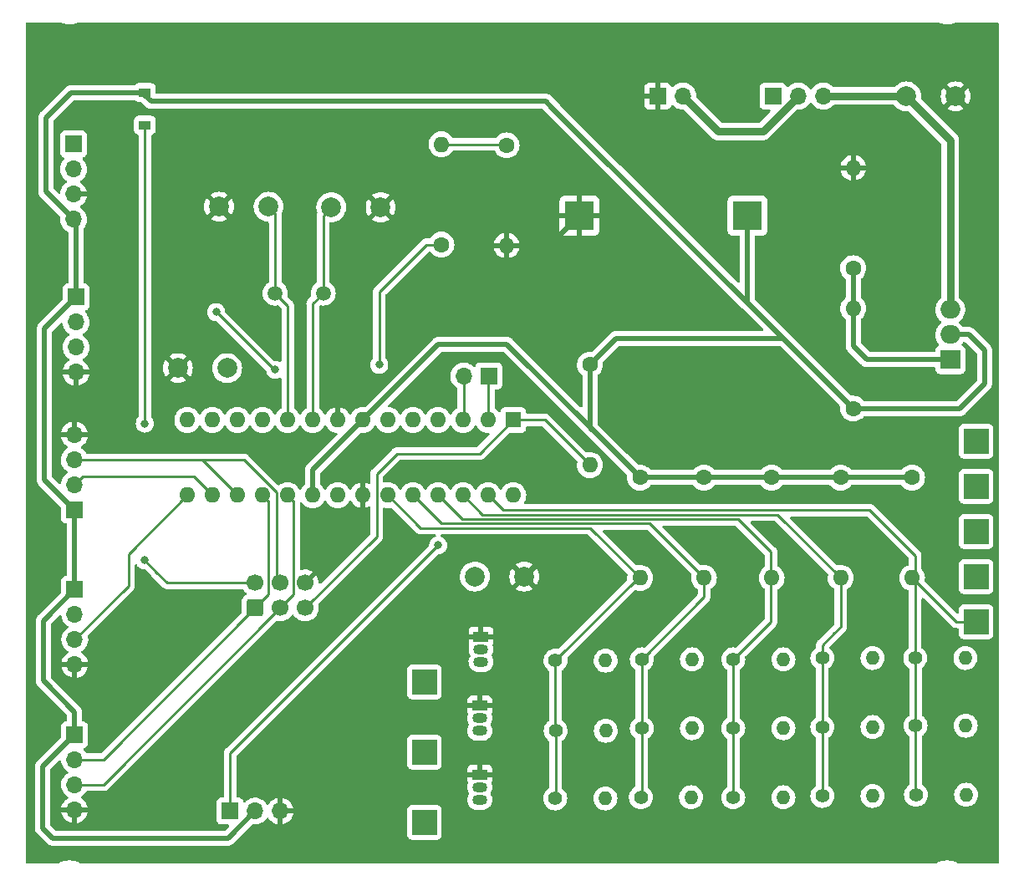
<source format=gtl>
G04 #@! TF.GenerationSoftware,KiCad,Pcbnew,(6.0.10-0)*
G04 #@! TF.CreationDate,2023-03-02T00:17:38-06:00*
G04 #@! TF.ProjectId,445_board,3434355f-626f-4617-9264-2e6b69636164,rev?*
G04 #@! TF.SameCoordinates,Original*
G04 #@! TF.FileFunction,Copper,L1,Top*
G04 #@! TF.FilePolarity,Positive*
%FSLAX46Y46*%
G04 Gerber Fmt 4.6, Leading zero omitted, Abs format (unit mm)*
G04 Created by KiCad (PCBNEW (6.0.10-0)) date 2023-03-02 00:17:38*
%MOMM*%
%LPD*%
G01*
G04 APERTURE LIST*
G04 Aperture macros list*
%AMRoundRect*
0 Rectangle with rounded corners*
0 $1 Rounding radius*
0 $2 $3 $4 $5 $6 $7 $8 $9 X,Y pos of 4 corners*
0 Add a 4 corners polygon primitive as box body*
4,1,4,$2,$3,$4,$5,$6,$7,$8,$9,$2,$3,0*
0 Add four circle primitives for the rounded corners*
1,1,$1+$1,$2,$3*
1,1,$1+$1,$4,$5*
1,1,$1+$1,$6,$7*
1,1,$1+$1,$8,$9*
0 Add four rect primitives between the rounded corners*
20,1,$1+$1,$2,$3,$4,$5,0*
20,1,$1+$1,$4,$5,$6,$7,0*
20,1,$1+$1,$6,$7,$8,$9,0*
20,1,$1+$1,$8,$9,$2,$3,0*%
G04 Aperture macros list end*
G04 #@! TA.AperFunction,ComponentPad*
%ADD10R,2.500000X2.500000*%
G04 #@! TD*
G04 #@! TA.AperFunction,ComponentPad*
%ADD11C,1.600000*%
G04 #@! TD*
G04 #@! TA.AperFunction,ComponentPad*
%ADD12O,1.600000X1.600000*%
G04 #@! TD*
G04 #@! TA.AperFunction,ComponentPad*
%ADD13C,2.000000*%
G04 #@! TD*
G04 #@! TA.AperFunction,ComponentPad*
%ADD14C,1.400000*%
G04 #@! TD*
G04 #@! TA.AperFunction,ComponentPad*
%ADD15O,1.400000X1.400000*%
G04 #@! TD*
G04 #@! TA.AperFunction,ComponentPad*
%ADD16R,1.700000X1.700000*%
G04 #@! TD*
G04 #@! TA.AperFunction,ComponentPad*
%ADD17O,1.700000X1.700000*%
G04 #@! TD*
G04 #@! TA.AperFunction,ComponentPad*
%ADD18C,1.500000*%
G04 #@! TD*
G04 #@! TA.AperFunction,ComponentPad*
%ADD19R,3.000000X3.000000*%
G04 #@! TD*
G04 #@! TA.AperFunction,ComponentPad*
%ADD20R,1.500000X1.050000*%
G04 #@! TD*
G04 #@! TA.AperFunction,ComponentPad*
%ADD21O,1.500000X1.050000*%
G04 #@! TD*
G04 #@! TA.AperFunction,SMDPad,CuDef*
%ADD22R,1.200000X0.900000*%
G04 #@! TD*
G04 #@! TA.AperFunction,ComponentPad*
%ADD23R,1.600000X1.600000*%
G04 #@! TD*
G04 #@! TA.AperFunction,ComponentPad*
%ADD24RoundRect,0.250000X0.600000X-0.600000X0.600000X0.600000X-0.600000X0.600000X-0.600000X-0.600000X0*%
G04 #@! TD*
G04 #@! TA.AperFunction,ComponentPad*
%ADD25C,1.700000*%
G04 #@! TD*
G04 #@! TA.AperFunction,ComponentPad*
%ADD26R,2.000000X1.905000*%
G04 #@! TD*
G04 #@! TA.AperFunction,ComponentPad*
%ADD27O,2.000000X1.905000*%
G04 #@! TD*
G04 #@! TA.AperFunction,ViaPad*
%ADD28C,0.800000*%
G04 #@! TD*
G04 #@! TA.AperFunction,Conductor*
%ADD29C,0.254000*%
G04 #@! TD*
G04 #@! TA.AperFunction,Conductor*
%ADD30C,0.508000*%
G04 #@! TD*
G04 #@! TA.AperFunction,Conductor*
%ADD31C,0.762000*%
G04 #@! TD*
G04 #@! TA.AperFunction,Conductor*
%ADD32C,0.250000*%
G04 #@! TD*
G04 APERTURE END LIST*
D10*
X200152000Y-119888000D03*
D11*
X161036000Y-93853000D03*
D12*
X161036000Y-104013000D03*
D11*
X146000000Y-81680000D03*
D12*
X146000000Y-71520000D03*
D13*
X123484000Y-77851000D03*
X128484000Y-77851000D03*
D14*
X157530000Y-137795000D03*
D15*
X162610000Y-137795000D03*
D13*
X154392000Y-115316000D03*
X149392000Y-115316000D03*
D11*
X187706000Y-84074000D03*
D12*
X187706000Y-73914000D03*
D14*
X166196000Y-137668000D03*
D15*
X171276000Y-137668000D03*
D14*
X175564000Y-137668000D03*
D15*
X180644000Y-137668000D03*
D16*
X124587000Y-139065000D03*
D17*
X127127000Y-139065000D03*
X129667000Y-139065000D03*
D14*
X184581000Y-130556000D03*
D15*
X189661000Y-130556000D03*
D13*
X119300000Y-94200000D03*
X124300000Y-94200000D03*
D16*
X108991000Y-87005000D03*
D17*
X108991000Y-89545000D03*
X108991000Y-92085000D03*
X108991000Y-94625000D03*
D16*
X179593000Y-66650000D03*
D17*
X182133000Y-66650000D03*
X184673000Y-66650000D03*
D18*
X129150000Y-86600000D03*
X134030000Y-86600000D03*
D19*
X159982000Y-78750000D03*
D14*
X194053000Y-137414000D03*
D15*
X199133000Y-137414000D03*
D10*
X144272000Y-125984000D03*
D14*
X157550000Y-123825000D03*
D15*
X162630000Y-123825000D03*
D14*
X175564000Y-123698000D03*
D15*
X180644000Y-123698000D03*
D14*
X166293000Y-130683000D03*
D15*
X171373000Y-130683000D03*
D14*
X194033000Y-130429000D03*
D15*
X199113000Y-130429000D03*
D10*
X200152000Y-115316000D03*
D11*
X186436000Y-105283000D03*
D12*
X186436000Y-115443000D03*
D20*
X149881000Y-135382000D03*
D21*
X149881000Y-136652000D03*
X149881000Y-137922000D03*
D22*
X115951000Y-66295000D03*
X115951000Y-69595000D03*
D14*
X193989000Y-123571000D03*
D15*
X199069000Y-123571000D03*
D16*
X150800000Y-95000000D03*
D17*
X148260000Y-95000000D03*
D23*
X153279000Y-99451000D03*
D12*
X150739000Y-99451000D03*
X148199000Y-99451000D03*
X145659000Y-99451000D03*
X143119000Y-99451000D03*
X140579000Y-99451000D03*
X138039000Y-99451000D03*
X135499000Y-99451000D03*
X132959000Y-99451000D03*
X130419000Y-99451000D03*
X127879000Y-99451000D03*
X125339000Y-99451000D03*
X122799000Y-99451000D03*
X120259000Y-99451000D03*
X120259000Y-107071000D03*
X122799000Y-107071000D03*
X125339000Y-107071000D03*
X127879000Y-107071000D03*
X130419000Y-107071000D03*
X132959000Y-107071000D03*
X135499000Y-107071000D03*
X138039000Y-107071000D03*
X140579000Y-107071000D03*
X143119000Y-107071000D03*
X145659000Y-107071000D03*
X148199000Y-107071000D03*
X150739000Y-107071000D03*
X153279000Y-107071000D03*
D14*
X157563000Y-130937000D03*
D15*
X162643000Y-130937000D03*
D24*
X127127000Y-118491000D03*
D25*
X127127000Y-115951000D03*
X129667000Y-118491000D03*
X129667000Y-115951000D03*
X132207000Y-118491000D03*
X132207000Y-115951000D03*
D11*
X179451000Y-105283000D03*
D12*
X179451000Y-115443000D03*
D10*
X200152000Y-106172000D03*
D11*
X193675000Y-105283000D03*
D12*
X193675000Y-115443000D03*
D14*
X175564000Y-130683000D03*
D15*
X180644000Y-130683000D03*
D14*
X184581000Y-123571000D03*
D15*
X189661000Y-123571000D03*
D10*
X144272000Y-133096000D03*
X200152000Y-110744000D03*
D14*
X184581000Y-137541000D03*
D15*
X189661000Y-137541000D03*
D16*
X167914000Y-66650000D03*
D17*
X170454000Y-66650000D03*
D11*
X166116000Y-105283000D03*
D12*
X166116000Y-115443000D03*
D20*
X150008000Y-121412000D03*
D21*
X150008000Y-122682000D03*
X150008000Y-123952000D03*
D13*
X134847000Y-77904000D03*
X139847000Y-77904000D03*
D16*
X108864000Y-116596000D03*
D17*
X108864000Y-119136000D03*
X108864000Y-121676000D03*
X108864000Y-124216000D03*
D16*
X108737000Y-71511000D03*
D17*
X108737000Y-74051000D03*
X108737000Y-76591000D03*
X108737000Y-79131000D03*
D11*
X187706000Y-98298000D03*
D12*
X187706000Y-88138000D03*
D19*
X177000000Y-78750000D03*
D16*
X108839000Y-131328000D03*
D17*
X108839000Y-133868000D03*
X108839000Y-136408000D03*
X108839000Y-138948000D03*
D13*
X193080000Y-66675000D03*
X198080000Y-66675000D03*
D20*
X149881000Y-128397000D03*
D21*
X149881000Y-129667000D03*
X149881000Y-130937000D03*
D16*
X108814000Y-108575000D03*
D17*
X108814000Y-106035000D03*
X108814000Y-103495000D03*
X108814000Y-100955000D03*
D11*
X172593000Y-105283000D03*
D12*
X172593000Y-115443000D03*
D26*
X197541000Y-93345000D03*
D27*
X197541000Y-90805000D03*
X197541000Y-88265000D03*
D10*
X144272000Y-140208000D03*
D11*
X152600000Y-71628000D03*
D12*
X152600000Y-81788000D03*
D10*
X200152000Y-101600000D03*
D14*
X166293000Y-123698000D03*
D15*
X171373000Y-123698000D03*
D28*
X172720000Y-96520000D03*
X115951000Y-99822000D03*
X115951000Y-113665000D03*
X145669000Y-112141000D03*
X123190000Y-88519000D03*
X129159000Y-94361000D03*
X139700000Y-93853000D03*
D29*
X145669000Y-112141000D02*
X124587000Y-133223000D01*
X124587000Y-133223000D02*
X124587000Y-139065000D01*
D30*
X108839000Y-131328000D02*
X105600000Y-134567000D01*
X106600000Y-141800000D02*
X124392000Y-141800000D01*
X105600000Y-134567000D02*
X105600000Y-140800000D01*
X105600000Y-140800000D02*
X106600000Y-141800000D01*
X124392000Y-141800000D02*
X127127000Y-139065000D01*
D31*
X193080000Y-66675000D02*
X197541000Y-71136000D01*
X193055000Y-66650000D02*
X193080000Y-66675000D01*
X184673000Y-66650000D02*
X193055000Y-66650000D01*
X197541000Y-71136000D02*
X197541000Y-88265000D01*
D30*
X155194000Y-81788000D02*
X152600000Y-81788000D01*
X155232000Y-81750000D02*
X155194000Y-81788000D01*
X159982000Y-78750000D02*
X156982000Y-81750000D01*
X156982000Y-81750000D02*
X155232000Y-81750000D01*
X108814000Y-108575000D02*
X108814000Y-108560000D01*
X108455000Y-66295000D02*
X115951000Y-66295000D01*
X105918000Y-76312000D02*
X105918000Y-68832000D01*
X105791000Y-90205000D02*
X108991000Y-87005000D01*
X156591000Y-67183000D02*
X157204000Y-67796000D01*
X108864000Y-116596000D02*
X108864000Y-108625000D01*
X115951000Y-66295000D02*
X115951000Y-66548000D01*
X108737000Y-79131000D02*
X105918000Y-76312000D01*
X177000000Y-78750000D02*
X177000000Y-87592000D01*
X105664000Y-125857000D02*
X105664000Y-119796000D01*
X163689000Y-91200000D02*
X180608000Y-91200000D01*
X152633000Y-91800000D02*
X161716500Y-100883500D01*
X186436000Y-105283000D02*
X193675000Y-105283000D01*
X166116000Y-105283000D02*
X172593000Y-105283000D01*
X108814000Y-108560000D02*
X105791000Y-105537000D01*
X105791000Y-105537000D02*
X105791000Y-90205000D01*
X115951000Y-66548000D02*
X116586000Y-67183000D01*
X132959000Y-104531000D02*
X132959000Y-107071000D01*
X187706000Y-98298000D02*
X182704000Y-93296000D01*
X180704000Y-91296000D02*
X157204000Y-67796000D01*
X199405000Y-90805000D02*
X201000000Y-92400000D01*
X166116000Y-105283000D02*
X161716500Y-100883500D01*
X161036000Y-93853000D02*
X161036000Y-100203000D01*
X161036000Y-93853000D02*
X163689000Y-91200000D01*
X108864000Y-108625000D02*
X108814000Y-108575000D01*
X198502000Y-98298000D02*
X187706000Y-98298000D01*
X180608000Y-91200000D02*
X180704000Y-91296000D01*
X201000000Y-92400000D02*
X201000000Y-95800000D01*
X179451000Y-105283000D02*
X186436000Y-105283000D01*
X116586000Y-67183000D02*
X156591000Y-67183000D01*
X197541000Y-90805000D02*
X199405000Y-90805000D01*
X138039000Y-99451000D02*
X132959000Y-104531000D01*
X108991000Y-87005000D02*
X108991000Y-79385000D01*
X201000000Y-95800000D02*
X198502000Y-98298000D01*
X108991000Y-79385000D02*
X108737000Y-79131000D01*
X177000000Y-87592000D02*
X182704000Y-93296000D01*
X108839000Y-129032000D02*
X105664000Y-125857000D01*
X108839000Y-131328000D02*
X108839000Y-129032000D01*
X161036000Y-100203000D02*
X161163000Y-100330000D01*
X161716500Y-100883500D02*
X161163000Y-100330000D01*
X145690000Y-91800000D02*
X152633000Y-91800000D01*
X172593000Y-105283000D02*
X179451000Y-105283000D01*
X105918000Y-68832000D02*
X108455000Y-66295000D01*
X138039000Y-99451000D02*
X145690000Y-91800000D01*
X105664000Y-119796000D02*
X108864000Y-116596000D01*
D29*
X130419000Y-99451000D02*
X130419000Y-87869000D01*
X129150000Y-78517000D02*
X128484000Y-77851000D01*
X129150000Y-86600000D02*
X129150000Y-78517000D01*
X130419000Y-87869000D02*
X129150000Y-86600000D01*
X134030000Y-86600000D02*
X134030000Y-78721000D01*
X134030000Y-78721000D02*
X134847000Y-77904000D01*
X132959000Y-99451000D02*
X132959000Y-87671000D01*
X132959000Y-87671000D02*
X134030000Y-86600000D01*
D32*
X115951000Y-69595000D02*
X115951000Y-99822000D01*
D29*
X127127000Y-115951000D02*
X118237000Y-115951000D01*
D32*
X115951000Y-113665000D02*
X117157500Y-114871500D01*
D29*
X118237000Y-115951000D02*
X117157500Y-114871500D01*
D32*
X127879000Y-107071000D02*
X128492000Y-107684000D01*
D29*
X127127000Y-118491000D02*
X111750000Y-133868000D01*
X111750000Y-133868000D02*
X108839000Y-133868000D01*
D32*
X128492000Y-117126000D02*
X127127000Y-118491000D01*
X128492000Y-107684000D02*
X128492000Y-117126000D01*
D29*
X131030000Y-117128000D02*
X129667000Y-118491000D01*
X129667000Y-118491000D02*
X111750000Y-136408000D01*
X131030000Y-107682000D02*
X131030000Y-117128000D01*
X130419000Y-107071000D02*
X131030000Y-107682000D01*
X111750000Y-136408000D02*
X108839000Y-136408000D01*
X129292000Y-106807000D02*
X125980000Y-103495000D01*
X129292000Y-115576000D02*
X129292000Y-106807000D01*
X121676000Y-103495000D02*
X108814000Y-103495000D01*
X121763000Y-103495000D02*
X121676000Y-103495000D01*
X125980000Y-103495000D02*
X121676000Y-103495000D01*
X125339000Y-107071000D02*
X121763000Y-103495000D01*
X129667000Y-115951000D02*
X129292000Y-115576000D01*
X156474000Y-99451000D02*
X161036000Y-104013000D01*
X149860000Y-102870000D02*
X153279000Y-99451000D01*
X139446000Y-104902000D02*
X141478000Y-102870000D01*
X141478000Y-102870000D02*
X149860000Y-102870000D01*
X139446000Y-111252000D02*
X139446000Y-104902000D01*
X132207000Y-118491000D02*
X139446000Y-111252000D01*
X153279000Y-99451000D02*
X156474000Y-99451000D01*
D31*
X178552000Y-70231000D02*
X182133000Y-66650000D01*
X174035000Y-70231000D02*
X178552000Y-70231000D01*
X170454000Y-66650000D02*
X174035000Y-70231000D01*
D32*
X108864000Y-121676000D02*
X114300000Y-116240000D01*
X114300000Y-113030000D02*
X114300000Y-114935000D01*
X114300000Y-116240000D02*
X114300000Y-114935000D01*
X120259000Y-107071000D02*
X114300000Y-113030000D01*
D29*
X109664000Y-105185000D02*
X108814000Y-106035000D01*
X120913000Y-105185000D02*
X109664000Y-105185000D01*
X122799000Y-107071000D02*
X120913000Y-105185000D01*
X150739000Y-99451000D02*
X150739000Y-95061000D01*
X150739000Y-95061000D02*
X150800000Y-95000000D01*
X148260000Y-95000000D02*
X148260000Y-99390000D01*
X148260000Y-99390000D02*
X148199000Y-99451000D01*
D32*
X152492000Y-71520000D02*
X152600000Y-71628000D01*
X146000000Y-71520000D02*
X152492000Y-71520000D01*
D29*
X129032000Y-94361000D02*
X129159000Y-94361000D01*
X123190000Y-88519000D02*
X129032000Y-94361000D01*
D30*
X189103000Y-93345000D02*
X197541000Y-93345000D01*
X187706000Y-91948000D02*
X189103000Y-93345000D01*
X187706000Y-90678000D02*
X187706000Y-91948000D01*
X187706000Y-90678000D02*
X187706000Y-84074000D01*
D32*
X144507000Y-81680000D02*
X139700000Y-86487000D01*
D29*
X139700000Y-86487000D02*
X139700000Y-93853000D01*
D32*
X146000000Y-81680000D02*
X144507000Y-81680000D01*
D29*
X166116000Y-115259000D02*
X157550000Y-123825000D01*
X157550000Y-123825000D02*
X157550000Y-130924000D01*
X157550000Y-130924000D02*
X157563000Y-130937000D01*
X157563000Y-137762000D02*
X157530000Y-137795000D01*
X143910000Y-110402000D02*
X140579000Y-107071000D01*
X161075000Y-110402000D02*
X143910000Y-110402000D01*
X157563000Y-130937000D02*
X157563000Y-137762000D01*
X166116000Y-115443000D02*
X161075000Y-110402000D01*
X172593000Y-117398000D02*
X172593000Y-115443000D01*
D32*
X143119000Y-107071000D02*
X145998000Y-109950000D01*
X167100000Y-109950000D02*
X172593000Y-115443000D01*
D29*
X166293000Y-123698000D02*
X172593000Y-117398000D01*
X166293000Y-137571000D02*
X166196000Y-137668000D01*
X166293000Y-123698000D02*
X166293000Y-130683000D01*
X166293000Y-130683000D02*
X166293000Y-137571000D01*
D32*
X145998000Y-109950000D02*
X167100000Y-109950000D01*
D29*
X175564000Y-123698000D02*
X175564000Y-130683000D01*
X179374000Y-112826000D02*
X179374000Y-119888000D01*
D32*
X176048000Y-109500000D02*
X177574000Y-111026000D01*
D29*
X176149000Y-109601000D02*
X177574000Y-111026000D01*
X179374000Y-119888000D02*
X175564000Y-123698000D01*
D32*
X148088000Y-109500000D02*
X176048000Y-109500000D01*
D29*
X175564000Y-130683000D02*
X175564000Y-137668000D01*
X177574000Y-111026000D02*
X179374000Y-112826000D01*
D32*
X145659000Y-107071000D02*
X148088000Y-109500000D01*
X186436000Y-120396000D02*
X185816000Y-121016000D01*
X186436000Y-115443000D02*
X186436000Y-120396000D01*
X150178000Y-109050000D02*
X180043000Y-109050000D01*
X180043000Y-109050000D02*
X186436000Y-115443000D01*
D29*
X184581000Y-130556000D02*
X184581000Y-123571000D01*
X184581000Y-122251000D02*
X185816000Y-121016000D01*
X184581000Y-123571000D02*
X184581000Y-122251000D01*
X184581000Y-130556000D02*
X184581000Y-137541000D01*
D32*
X148199000Y-107071000D02*
X150178000Y-109050000D01*
D29*
X200152000Y-119888000D02*
X198120000Y-119888000D01*
D32*
X189372000Y-108600000D02*
X193989000Y-113217000D01*
D29*
X194033000Y-130429000D02*
X194033000Y-137394000D01*
X198120000Y-119888000D02*
X193675000Y-115443000D01*
X193989000Y-123571000D02*
X193989000Y-113217000D01*
X194033000Y-130429000D02*
X194033000Y-123615000D01*
D32*
X152268000Y-108600000D02*
X189372000Y-108600000D01*
D29*
X194033000Y-123615000D02*
X193989000Y-123571000D01*
X194033000Y-137394000D02*
X194053000Y-137414000D01*
D32*
X150739000Y-107071000D02*
X152268000Y-108600000D01*
G04 #@! TA.AperFunction,Conductor*
G36*
X107450491Y-59196646D02*
G01*
X107467596Y-59205703D01*
X107467606Y-59205708D01*
X107471392Y-59207712D01*
X107741373Y-59306511D01*
X108022264Y-59367755D01*
X108050841Y-59370004D01*
X108245282Y-59385307D01*
X108245291Y-59385307D01*
X108247739Y-59385500D01*
X108403271Y-59385500D01*
X108405407Y-59385354D01*
X108405418Y-59385354D01*
X108613548Y-59371165D01*
X108613554Y-59371164D01*
X108617825Y-59370873D01*
X108622020Y-59370004D01*
X108622022Y-59370004D01*
X108758584Y-59341723D01*
X108899342Y-59312574D01*
X109170343Y-59216607D01*
X109174152Y-59214641D01*
X109174159Y-59214638D01*
X109210204Y-59196034D01*
X109267993Y-59182000D01*
X196291532Y-59182000D01*
X196350491Y-59196646D01*
X196367596Y-59205703D01*
X196367606Y-59205708D01*
X196371392Y-59207712D01*
X196641373Y-59306511D01*
X196922264Y-59367755D01*
X196950841Y-59370004D01*
X197145282Y-59385307D01*
X197145291Y-59385307D01*
X197147739Y-59385500D01*
X197303271Y-59385500D01*
X197305407Y-59385354D01*
X197305418Y-59385354D01*
X197513548Y-59371165D01*
X197513554Y-59371164D01*
X197517825Y-59370873D01*
X197522020Y-59370004D01*
X197522022Y-59370004D01*
X197658584Y-59341723D01*
X197799342Y-59312574D01*
X198070343Y-59216607D01*
X198074152Y-59214641D01*
X198074159Y-59214638D01*
X198110204Y-59196034D01*
X198167993Y-59182000D01*
X202311500Y-59182000D01*
X202379621Y-59202002D01*
X202426114Y-59255658D01*
X202437500Y-59308000D01*
X202437500Y-144273000D01*
X202417498Y-144341121D01*
X202363842Y-144387614D01*
X202311500Y-144399000D01*
X198409352Y-144399000D01*
X198344791Y-144380610D01*
X198344683Y-144380814D01*
X198343726Y-144380307D01*
X198343725Y-144380307D01*
X198090608Y-144246288D01*
X197820627Y-144147489D01*
X197539736Y-144086245D01*
X197508685Y-144083801D01*
X197316718Y-144068693D01*
X197316709Y-144068693D01*
X197314261Y-144068500D01*
X197158729Y-144068500D01*
X197156593Y-144068646D01*
X197156582Y-144068646D01*
X196948452Y-144082835D01*
X196948446Y-144082836D01*
X196944175Y-144083127D01*
X196939980Y-144083996D01*
X196939978Y-144083996D01*
X196803416Y-144112277D01*
X196662658Y-144141426D01*
X196391657Y-144237393D01*
X196136188Y-144369250D01*
X196132687Y-144371711D01*
X196132683Y-144371713D01*
X196126460Y-144376087D01*
X196054009Y-144399000D01*
X109509352Y-144399000D01*
X109444791Y-144380610D01*
X109444683Y-144380814D01*
X109443726Y-144380307D01*
X109443725Y-144380307D01*
X109190608Y-144246288D01*
X108920627Y-144147489D01*
X108639736Y-144086245D01*
X108608685Y-144083801D01*
X108416718Y-144068693D01*
X108416709Y-144068693D01*
X108414261Y-144068500D01*
X108258729Y-144068500D01*
X108256593Y-144068646D01*
X108256582Y-144068646D01*
X108048452Y-144082835D01*
X108048446Y-144082836D01*
X108044175Y-144083127D01*
X108039980Y-144083996D01*
X108039978Y-144083996D01*
X107903416Y-144112277D01*
X107762658Y-144141426D01*
X107491657Y-144237393D01*
X107236188Y-144369250D01*
X107232687Y-144371711D01*
X107232683Y-144371713D01*
X107226460Y-144376087D01*
X107154009Y-144399000D01*
X104012500Y-144399000D01*
X103944379Y-144378998D01*
X103897886Y-144325342D01*
X103886500Y-144273000D01*
X103886500Y-140773208D01*
X104832776Y-140773208D01*
X104833369Y-140780500D01*
X104833369Y-140780503D01*
X104837085Y-140826183D01*
X104837500Y-140836398D01*
X104837500Y-140844525D01*
X104840811Y-140872924D01*
X104841238Y-140877244D01*
X104847191Y-140950426D01*
X104849447Y-140957388D01*
X104850643Y-140963376D01*
X104852051Y-140969333D01*
X104852899Y-140976607D01*
X104855397Y-140983489D01*
X104855398Y-140983493D01*
X104877945Y-141045607D01*
X104879355Y-141049711D01*
X104901987Y-141119575D01*
X104905787Y-141125838D01*
X104908325Y-141131380D01*
X104911067Y-141136856D01*
X104913566Y-141143741D01*
X104917581Y-141149865D01*
X104953815Y-141205132D01*
X104956130Y-141208800D01*
X104994227Y-141271581D01*
X104997941Y-141275786D01*
X104997943Y-141275789D01*
X105001667Y-141280005D01*
X105001638Y-141280031D01*
X105004238Y-141282962D01*
X105007042Y-141286316D01*
X105011054Y-141292435D01*
X105016366Y-141297467D01*
X105067586Y-141345988D01*
X105070028Y-141348366D01*
X106013190Y-142291528D01*
X106025577Y-142305941D01*
X106038546Y-142323564D01*
X106044129Y-142328307D01*
X106079055Y-142357979D01*
X106086571Y-142364909D01*
X106092315Y-142370653D01*
X106095191Y-142372928D01*
X106095195Y-142372932D01*
X106114725Y-142388384D01*
X106118124Y-142391171D01*
X106126589Y-142398362D01*
X106174051Y-142438684D01*
X106180570Y-142442013D01*
X106185688Y-142445426D01*
X106190865Y-142448623D01*
X106196600Y-142453161D01*
X106203226Y-142456258D01*
X106203228Y-142456259D01*
X106263101Y-142484241D01*
X106267053Y-142486173D01*
X106325882Y-142516213D01*
X106325884Y-142516214D01*
X106332404Y-142519543D01*
X106339520Y-142521284D01*
X106345264Y-142523420D01*
X106351046Y-142525344D01*
X106357680Y-142528444D01*
X106429555Y-142543394D01*
X106433839Y-142544364D01*
X106505112Y-142561804D01*
X106510714Y-142562152D01*
X106510717Y-142562152D01*
X106516330Y-142562500D01*
X106516328Y-142562537D01*
X106520227Y-142562773D01*
X106524598Y-142563163D01*
X106531757Y-142564652D01*
X106609577Y-142562546D01*
X106612986Y-142562500D01*
X124324624Y-142562500D01*
X124343574Y-142563933D01*
X124357973Y-142566124D01*
X124357979Y-142566124D01*
X124365208Y-142567224D01*
X124372500Y-142566631D01*
X124372503Y-142566631D01*
X124418183Y-142562915D01*
X124428398Y-142562500D01*
X124436525Y-142562500D01*
X124440161Y-142562076D01*
X124440163Y-142562076D01*
X124443615Y-142561673D01*
X124464924Y-142559189D01*
X124469244Y-142558762D01*
X124542426Y-142552809D01*
X124549388Y-142550553D01*
X124555376Y-142549357D01*
X124561333Y-142547949D01*
X124568607Y-142547101D01*
X124575489Y-142544603D01*
X124575493Y-142544602D01*
X124637607Y-142522055D01*
X124641711Y-142520645D01*
X124711575Y-142498013D01*
X124717838Y-142494213D01*
X124723380Y-142491675D01*
X124728856Y-142488933D01*
X124735741Y-142486434D01*
X124781766Y-142456259D01*
X124797132Y-142446185D01*
X124800800Y-142443870D01*
X124863581Y-142405773D01*
X124867786Y-142402059D01*
X124867789Y-142402057D01*
X124872005Y-142398333D01*
X124872031Y-142398362D01*
X124874962Y-142395762D01*
X124878316Y-142392958D01*
X124884435Y-142388946D01*
X124937989Y-142332413D01*
X124940366Y-142329972D01*
X125764204Y-141506134D01*
X142513500Y-141506134D01*
X142520255Y-141568316D01*
X142571385Y-141704705D01*
X142658739Y-141821261D01*
X142775295Y-141908615D01*
X142911684Y-141959745D01*
X142973866Y-141966500D01*
X145570134Y-141966500D01*
X145632316Y-141959745D01*
X145768705Y-141908615D01*
X145885261Y-141821261D01*
X145972615Y-141704705D01*
X146023745Y-141568316D01*
X146030500Y-141506134D01*
X146030500Y-138909866D01*
X146023745Y-138847684D01*
X145972615Y-138711295D01*
X145885261Y-138594739D01*
X145768705Y-138507385D01*
X145632316Y-138456255D01*
X145570134Y-138449500D01*
X142973866Y-138449500D01*
X142911684Y-138456255D01*
X142775295Y-138507385D01*
X142658739Y-138594739D01*
X142571385Y-138711295D01*
X142520255Y-138847684D01*
X142513500Y-138909866D01*
X142513500Y-141506134D01*
X125764204Y-141506134D01*
X126823141Y-140447197D01*
X126885453Y-140413171D01*
X126937358Y-140412822D01*
X126960529Y-140417536D01*
X126965597Y-140418567D01*
X127090062Y-140423131D01*
X127183673Y-140426564D01*
X127183677Y-140426564D01*
X127188837Y-140426753D01*
X127193957Y-140426097D01*
X127193959Y-140426097D01*
X127405288Y-140399025D01*
X127405289Y-140399025D01*
X127410416Y-140398368D01*
X127415366Y-140396883D01*
X127619429Y-140335661D01*
X127619434Y-140335659D01*
X127624384Y-140334174D01*
X127824994Y-140235896D01*
X128006860Y-140106173D01*
X128052276Y-140060916D01*
X128150400Y-139963134D01*
X128165096Y-139948489D01*
X128295453Y-139767077D01*
X128296640Y-139767930D01*
X128343960Y-139724362D01*
X128413897Y-139712145D01*
X128479338Y-139739678D01*
X128507166Y-139771511D01*
X128564694Y-139865388D01*
X128570777Y-139873699D01*
X128710213Y-140034667D01*
X128717580Y-140041883D01*
X128881434Y-140177916D01*
X128889881Y-140183831D01*
X129073756Y-140291279D01*
X129083042Y-140295729D01*
X129282001Y-140371703D01*
X129291899Y-140374579D01*
X129395250Y-140395606D01*
X129409299Y-140394410D01*
X129413000Y-140384065D01*
X129413000Y-140383517D01*
X129921000Y-140383517D01*
X129925064Y-140397359D01*
X129938478Y-140399393D01*
X129945184Y-140398534D01*
X129955262Y-140396392D01*
X130159255Y-140335191D01*
X130168842Y-140331433D01*
X130360095Y-140237739D01*
X130368945Y-140232464D01*
X130542328Y-140108792D01*
X130550200Y-140102139D01*
X130701052Y-139951812D01*
X130707730Y-139943965D01*
X130832003Y-139771020D01*
X130837313Y-139762183D01*
X130931670Y-139571267D01*
X130935469Y-139561672D01*
X130997377Y-139357910D01*
X130999555Y-139347837D01*
X131000986Y-139336962D01*
X130998775Y-139322778D01*
X130985617Y-139319000D01*
X129939115Y-139319000D01*
X129923876Y-139323475D01*
X129922671Y-139324865D01*
X129921000Y-139332548D01*
X129921000Y-140383517D01*
X129413000Y-140383517D01*
X129413000Y-138792885D01*
X129921000Y-138792885D01*
X129925475Y-138808124D01*
X129926865Y-138809329D01*
X129934548Y-138811000D01*
X130985344Y-138811000D01*
X130998875Y-138807027D01*
X131000180Y-138797947D01*
X130958214Y-138630875D01*
X130954894Y-138621124D01*
X130869972Y-138425814D01*
X130865105Y-138416739D01*
X130749426Y-138237926D01*
X130743136Y-138229757D01*
X130599806Y-138072240D01*
X130592273Y-138065215D01*
X130425139Y-137933222D01*
X130416552Y-137927517D01*
X130393425Y-137914750D01*
X148617524Y-137914750D01*
X148620570Y-137948215D01*
X148634137Y-138097285D01*
X148635894Y-138116596D01*
X148637632Y-138122502D01*
X148637633Y-138122506D01*
X148679251Y-138263909D01*
X148693119Y-138311029D01*
X148695972Y-138316486D01*
X148695973Y-138316489D01*
X148720032Y-138362509D01*
X148787019Y-138490645D01*
X148790879Y-138495445D01*
X148790879Y-138495446D01*
X148796729Y-138502722D01*
X148914019Y-138648601D01*
X149069281Y-138778881D01*
X149074673Y-138781845D01*
X149074677Y-138781848D01*
X149222593Y-138863165D01*
X149246891Y-138876523D01*
X149440084Y-138937807D01*
X149446201Y-138938493D01*
X149446205Y-138938494D01*
X149520348Y-138946810D01*
X149597817Y-138955500D01*
X150157004Y-138955500D01*
X150307713Y-138940723D01*
X150501742Y-138882142D01*
X150680698Y-138786990D01*
X150743603Y-138735686D01*
X150798874Y-138690607D01*
X150837763Y-138658890D01*
X150864445Y-138626637D01*
X150963027Y-138507472D01*
X150963029Y-138507469D01*
X150966956Y-138502722D01*
X151063356Y-138324435D01*
X151098247Y-138211722D01*
X151121468Y-138136707D01*
X151121469Y-138136704D01*
X151123290Y-138130820D01*
X151127926Y-138086717D01*
X151143832Y-137935378D01*
X151143832Y-137935377D01*
X151144476Y-137929250D01*
X151136898Y-137845986D01*
X151126665Y-137733543D01*
X151126664Y-137733540D01*
X151126106Y-137727404D01*
X151122759Y-137716029D01*
X151070620Y-137538880D01*
X151068881Y-137532971D01*
X151064951Y-137525452D01*
X151003823Y-137408525D01*
X150974981Y-137353355D01*
X150975016Y-137353337D01*
X150955111Y-137287559D01*
X150970271Y-137226591D01*
X151027306Y-137121108D01*
X151063356Y-137054435D01*
X151106787Y-136914134D01*
X151121468Y-136866707D01*
X151121469Y-136866704D01*
X151123290Y-136860820D01*
X151134168Y-136757329D01*
X151143832Y-136665378D01*
X151143832Y-136665377D01*
X151144476Y-136659250D01*
X151132535Y-136528044D01*
X151126665Y-136463543D01*
X151126664Y-136463540D01*
X151126106Y-136457404D01*
X151120188Y-136437294D01*
X151097494Y-136360188D01*
X151068881Y-136262971D01*
X151069559Y-136262771D01*
X151063044Y-136196727D01*
X151076320Y-136159677D01*
X151084321Y-136145063D01*
X151129478Y-136024606D01*
X151133105Y-136009351D01*
X151138631Y-135958486D01*
X151139000Y-135951672D01*
X151139000Y-135654115D01*
X151134525Y-135638876D01*
X151133135Y-135637671D01*
X151125452Y-135636000D01*
X150327242Y-135636000D01*
X150313197Y-135635215D01*
X150298799Y-135633600D01*
X150164183Y-135618500D01*
X149604996Y-135618500D01*
X149454287Y-135633277D01*
X149451998Y-135633968D01*
X149431276Y-135636000D01*
X148641116Y-135636000D01*
X148625877Y-135640475D01*
X148624672Y-135641865D01*
X148623001Y-135649548D01*
X148623001Y-135951669D01*
X148623371Y-135958490D01*
X148628895Y-136009352D01*
X148632521Y-136024604D01*
X148677677Y-136145056D01*
X148686114Y-136160466D01*
X148701284Y-136229823D01*
X148695960Y-136258235D01*
X148638710Y-136443180D01*
X148638066Y-136449305D01*
X148638066Y-136449306D01*
X148618168Y-136638622D01*
X148617524Y-136644750D01*
X148620304Y-136675297D01*
X148633077Y-136815639D01*
X148635894Y-136846596D01*
X148637632Y-136852502D01*
X148637633Y-136852506D01*
X148672873Y-136972239D01*
X148693119Y-137041029D01*
X148695972Y-137046486D01*
X148695973Y-137046489D01*
X148726355Y-137104605D01*
X148786923Y-137220460D01*
X148786923Y-137220462D01*
X148787019Y-137220645D01*
X148786984Y-137220663D01*
X148806889Y-137286441D01*
X148791729Y-137347409D01*
X148698644Y-137519565D01*
X148678591Y-137584345D01*
X148640664Y-137706869D01*
X148638710Y-137713180D01*
X148638066Y-137719305D01*
X148638066Y-137719306D01*
X148624712Y-137846358D01*
X148617524Y-137914750D01*
X130393425Y-137914750D01*
X130230117Y-137824599D01*
X130220705Y-137820369D01*
X130019959Y-137749280D01*
X130009988Y-137746646D01*
X129938837Y-137733972D01*
X129925540Y-137735432D01*
X129921000Y-137749989D01*
X129921000Y-138792885D01*
X129413000Y-138792885D01*
X129413000Y-137748102D01*
X129409082Y-137734758D01*
X129394806Y-137732771D01*
X129356324Y-137738660D01*
X129346288Y-137741051D01*
X129143868Y-137807212D01*
X129134359Y-137811209D01*
X128945463Y-137909542D01*
X128936738Y-137915036D01*
X128766433Y-138042905D01*
X128758726Y-138049748D01*
X128611590Y-138203717D01*
X128605109Y-138211722D01*
X128500498Y-138365074D01*
X128445587Y-138410076D01*
X128375062Y-138418247D01*
X128311315Y-138386993D01*
X128290618Y-138362509D01*
X128209822Y-138237617D01*
X128209820Y-138237614D01*
X128207014Y-138233277D01*
X128056670Y-138068051D01*
X128052619Y-138064852D01*
X128052615Y-138064848D01*
X127885414Y-137932800D01*
X127885410Y-137932798D01*
X127881359Y-137929598D01*
X127865585Y-137920890D01*
X127829136Y-137900769D01*
X127685789Y-137821638D01*
X127680920Y-137819914D01*
X127680916Y-137819912D01*
X127480087Y-137748795D01*
X127480083Y-137748794D01*
X127475212Y-137747069D01*
X127470119Y-137746162D01*
X127470116Y-137746161D01*
X127260373Y-137708800D01*
X127260367Y-137708799D01*
X127255284Y-137707894D01*
X127181452Y-137706992D01*
X127037081Y-137705228D01*
X127037079Y-137705228D01*
X127031911Y-137705165D01*
X126811091Y-137738955D01*
X126598756Y-137808357D01*
X126400607Y-137911507D01*
X126396474Y-137914610D01*
X126396471Y-137914612D01*
X126255364Y-138020558D01*
X126221965Y-138045635D01*
X126146415Y-138124694D01*
X126141283Y-138130064D01*
X126079759Y-138165494D01*
X126008846Y-138162037D01*
X125951060Y-138120791D01*
X125932207Y-138087243D01*
X125890767Y-137976703D01*
X125887615Y-137968295D01*
X125800261Y-137851739D01*
X125683705Y-137764385D01*
X125547316Y-137713255D01*
X125485134Y-137706500D01*
X125348500Y-137706500D01*
X125280379Y-137686498D01*
X125233886Y-137632842D01*
X125222500Y-137580500D01*
X125222500Y-135109885D01*
X148623000Y-135109885D01*
X148627475Y-135125124D01*
X148628865Y-135126329D01*
X148636548Y-135128000D01*
X149608885Y-135128000D01*
X149624124Y-135123525D01*
X149625329Y-135122135D01*
X149627000Y-135114452D01*
X149627000Y-135109885D01*
X150135000Y-135109885D01*
X150139475Y-135125124D01*
X150140865Y-135126329D01*
X150148548Y-135128000D01*
X151120884Y-135128000D01*
X151136123Y-135123525D01*
X151137328Y-135122135D01*
X151138999Y-135114452D01*
X151138999Y-134812331D01*
X151138629Y-134805510D01*
X151133105Y-134754648D01*
X151129479Y-134739396D01*
X151084324Y-134618946D01*
X151075786Y-134603351D01*
X150999285Y-134501276D01*
X150986724Y-134488715D01*
X150884649Y-134412214D01*
X150869054Y-134403676D01*
X150748606Y-134358522D01*
X150733351Y-134354895D01*
X150682486Y-134349369D01*
X150675672Y-134349000D01*
X150153115Y-134349000D01*
X150137876Y-134353475D01*
X150136671Y-134354865D01*
X150135000Y-134362548D01*
X150135000Y-135109885D01*
X149627000Y-135109885D01*
X149627000Y-134367116D01*
X149622525Y-134351877D01*
X149621135Y-134350672D01*
X149613452Y-134349001D01*
X149086331Y-134349001D01*
X149079510Y-134349371D01*
X149028648Y-134354895D01*
X149013396Y-134358521D01*
X148892946Y-134403676D01*
X148877351Y-134412214D01*
X148775276Y-134488715D01*
X148762715Y-134501276D01*
X148686214Y-134603351D01*
X148677676Y-134618946D01*
X148632522Y-134739394D01*
X148628895Y-134754649D01*
X148623369Y-134805514D01*
X148623000Y-134812328D01*
X148623000Y-135109885D01*
X125222500Y-135109885D01*
X125222500Y-134394134D01*
X142513500Y-134394134D01*
X142520255Y-134456316D01*
X142571385Y-134592705D01*
X142658739Y-134709261D01*
X142775295Y-134796615D01*
X142911684Y-134847745D01*
X142973866Y-134854500D01*
X145570134Y-134854500D01*
X145632316Y-134847745D01*
X145768705Y-134796615D01*
X145885261Y-134709261D01*
X145972615Y-134592705D01*
X146023745Y-134456316D01*
X146030500Y-134394134D01*
X146030500Y-131797866D01*
X146023745Y-131735684D01*
X145972615Y-131599295D01*
X145885261Y-131482739D01*
X145768705Y-131395385D01*
X145632316Y-131344255D01*
X145570134Y-131337500D01*
X142973866Y-131337500D01*
X142911684Y-131344255D01*
X142775295Y-131395385D01*
X142658739Y-131482739D01*
X142571385Y-131599295D01*
X142520255Y-131735684D01*
X142513500Y-131797866D01*
X142513500Y-134394134D01*
X125222500Y-134394134D01*
X125222500Y-133538422D01*
X125242502Y-133470301D01*
X125259405Y-133449327D01*
X127778982Y-130929750D01*
X148617524Y-130929750D01*
X148620787Y-130965600D01*
X148633282Y-131102892D01*
X148635894Y-131131596D01*
X148637632Y-131137502D01*
X148637633Y-131137506D01*
X148657281Y-131204264D01*
X148693119Y-131326029D01*
X148695972Y-131331486D01*
X148695973Y-131331489D01*
X148727729Y-131392233D01*
X148787019Y-131505645D01*
X148790879Y-131510445D01*
X148790879Y-131510446D01*
X148796729Y-131517722D01*
X148914019Y-131663601D01*
X149069281Y-131793881D01*
X149074673Y-131796845D01*
X149074677Y-131796848D01*
X149222593Y-131878165D01*
X149246891Y-131891523D01*
X149440084Y-131952807D01*
X149446201Y-131953493D01*
X149446205Y-131953494D01*
X149520348Y-131961810D01*
X149597817Y-131970500D01*
X150157004Y-131970500D01*
X150307713Y-131955723D01*
X150501742Y-131897142D01*
X150680698Y-131801990D01*
X150685755Y-131797866D01*
X150808963Y-131697379D01*
X150837763Y-131673890D01*
X150850246Y-131658801D01*
X150963027Y-131522472D01*
X150963029Y-131522469D01*
X150966956Y-131517722D01*
X151063356Y-131339435D01*
X151123290Y-131145820D01*
X151144476Y-130944250D01*
X151136898Y-130860986D01*
X151126665Y-130748543D01*
X151126664Y-130748540D01*
X151126106Y-130742404D01*
X151122993Y-130731825D01*
X151070620Y-130553880D01*
X151068881Y-130547971D01*
X151064951Y-130540452D01*
X150977835Y-130373815D01*
X150974981Y-130368355D01*
X150975016Y-130368337D01*
X150955111Y-130302559D01*
X150970271Y-130241591D01*
X150976438Y-130230185D01*
X151063356Y-130069435D01*
X151104910Y-129935196D01*
X151121468Y-129881707D01*
X151121469Y-129881704D01*
X151123290Y-129875820D01*
X151127898Y-129831983D01*
X151143832Y-129680378D01*
X151143832Y-129680377D01*
X151144476Y-129674250D01*
X151132535Y-129543044D01*
X151126665Y-129478543D01*
X151126664Y-129478540D01*
X151126106Y-129472404D01*
X151120188Y-129452294D01*
X151078582Y-129310933D01*
X151068881Y-129277971D01*
X151069559Y-129277771D01*
X151063044Y-129211727D01*
X151076320Y-129174677D01*
X151084321Y-129160063D01*
X151129478Y-129039606D01*
X151133105Y-129024351D01*
X151138631Y-128973486D01*
X151139000Y-128966672D01*
X151139000Y-128669115D01*
X151134525Y-128653876D01*
X151133135Y-128652671D01*
X151125452Y-128651000D01*
X150327242Y-128651000D01*
X150313197Y-128650215D01*
X150298799Y-128648600D01*
X150164183Y-128633500D01*
X149604996Y-128633500D01*
X149454287Y-128648277D01*
X149451998Y-128648968D01*
X149431276Y-128651000D01*
X148641116Y-128651000D01*
X148625877Y-128655475D01*
X148624672Y-128656865D01*
X148623001Y-128664548D01*
X148623001Y-128966669D01*
X148623371Y-128973490D01*
X148628895Y-129024352D01*
X148632521Y-129039604D01*
X148677677Y-129160056D01*
X148686114Y-129175466D01*
X148701284Y-129244823D01*
X148695960Y-129273235D01*
X148638710Y-129458180D01*
X148638066Y-129464305D01*
X148638066Y-129464306D01*
X148618168Y-129653622D01*
X148617524Y-129659750D01*
X148620304Y-129690297D01*
X148634856Y-129850188D01*
X148635894Y-129861596D01*
X148637632Y-129867502D01*
X148637633Y-129867506D01*
X148677965Y-130004540D01*
X148693119Y-130056029D01*
X148695972Y-130061486D01*
X148695973Y-130061489D01*
X148727565Y-130121919D01*
X148786923Y-130235460D01*
X148786923Y-130235462D01*
X148787019Y-130235645D01*
X148786984Y-130235663D01*
X148806889Y-130301441D01*
X148791729Y-130362409D01*
X148698644Y-130534565D01*
X148694494Y-130547971D01*
X148652696Y-130683000D01*
X148638710Y-130728180D01*
X148638066Y-130734305D01*
X148638066Y-130734306D01*
X148621894Y-130888175D01*
X148617524Y-130929750D01*
X127778982Y-130929750D01*
X130583847Y-128124885D01*
X148623000Y-128124885D01*
X148627475Y-128140124D01*
X148628865Y-128141329D01*
X148636548Y-128143000D01*
X149608885Y-128143000D01*
X149624124Y-128138525D01*
X149625329Y-128137135D01*
X149627000Y-128129452D01*
X149627000Y-128124885D01*
X150135000Y-128124885D01*
X150139475Y-128140124D01*
X150140865Y-128141329D01*
X150148548Y-128143000D01*
X151120884Y-128143000D01*
X151136123Y-128138525D01*
X151137328Y-128137135D01*
X151138999Y-128129452D01*
X151138999Y-127827331D01*
X151138629Y-127820510D01*
X151133105Y-127769648D01*
X151129479Y-127754396D01*
X151084324Y-127633946D01*
X151075786Y-127618351D01*
X150999285Y-127516276D01*
X150986724Y-127503715D01*
X150884649Y-127427214D01*
X150869054Y-127418676D01*
X150748606Y-127373522D01*
X150733351Y-127369895D01*
X150682486Y-127364369D01*
X150675672Y-127364000D01*
X150153115Y-127364000D01*
X150137876Y-127368475D01*
X150136671Y-127369865D01*
X150135000Y-127377548D01*
X150135000Y-128124885D01*
X149627000Y-128124885D01*
X149627000Y-127382116D01*
X149622525Y-127366877D01*
X149621135Y-127365672D01*
X149613452Y-127364001D01*
X149086331Y-127364001D01*
X149079510Y-127364371D01*
X149028648Y-127369895D01*
X149013396Y-127373521D01*
X148892946Y-127418676D01*
X148877351Y-127427214D01*
X148775276Y-127503715D01*
X148762715Y-127516276D01*
X148686214Y-127618351D01*
X148677676Y-127633946D01*
X148632522Y-127754394D01*
X148628895Y-127769649D01*
X148623369Y-127820514D01*
X148623000Y-127827328D01*
X148623000Y-128124885D01*
X130583847Y-128124885D01*
X131426598Y-127282134D01*
X142513500Y-127282134D01*
X142520255Y-127344316D01*
X142571385Y-127480705D01*
X142658739Y-127597261D01*
X142775295Y-127684615D01*
X142911684Y-127735745D01*
X142973866Y-127742500D01*
X145570134Y-127742500D01*
X145632316Y-127735745D01*
X145768705Y-127684615D01*
X145885261Y-127597261D01*
X145972615Y-127480705D01*
X146023745Y-127344316D01*
X146030500Y-127282134D01*
X146030500Y-124685866D01*
X146023745Y-124623684D01*
X145972615Y-124487295D01*
X145885261Y-124370739D01*
X145768705Y-124283385D01*
X145632316Y-124232255D01*
X145570134Y-124225500D01*
X142973866Y-124225500D01*
X142911684Y-124232255D01*
X142775295Y-124283385D01*
X142658739Y-124370739D01*
X142571385Y-124487295D01*
X142520255Y-124623684D01*
X142513500Y-124685866D01*
X142513500Y-127282134D01*
X131426598Y-127282134D01*
X134763982Y-123944750D01*
X148744524Y-123944750D01*
X148747787Y-123980600D01*
X148760282Y-124117892D01*
X148762894Y-124146596D01*
X148764632Y-124152502D01*
X148764633Y-124152506D01*
X148786117Y-124225500D01*
X148820119Y-124341029D01*
X148822972Y-124346486D01*
X148822973Y-124346489D01*
X148835651Y-124370739D01*
X148914019Y-124520645D01*
X148917879Y-124525445D01*
X148917879Y-124525446D01*
X148923729Y-124532722D01*
X149041019Y-124678601D01*
X149196281Y-124808881D01*
X149201673Y-124811845D01*
X149201677Y-124811848D01*
X149349593Y-124893165D01*
X149373891Y-124906523D01*
X149567084Y-124967807D01*
X149573201Y-124968493D01*
X149573205Y-124968494D01*
X149647348Y-124976810D01*
X149724817Y-124985500D01*
X150284004Y-124985500D01*
X150434713Y-124970723D01*
X150628742Y-124912142D01*
X150807698Y-124816990D01*
X150835990Y-124793916D01*
X150923839Y-124722267D01*
X150964763Y-124688890D01*
X150977246Y-124673801D01*
X151090027Y-124537472D01*
X151090029Y-124537469D01*
X151093956Y-124532722D01*
X151190356Y-124354435D01*
X151224265Y-124244892D01*
X151248468Y-124166707D01*
X151248469Y-124166704D01*
X151250290Y-124160820D01*
X151263446Y-124035655D01*
X151270832Y-123965378D01*
X151270832Y-123965377D01*
X151271476Y-123959250D01*
X151255313Y-123781655D01*
X151253665Y-123763543D01*
X151253664Y-123763540D01*
X151253106Y-123757404D01*
X151251066Y-123750470D01*
X151197620Y-123568880D01*
X151195881Y-123562971D01*
X151191951Y-123555452D01*
X151121176Y-123420072D01*
X151101981Y-123383355D01*
X151102016Y-123383337D01*
X151082111Y-123317559D01*
X151097271Y-123256591D01*
X151187426Y-123089853D01*
X151190356Y-123084435D01*
X151228895Y-122959937D01*
X151248468Y-122896707D01*
X151248469Y-122896704D01*
X151250290Y-122890820D01*
X151260958Y-122789327D01*
X151270832Y-122695378D01*
X151270832Y-122695377D01*
X151271476Y-122689250D01*
X151261378Y-122578297D01*
X151253665Y-122493543D01*
X151253664Y-122493540D01*
X151253106Y-122487404D01*
X151251248Y-122481088D01*
X151197620Y-122298881D01*
X151195881Y-122292971D01*
X151196559Y-122292771D01*
X151190044Y-122226727D01*
X151203320Y-122189677D01*
X151211321Y-122175063D01*
X151256478Y-122054606D01*
X151260105Y-122039351D01*
X151265631Y-121988486D01*
X151266000Y-121981672D01*
X151266000Y-121684115D01*
X151261525Y-121668876D01*
X151260135Y-121667671D01*
X151252452Y-121666000D01*
X150454242Y-121666000D01*
X150440197Y-121665215D01*
X150425799Y-121663600D01*
X150291183Y-121648500D01*
X149731996Y-121648500D01*
X149581287Y-121663277D01*
X149578998Y-121663968D01*
X149558276Y-121666000D01*
X148768116Y-121666000D01*
X148752877Y-121670475D01*
X148751672Y-121671865D01*
X148750001Y-121679548D01*
X148750001Y-121981669D01*
X148750371Y-121988490D01*
X148755895Y-122039352D01*
X148759521Y-122054604D01*
X148804677Y-122175056D01*
X148813114Y-122190466D01*
X148828284Y-122259823D01*
X148822960Y-122288235D01*
X148765710Y-122473180D01*
X148765066Y-122479305D01*
X148765066Y-122479306D01*
X148747397Y-122647411D01*
X148744524Y-122674750D01*
X148748053Y-122713529D01*
X148760040Y-122845232D01*
X148762894Y-122876596D01*
X148764632Y-122882502D01*
X148764633Y-122882506D01*
X148794808Y-122985030D01*
X148820119Y-123071029D01*
X148822972Y-123076486D01*
X148822973Y-123076489D01*
X148861983Y-123151108D01*
X148913923Y-123250460D01*
X148913923Y-123250462D01*
X148914019Y-123250645D01*
X148913984Y-123250663D01*
X148933889Y-123316441D01*
X148918729Y-123377409D01*
X148825644Y-123549565D01*
X148803895Y-123619825D01*
X148779696Y-123698000D01*
X148765710Y-123743180D01*
X148744524Y-123944750D01*
X134763982Y-123944750D01*
X137568847Y-121139885D01*
X148750000Y-121139885D01*
X148754475Y-121155124D01*
X148755865Y-121156329D01*
X148763548Y-121158000D01*
X149735885Y-121158000D01*
X149751124Y-121153525D01*
X149752329Y-121152135D01*
X149754000Y-121144452D01*
X149754000Y-121139885D01*
X150262000Y-121139885D01*
X150266475Y-121155124D01*
X150267865Y-121156329D01*
X150275548Y-121158000D01*
X151247884Y-121158000D01*
X151263123Y-121153525D01*
X151264328Y-121152135D01*
X151265999Y-121144452D01*
X151265999Y-120842331D01*
X151265629Y-120835510D01*
X151260105Y-120784648D01*
X151256479Y-120769396D01*
X151211324Y-120648946D01*
X151202786Y-120633351D01*
X151126285Y-120531276D01*
X151113724Y-120518715D01*
X151011649Y-120442214D01*
X150996054Y-120433676D01*
X150875606Y-120388522D01*
X150860351Y-120384895D01*
X150809486Y-120379369D01*
X150802672Y-120379000D01*
X150280115Y-120379000D01*
X150264876Y-120383475D01*
X150263671Y-120384865D01*
X150262000Y-120392548D01*
X150262000Y-121139885D01*
X149754000Y-121139885D01*
X149754000Y-120397116D01*
X149749525Y-120381877D01*
X149748135Y-120380672D01*
X149740452Y-120379001D01*
X149213331Y-120379001D01*
X149206510Y-120379371D01*
X149155648Y-120384895D01*
X149140396Y-120388521D01*
X149019946Y-120433676D01*
X149004351Y-120442214D01*
X148902276Y-120518715D01*
X148889715Y-120531276D01*
X148813214Y-120633351D01*
X148804676Y-120648946D01*
X148759522Y-120769394D01*
X148755895Y-120784649D01*
X148750369Y-120835514D01*
X148750000Y-120842328D01*
X148750000Y-121139885D01*
X137568847Y-121139885D01*
X143392732Y-115316000D01*
X147878835Y-115316000D01*
X147897465Y-115552711D01*
X147898619Y-115557518D01*
X147898620Y-115557524D01*
X147927162Y-115676409D01*
X147952895Y-115783594D01*
X147954788Y-115788165D01*
X147954789Y-115788167D01*
X148041772Y-115998163D01*
X148043760Y-116002963D01*
X148046346Y-116007183D01*
X148165241Y-116201202D01*
X148165245Y-116201208D01*
X148167824Y-116205416D01*
X148322031Y-116385969D01*
X148502584Y-116540176D01*
X148506792Y-116542755D01*
X148506798Y-116542759D01*
X148697743Y-116659770D01*
X148705037Y-116664240D01*
X148709607Y-116666133D01*
X148709611Y-116666135D01*
X148919833Y-116753211D01*
X148924406Y-116755105D01*
X148944754Y-116759990D01*
X149150476Y-116809380D01*
X149150482Y-116809381D01*
X149155289Y-116810535D01*
X149392000Y-116829165D01*
X149628711Y-116810535D01*
X149633518Y-116809381D01*
X149633524Y-116809380D01*
X149839246Y-116759990D01*
X149859594Y-116755105D01*
X149864167Y-116753211D01*
X150074389Y-116666135D01*
X150074393Y-116666133D01*
X150078963Y-116664240D01*
X150086257Y-116659770D01*
X150267556Y-116548670D01*
X153524160Y-116548670D01*
X153529887Y-116556320D01*
X153701042Y-116661205D01*
X153709837Y-116665687D01*
X153919988Y-116752734D01*
X153929373Y-116755783D01*
X154150554Y-116808885D01*
X154160301Y-116810428D01*
X154387070Y-116828275D01*
X154396930Y-116828275D01*
X154623699Y-116810428D01*
X154633446Y-116808885D01*
X154854627Y-116755783D01*
X154864012Y-116752734D01*
X155074163Y-116665687D01*
X155082958Y-116661205D01*
X155250445Y-116558568D01*
X155259907Y-116548110D01*
X155256124Y-116539334D01*
X154404812Y-115688022D01*
X154390868Y-115680408D01*
X154389035Y-115680539D01*
X154382420Y-115684790D01*
X153530920Y-116536290D01*
X153524160Y-116548670D01*
X150267556Y-116548670D01*
X150277202Y-116542759D01*
X150277208Y-116542755D01*
X150281416Y-116540176D01*
X150461969Y-116385969D01*
X150616176Y-116205416D01*
X150618755Y-116201208D01*
X150618759Y-116201202D01*
X150737654Y-116007183D01*
X150740240Y-116002963D01*
X150742229Y-115998163D01*
X150829211Y-115788167D01*
X150829212Y-115788165D01*
X150831105Y-115783594D01*
X150856838Y-115676409D01*
X150885380Y-115557524D01*
X150885381Y-115557518D01*
X150886535Y-115552711D01*
X150904777Y-115320930D01*
X152879725Y-115320930D01*
X152897572Y-115547699D01*
X152899115Y-115557446D01*
X152952217Y-115778627D01*
X152955266Y-115788012D01*
X153042313Y-115998163D01*
X153046795Y-116006958D01*
X153149432Y-116174445D01*
X153159890Y-116183907D01*
X153168666Y-116180124D01*
X154019978Y-115328812D01*
X154026356Y-115317132D01*
X154756408Y-115317132D01*
X154756539Y-115318965D01*
X154760790Y-115325580D01*
X155612290Y-116177080D01*
X155624670Y-116183840D01*
X155632320Y-116178113D01*
X155737205Y-116006958D01*
X155741687Y-115998163D01*
X155828734Y-115788012D01*
X155831783Y-115778627D01*
X155884885Y-115557446D01*
X155886428Y-115547699D01*
X155904275Y-115320930D01*
X155904275Y-115311070D01*
X155886428Y-115084301D01*
X155884885Y-115074554D01*
X155831783Y-114853373D01*
X155828734Y-114843988D01*
X155741687Y-114633837D01*
X155737205Y-114625042D01*
X155634568Y-114457555D01*
X155624110Y-114448093D01*
X155615334Y-114451876D01*
X154764022Y-115303188D01*
X154756408Y-115317132D01*
X154026356Y-115317132D01*
X154027592Y-115314868D01*
X154027461Y-115313035D01*
X154023210Y-115306420D01*
X153171710Y-114454920D01*
X153159330Y-114448160D01*
X153151680Y-114453887D01*
X153046795Y-114625042D01*
X153042313Y-114633837D01*
X152955266Y-114843988D01*
X152952217Y-114853373D01*
X152899115Y-115074554D01*
X152897572Y-115084301D01*
X152879725Y-115311070D01*
X152879725Y-115320930D01*
X150904777Y-115320930D01*
X150905165Y-115316000D01*
X150886535Y-115079289D01*
X150874643Y-115029752D01*
X150832260Y-114853218D01*
X150831105Y-114848406D01*
X150826961Y-114838401D01*
X150742135Y-114633611D01*
X150742133Y-114633607D01*
X150740240Y-114629037D01*
X150721462Y-114598394D01*
X150618759Y-114430798D01*
X150618755Y-114430792D01*
X150616176Y-114426584D01*
X150461969Y-114246031D01*
X150281416Y-114091824D01*
X150277208Y-114089245D01*
X150277202Y-114089241D01*
X150268470Y-114083890D01*
X153524093Y-114083890D01*
X153527876Y-114092666D01*
X154379188Y-114943978D01*
X154393132Y-114951592D01*
X154394965Y-114951461D01*
X154401580Y-114947210D01*
X155253080Y-114095710D01*
X155259840Y-114083330D01*
X155254113Y-114075680D01*
X155082958Y-113970795D01*
X155074163Y-113966313D01*
X154864012Y-113879266D01*
X154854627Y-113876217D01*
X154633446Y-113823115D01*
X154623699Y-113821572D01*
X154396930Y-113803725D01*
X154387070Y-113803725D01*
X154160301Y-113821572D01*
X154150554Y-113823115D01*
X153929373Y-113876217D01*
X153919988Y-113879266D01*
X153709837Y-113966313D01*
X153701042Y-113970795D01*
X153533555Y-114073432D01*
X153524093Y-114083890D01*
X150268470Y-114083890D01*
X150083183Y-113970346D01*
X150078963Y-113967760D01*
X150074393Y-113965867D01*
X150074389Y-113965865D01*
X149864167Y-113878789D01*
X149864165Y-113878788D01*
X149859594Y-113876895D01*
X149768095Y-113854928D01*
X149633524Y-113822620D01*
X149633518Y-113822619D01*
X149628711Y-113821465D01*
X149392000Y-113802835D01*
X149155289Y-113821465D01*
X149150482Y-113822619D01*
X149150476Y-113822620D01*
X149015905Y-113854928D01*
X148924406Y-113876895D01*
X148919835Y-113878788D01*
X148919833Y-113878789D01*
X148709611Y-113965865D01*
X148709607Y-113965867D01*
X148705037Y-113967760D01*
X148700817Y-113970346D01*
X148506798Y-114089241D01*
X148506792Y-114089245D01*
X148502584Y-114091824D01*
X148322031Y-114246031D01*
X148167824Y-114426584D01*
X148165245Y-114430792D01*
X148165241Y-114430798D01*
X148062538Y-114598394D01*
X148043760Y-114629037D01*
X148041867Y-114633607D01*
X148041865Y-114633611D01*
X147957039Y-114838401D01*
X147952895Y-114848406D01*
X147951740Y-114853218D01*
X147909358Y-115029752D01*
X147897465Y-115079289D01*
X147878835Y-115316000D01*
X143392732Y-115316000D01*
X145622327Y-113086405D01*
X145684639Y-113052379D01*
X145711422Y-113049500D01*
X145764487Y-113049500D01*
X145770939Y-113048128D01*
X145770944Y-113048128D01*
X145857888Y-113029647D01*
X145951288Y-113009794D01*
X145993150Y-112991156D01*
X146119722Y-112934803D01*
X146119724Y-112934802D01*
X146125752Y-112932118D01*
X146158381Y-112908412D01*
X146246237Y-112844580D01*
X146280253Y-112819866D01*
X146301557Y-112796206D01*
X146403621Y-112682852D01*
X146403622Y-112682851D01*
X146408040Y-112677944D01*
X146503527Y-112512556D01*
X146562542Y-112330928D01*
X146571270Y-112247891D01*
X146581814Y-112147565D01*
X146582504Y-112141000D01*
X146562542Y-111951072D01*
X146503527Y-111769444D01*
X146489734Y-111745553D01*
X146446040Y-111669874D01*
X146408040Y-111604056D01*
X146384640Y-111578067D01*
X146284675Y-111467045D01*
X146284674Y-111467044D01*
X146280253Y-111462134D01*
X146125752Y-111349882D01*
X146119724Y-111347198D01*
X146119722Y-111347197D01*
X145965665Y-111278607D01*
X145911569Y-111232627D01*
X145890920Y-111164700D01*
X145910272Y-111096392D01*
X145963483Y-111049390D01*
X146016914Y-111037500D01*
X160759578Y-111037500D01*
X160827699Y-111057502D01*
X160848673Y-111074405D01*
X164806250Y-115031983D01*
X164840276Y-115094295D01*
X164838861Y-115153690D01*
X164823882Y-115209591D01*
X164823881Y-115209598D01*
X164822457Y-115214913D01*
X164802502Y-115443000D01*
X164802981Y-115448475D01*
X164802981Y-115448476D01*
X164815946Y-115596671D01*
X164801957Y-115666275D01*
X164779520Y-115696747D01*
X157879133Y-122597134D01*
X157816821Y-122631160D01*
X157768149Y-122632123D01*
X157765975Y-122631740D01*
X157760655Y-122630314D01*
X157550000Y-122611884D01*
X157339345Y-122630314D01*
X157334032Y-122631738D01*
X157334030Y-122631738D01*
X157140400Y-122683621D01*
X157140398Y-122683622D01*
X157135090Y-122685044D01*
X157130109Y-122687366D01*
X157130108Y-122687367D01*
X156948423Y-122772088D01*
X156948420Y-122772090D01*
X156943442Y-122774411D01*
X156770224Y-122895699D01*
X156620699Y-123045224D01*
X156499411Y-123218442D01*
X156497090Y-123223420D01*
X156497088Y-123223423D01*
X156428142Y-123371278D01*
X156410044Y-123410090D01*
X156408622Y-123415398D01*
X156408621Y-123415400D01*
X156368395Y-123565525D01*
X156355314Y-123614345D01*
X156336884Y-123825000D01*
X156355314Y-124035655D01*
X156356738Y-124040968D01*
X156356738Y-124040970D01*
X156385041Y-124146596D01*
X156410044Y-124239910D01*
X156412366Y-124244891D01*
X156412367Y-124244892D01*
X156474399Y-124377919D01*
X156499411Y-124431558D01*
X156620699Y-124604776D01*
X156770224Y-124754301D01*
X156774732Y-124757458D01*
X156774735Y-124757460D01*
X156860771Y-124817703D01*
X156905099Y-124873160D01*
X156914500Y-124920916D01*
X156914500Y-129850188D01*
X156894498Y-129918309D01*
X156860770Y-129953401D01*
X156783224Y-130007699D01*
X156633699Y-130157224D01*
X156512411Y-130330442D01*
X156510090Y-130335420D01*
X156510088Y-130335423D01*
X156448719Y-130467030D01*
X156423044Y-130522090D01*
X156421622Y-130527398D01*
X156421621Y-130527400D01*
X156390118Y-130644970D01*
X156368314Y-130726345D01*
X156349884Y-130937000D01*
X156368314Y-131147655D01*
X156369738Y-131152968D01*
X156369738Y-131152970D01*
X156419765Y-131339671D01*
X156423044Y-131351910D01*
X156425366Y-131356891D01*
X156425367Y-131356892D01*
X156497836Y-131512301D01*
X156512411Y-131543558D01*
X156633699Y-131716776D01*
X156783224Y-131866301D01*
X156787732Y-131869458D01*
X156787735Y-131869460D01*
X156873771Y-131929703D01*
X156918099Y-131985160D01*
X156927500Y-132032916D01*
X156927500Y-136675979D01*
X156907498Y-136744100D01*
X156873771Y-136779191D01*
X156750224Y-136865699D01*
X156600699Y-137015224D01*
X156479411Y-137188442D01*
X156477090Y-137193420D01*
X156477088Y-137193423D01*
X156466099Y-137216990D01*
X156390044Y-137380090D01*
X156388622Y-137385398D01*
X156388621Y-137385400D01*
X156348395Y-137535525D01*
X156335314Y-137584345D01*
X156316884Y-137795000D01*
X156335314Y-138005655D01*
X156336738Y-138010968D01*
X156336738Y-138010970D01*
X156388385Y-138203717D01*
X156390044Y-138209910D01*
X156392366Y-138214891D01*
X156392367Y-138214892D01*
X156441742Y-138320776D01*
X156479411Y-138401558D01*
X156600699Y-138574776D01*
X156750224Y-138724301D01*
X156923442Y-138845589D01*
X156928420Y-138847910D01*
X156928423Y-138847912D01*
X157001830Y-138882142D01*
X157115090Y-138934956D01*
X157120398Y-138936378D01*
X157120400Y-138936379D01*
X157314030Y-138988262D01*
X157314032Y-138988262D01*
X157319345Y-138989686D01*
X157530000Y-139008116D01*
X157740655Y-138989686D01*
X157745968Y-138988262D01*
X157745970Y-138988262D01*
X157939600Y-138936379D01*
X157939602Y-138936378D01*
X157944910Y-138934956D01*
X158058170Y-138882142D01*
X158131577Y-138847912D01*
X158131580Y-138847910D01*
X158136558Y-138845589D01*
X158309776Y-138724301D01*
X158459301Y-138574776D01*
X158580589Y-138401558D01*
X158618259Y-138320776D01*
X158667633Y-138214892D01*
X158667634Y-138214891D01*
X158669956Y-138209910D01*
X158671616Y-138203717D01*
X158723262Y-138010970D01*
X158723262Y-138010968D01*
X158724686Y-138005655D01*
X158743116Y-137795000D01*
X161396884Y-137795000D01*
X161415314Y-138005655D01*
X161416738Y-138010968D01*
X161416738Y-138010970D01*
X161468385Y-138203717D01*
X161470044Y-138209910D01*
X161472366Y-138214891D01*
X161472367Y-138214892D01*
X161521742Y-138320776D01*
X161559411Y-138401558D01*
X161680699Y-138574776D01*
X161830224Y-138724301D01*
X162003442Y-138845589D01*
X162008420Y-138847910D01*
X162008423Y-138847912D01*
X162081830Y-138882142D01*
X162195090Y-138934956D01*
X162200398Y-138936378D01*
X162200400Y-138936379D01*
X162394030Y-138988262D01*
X162394032Y-138988262D01*
X162399345Y-138989686D01*
X162610000Y-139008116D01*
X162820655Y-138989686D01*
X162825968Y-138988262D01*
X162825970Y-138988262D01*
X163019600Y-138936379D01*
X163019602Y-138936378D01*
X163024910Y-138934956D01*
X163138170Y-138882142D01*
X163211577Y-138847912D01*
X163211580Y-138847910D01*
X163216558Y-138845589D01*
X163389776Y-138724301D01*
X163539301Y-138574776D01*
X163660589Y-138401558D01*
X163698259Y-138320776D01*
X163747633Y-138214892D01*
X163747634Y-138214891D01*
X163749956Y-138209910D01*
X163751616Y-138203717D01*
X163803262Y-138010970D01*
X163803262Y-138010968D01*
X163804686Y-138005655D01*
X163823116Y-137795000D01*
X163804686Y-137584345D01*
X163791605Y-137535525D01*
X163751379Y-137385400D01*
X163751378Y-137385398D01*
X163749956Y-137380090D01*
X163673901Y-137216990D01*
X163662912Y-137193423D01*
X163662910Y-137193420D01*
X163660589Y-137188442D01*
X163539301Y-137015224D01*
X163389776Y-136865699D01*
X163216558Y-136744411D01*
X163211580Y-136742090D01*
X163211577Y-136742088D01*
X163029892Y-136657367D01*
X163029891Y-136657366D01*
X163024910Y-136655044D01*
X163019602Y-136653622D01*
X163019600Y-136653621D01*
X162825970Y-136601738D01*
X162825968Y-136601738D01*
X162820655Y-136600314D01*
X162610000Y-136581884D01*
X162399345Y-136600314D01*
X162394032Y-136601738D01*
X162394030Y-136601738D01*
X162200400Y-136653621D01*
X162200398Y-136653622D01*
X162195090Y-136655044D01*
X162190109Y-136657366D01*
X162190108Y-136657367D01*
X162008423Y-136742088D01*
X162008420Y-136742090D01*
X162003442Y-136744411D01*
X161830224Y-136865699D01*
X161680699Y-137015224D01*
X161559411Y-137188442D01*
X161557090Y-137193420D01*
X161557088Y-137193423D01*
X161546099Y-137216990D01*
X161470044Y-137380090D01*
X161468622Y-137385398D01*
X161468621Y-137385400D01*
X161428395Y-137535525D01*
X161415314Y-137584345D01*
X161396884Y-137795000D01*
X158743116Y-137795000D01*
X158724686Y-137584345D01*
X158711605Y-137535525D01*
X158671379Y-137385400D01*
X158671378Y-137385398D01*
X158669956Y-137380090D01*
X158593901Y-137216990D01*
X158582912Y-137193423D01*
X158582910Y-137193420D01*
X158580589Y-137188442D01*
X158459301Y-137015224D01*
X158309776Y-136865699D01*
X158252230Y-136825405D01*
X158207901Y-136769948D01*
X158198500Y-136722192D01*
X158198500Y-132032916D01*
X158218502Y-131964795D01*
X158252229Y-131929703D01*
X158338265Y-131869460D01*
X158338268Y-131869458D01*
X158342776Y-131866301D01*
X158492301Y-131716776D01*
X158613589Y-131543558D01*
X158628165Y-131512301D01*
X158700633Y-131356892D01*
X158700634Y-131356891D01*
X158702956Y-131351910D01*
X158706236Y-131339671D01*
X158756262Y-131152970D01*
X158756262Y-131152968D01*
X158757686Y-131147655D01*
X158776116Y-130937000D01*
X161429884Y-130937000D01*
X161448314Y-131147655D01*
X161449738Y-131152968D01*
X161449738Y-131152970D01*
X161499765Y-131339671D01*
X161503044Y-131351910D01*
X161505366Y-131356891D01*
X161505367Y-131356892D01*
X161577836Y-131512301D01*
X161592411Y-131543558D01*
X161713699Y-131716776D01*
X161863224Y-131866301D01*
X162036442Y-131987589D01*
X162041420Y-131989910D01*
X162041423Y-131989912D01*
X162223108Y-132074633D01*
X162228090Y-132076956D01*
X162233398Y-132078378D01*
X162233400Y-132078379D01*
X162427030Y-132130262D01*
X162427032Y-132130262D01*
X162432345Y-132131686D01*
X162643000Y-132150116D01*
X162853655Y-132131686D01*
X162858968Y-132130262D01*
X162858970Y-132130262D01*
X163052600Y-132078379D01*
X163052602Y-132078378D01*
X163057910Y-132076956D01*
X163062892Y-132074633D01*
X163244577Y-131989912D01*
X163244580Y-131989910D01*
X163249558Y-131987589D01*
X163422776Y-131866301D01*
X163572301Y-131716776D01*
X163693589Y-131543558D01*
X163708165Y-131512301D01*
X163780633Y-131356892D01*
X163780634Y-131356891D01*
X163782956Y-131351910D01*
X163786236Y-131339671D01*
X163836262Y-131152970D01*
X163836262Y-131152968D01*
X163837686Y-131147655D01*
X163856116Y-130937000D01*
X163837686Y-130726345D01*
X163815882Y-130644970D01*
X163784379Y-130527400D01*
X163784378Y-130527398D01*
X163782956Y-130522090D01*
X163757281Y-130467030D01*
X163695912Y-130335423D01*
X163695910Y-130335420D01*
X163693589Y-130330442D01*
X163572301Y-130157224D01*
X163422776Y-130007699D01*
X163249558Y-129886411D01*
X163244580Y-129884090D01*
X163244577Y-129884088D01*
X163062892Y-129799367D01*
X163062891Y-129799366D01*
X163057910Y-129797044D01*
X163052602Y-129795622D01*
X163052600Y-129795621D01*
X162858970Y-129743738D01*
X162858968Y-129743738D01*
X162853655Y-129742314D01*
X162643000Y-129723884D01*
X162432345Y-129742314D01*
X162427032Y-129743738D01*
X162427030Y-129743738D01*
X162233400Y-129795621D01*
X162233398Y-129795622D01*
X162228090Y-129797044D01*
X162223109Y-129799366D01*
X162223108Y-129799367D01*
X162041423Y-129884088D01*
X162041420Y-129884090D01*
X162036442Y-129886411D01*
X161863224Y-130007699D01*
X161713699Y-130157224D01*
X161592411Y-130330442D01*
X161590090Y-130335420D01*
X161590088Y-130335423D01*
X161528719Y-130467030D01*
X161503044Y-130522090D01*
X161501622Y-130527398D01*
X161501621Y-130527400D01*
X161470118Y-130644970D01*
X161448314Y-130726345D01*
X161429884Y-130937000D01*
X158776116Y-130937000D01*
X158757686Y-130726345D01*
X158735882Y-130644970D01*
X158704379Y-130527400D01*
X158704378Y-130527398D01*
X158702956Y-130522090D01*
X158677281Y-130467030D01*
X158615912Y-130335423D01*
X158615910Y-130335420D01*
X158613589Y-130330442D01*
X158492301Y-130157224D01*
X158342776Y-130007699D01*
X158239230Y-129935196D01*
X158194901Y-129879740D01*
X158185500Y-129831983D01*
X158185500Y-124920916D01*
X158205502Y-124852795D01*
X158239229Y-124817703D01*
X158325265Y-124757460D01*
X158325268Y-124757458D01*
X158329776Y-124754301D01*
X158479301Y-124604776D01*
X158600589Y-124431558D01*
X158625602Y-124377919D01*
X158687633Y-124244892D01*
X158687634Y-124244891D01*
X158689956Y-124239910D01*
X158714960Y-124146596D01*
X158743262Y-124040970D01*
X158743262Y-124040968D01*
X158744686Y-124035655D01*
X158763116Y-123825000D01*
X161416884Y-123825000D01*
X161435314Y-124035655D01*
X161436738Y-124040968D01*
X161436738Y-124040970D01*
X161465041Y-124146596D01*
X161490044Y-124239910D01*
X161492366Y-124244891D01*
X161492367Y-124244892D01*
X161554399Y-124377919D01*
X161579411Y-124431558D01*
X161700699Y-124604776D01*
X161850224Y-124754301D01*
X162023442Y-124875589D01*
X162028420Y-124877910D01*
X162028423Y-124877912D01*
X162210108Y-124962633D01*
X162215090Y-124964956D01*
X162220398Y-124966378D01*
X162220400Y-124966379D01*
X162414030Y-125018262D01*
X162414032Y-125018262D01*
X162419345Y-125019686D01*
X162630000Y-125038116D01*
X162840655Y-125019686D01*
X162845968Y-125018262D01*
X162845970Y-125018262D01*
X163039600Y-124966379D01*
X163039602Y-124966378D01*
X163044910Y-124964956D01*
X163049892Y-124962633D01*
X163231577Y-124877912D01*
X163231580Y-124877910D01*
X163236558Y-124875589D01*
X163409776Y-124754301D01*
X163559301Y-124604776D01*
X163680589Y-124431558D01*
X163705602Y-124377919D01*
X163767633Y-124244892D01*
X163767634Y-124244891D01*
X163769956Y-124239910D01*
X163794960Y-124146596D01*
X163823262Y-124040970D01*
X163823262Y-124040968D01*
X163824686Y-124035655D01*
X163843116Y-123825000D01*
X163824686Y-123614345D01*
X163811605Y-123565525D01*
X163771379Y-123415400D01*
X163771378Y-123415398D01*
X163769956Y-123410090D01*
X163751858Y-123371278D01*
X163682912Y-123223423D01*
X163682910Y-123223420D01*
X163680589Y-123218442D01*
X163559301Y-123045224D01*
X163409776Y-122895699D01*
X163236558Y-122774411D01*
X163231580Y-122772090D01*
X163231577Y-122772088D01*
X163049892Y-122687367D01*
X163049891Y-122687366D01*
X163044910Y-122685044D01*
X163039602Y-122683622D01*
X163039600Y-122683621D01*
X162845970Y-122631738D01*
X162845968Y-122631738D01*
X162840655Y-122630314D01*
X162630000Y-122611884D01*
X162419345Y-122630314D01*
X162414032Y-122631738D01*
X162414030Y-122631738D01*
X162220400Y-122683621D01*
X162220398Y-122683622D01*
X162215090Y-122685044D01*
X162210109Y-122687366D01*
X162210108Y-122687367D01*
X162028423Y-122772088D01*
X162028420Y-122772090D01*
X162023442Y-122774411D01*
X161850224Y-122895699D01*
X161700699Y-123045224D01*
X161579411Y-123218442D01*
X161577090Y-123223420D01*
X161577088Y-123223423D01*
X161508142Y-123371278D01*
X161490044Y-123410090D01*
X161488622Y-123415398D01*
X161488621Y-123415400D01*
X161448395Y-123565525D01*
X161435314Y-123614345D01*
X161416884Y-123825000D01*
X158763116Y-123825000D01*
X158744686Y-123614345D01*
X158743262Y-123609030D01*
X158742876Y-123606840D01*
X158750745Y-123536281D01*
X158777867Y-123495865D01*
X165559866Y-116713866D01*
X165622178Y-116679840D01*
X165681572Y-116681254D01*
X165882598Y-116735119D01*
X165882600Y-116735119D01*
X165887913Y-116736543D01*
X166116000Y-116756498D01*
X166344087Y-116736543D01*
X166349400Y-116735119D01*
X166349402Y-116735119D01*
X166559933Y-116678707D01*
X166559935Y-116678706D01*
X166565243Y-116677284D01*
X166570229Y-116674959D01*
X166767762Y-116582849D01*
X166767767Y-116582846D01*
X166772749Y-116580523D01*
X166913453Y-116482001D01*
X166955789Y-116452357D01*
X166955792Y-116452355D01*
X166960300Y-116449198D01*
X167122198Y-116287300D01*
X167253523Y-116099749D01*
X167255846Y-116094767D01*
X167255849Y-116094762D01*
X167347961Y-115897225D01*
X167347961Y-115897224D01*
X167350284Y-115892243D01*
X167402668Y-115696747D01*
X167408119Y-115676402D01*
X167408119Y-115676400D01*
X167409543Y-115671087D01*
X167429498Y-115443000D01*
X167409543Y-115214913D01*
X167403670Y-115192995D01*
X167351707Y-114999067D01*
X167351706Y-114999065D01*
X167350284Y-114993757D01*
X167327072Y-114943978D01*
X167255849Y-114791238D01*
X167255846Y-114791233D01*
X167253523Y-114786251D01*
X167156291Y-114647389D01*
X167125357Y-114603211D01*
X167125355Y-114603208D01*
X167122198Y-114598700D01*
X166960300Y-114436802D01*
X166955792Y-114433645D01*
X166955789Y-114433643D01*
X166833119Y-114347749D01*
X166772749Y-114305477D01*
X166767767Y-114303154D01*
X166767762Y-114303151D01*
X166570225Y-114211039D01*
X166570224Y-114211039D01*
X166565243Y-114208716D01*
X166559935Y-114207294D01*
X166559933Y-114207293D01*
X166349402Y-114150881D01*
X166349400Y-114150881D01*
X166344087Y-114149457D01*
X166116000Y-114129502D01*
X165887913Y-114149457D01*
X165882602Y-114150880D01*
X165882591Y-114150882D01*
X165826690Y-114165861D01*
X165755713Y-114164172D01*
X165704983Y-114133250D01*
X162370328Y-110798595D01*
X162336302Y-110736283D01*
X162341367Y-110665468D01*
X162383914Y-110608632D01*
X162450434Y-110583821D01*
X162459423Y-110583500D01*
X166785406Y-110583500D01*
X166853527Y-110603502D01*
X166874501Y-110620405D01*
X171283848Y-115029752D01*
X171317874Y-115092064D01*
X171316459Y-115151459D01*
X171300882Y-115209591D01*
X171300881Y-115209598D01*
X171299457Y-115214913D01*
X171279502Y-115443000D01*
X171299457Y-115671087D01*
X171300881Y-115676400D01*
X171300881Y-115676402D01*
X171306333Y-115696747D01*
X171358716Y-115892243D01*
X171361039Y-115897224D01*
X171361039Y-115897225D01*
X171453151Y-116094762D01*
X171453154Y-116094767D01*
X171455477Y-116099749D01*
X171586802Y-116287300D01*
X171748700Y-116449198D01*
X171753208Y-116452355D01*
X171753211Y-116452357D01*
X171795547Y-116482001D01*
X171894991Y-116551632D01*
X171903771Y-116557780D01*
X171948099Y-116613237D01*
X171957500Y-116660993D01*
X171957500Y-117082577D01*
X171937498Y-117150698D01*
X171920595Y-117171672D01*
X166622133Y-122470134D01*
X166559821Y-122504160D01*
X166511149Y-122505123D01*
X166508975Y-122504740D01*
X166503655Y-122503314D01*
X166293000Y-122484884D01*
X166082345Y-122503314D01*
X166077032Y-122504738D01*
X166077030Y-122504738D01*
X165883400Y-122556621D01*
X165883398Y-122556622D01*
X165878090Y-122558044D01*
X165873109Y-122560366D01*
X165873108Y-122560367D01*
X165691423Y-122645088D01*
X165691420Y-122645090D01*
X165686442Y-122647411D01*
X165513224Y-122768699D01*
X165363699Y-122918224D01*
X165242411Y-123091442D01*
X165240090Y-123096420D01*
X165240088Y-123096423D01*
X165180867Y-123223423D01*
X165153044Y-123283090D01*
X165151622Y-123288398D01*
X165151621Y-123288400D01*
X165116340Y-123420072D01*
X165098314Y-123487345D01*
X165079884Y-123698000D01*
X165098314Y-123908655D01*
X165099738Y-123913968D01*
X165099738Y-123913970D01*
X165132344Y-124035655D01*
X165153044Y-124112910D01*
X165155366Y-124117891D01*
X165155367Y-124117892D01*
X165208696Y-124232255D01*
X165242411Y-124304558D01*
X165363699Y-124477776D01*
X165513224Y-124627301D01*
X165517732Y-124630458D01*
X165517735Y-124630460D01*
X165603771Y-124690703D01*
X165648099Y-124746160D01*
X165657500Y-124793916D01*
X165657500Y-129587084D01*
X165637498Y-129655205D01*
X165603771Y-129690297D01*
X165517735Y-129750540D01*
X165517732Y-129750542D01*
X165513224Y-129753699D01*
X165363699Y-129903224D01*
X165242411Y-130076442D01*
X165240090Y-130081420D01*
X165240088Y-130081423D01*
X165178719Y-130213030D01*
X165153044Y-130268090D01*
X165151622Y-130273398D01*
X165151621Y-130273400D01*
X165108461Y-130434475D01*
X165098314Y-130472345D01*
X165079884Y-130683000D01*
X165098314Y-130893655D01*
X165099738Y-130898968D01*
X165099738Y-130898970D01*
X165117592Y-130965600D01*
X165153044Y-131097910D01*
X165155366Y-131102891D01*
X165155367Y-131102892D01*
X165204742Y-131208776D01*
X165242411Y-131289558D01*
X165363699Y-131462776D01*
X165513224Y-131612301D01*
X165517732Y-131615458D01*
X165517735Y-131615460D01*
X165603771Y-131675703D01*
X165648099Y-131731160D01*
X165657500Y-131778916D01*
X165657500Y-136505925D01*
X165637498Y-136574046D01*
X165594504Y-136615042D01*
X165594427Y-136615086D01*
X165589442Y-136617411D01*
X165416224Y-136738699D01*
X165266699Y-136888224D01*
X165145411Y-137061442D01*
X165143090Y-137066420D01*
X165143088Y-137066423D01*
X165076685Y-137208825D01*
X165056044Y-137253090D01*
X165054622Y-137258398D01*
X165054621Y-137258400D01*
X165014395Y-137408525D01*
X165001314Y-137457345D01*
X164982884Y-137668000D01*
X165001314Y-137878655D01*
X165002738Y-137883968D01*
X165002738Y-137883970D01*
X165052063Y-138068051D01*
X165056044Y-138082910D01*
X165058366Y-138087891D01*
X165058367Y-138087892D01*
X165113973Y-138207138D01*
X165145411Y-138274558D01*
X165266699Y-138447776D01*
X165416224Y-138597301D01*
X165589442Y-138718589D01*
X165594420Y-138720910D01*
X165594423Y-138720912D01*
X165776108Y-138805633D01*
X165781090Y-138807956D01*
X165786398Y-138809378D01*
X165786400Y-138809379D01*
X165980030Y-138861262D01*
X165980032Y-138861262D01*
X165985345Y-138862686D01*
X166196000Y-138881116D01*
X166406655Y-138862686D01*
X166411968Y-138861262D01*
X166411970Y-138861262D01*
X166605600Y-138809379D01*
X166605602Y-138809378D01*
X166610910Y-138807956D01*
X166615892Y-138805633D01*
X166797577Y-138720912D01*
X166797580Y-138720910D01*
X166802558Y-138718589D01*
X166975776Y-138597301D01*
X167125301Y-138447776D01*
X167246589Y-138274558D01*
X167278028Y-138207138D01*
X167333633Y-138087892D01*
X167333634Y-138087891D01*
X167335956Y-138082910D01*
X167339938Y-138068051D01*
X167389262Y-137883970D01*
X167389262Y-137883968D01*
X167390686Y-137878655D01*
X167409116Y-137668000D01*
X170062884Y-137668000D01*
X170081314Y-137878655D01*
X170082738Y-137883968D01*
X170082738Y-137883970D01*
X170132063Y-138068051D01*
X170136044Y-138082910D01*
X170138366Y-138087891D01*
X170138367Y-138087892D01*
X170193973Y-138207138D01*
X170225411Y-138274558D01*
X170346699Y-138447776D01*
X170496224Y-138597301D01*
X170669442Y-138718589D01*
X170674420Y-138720910D01*
X170674423Y-138720912D01*
X170856108Y-138805633D01*
X170861090Y-138807956D01*
X170866398Y-138809378D01*
X170866400Y-138809379D01*
X171060030Y-138861262D01*
X171060032Y-138861262D01*
X171065345Y-138862686D01*
X171276000Y-138881116D01*
X171486655Y-138862686D01*
X171491968Y-138861262D01*
X171491970Y-138861262D01*
X171685600Y-138809379D01*
X171685602Y-138809378D01*
X171690910Y-138807956D01*
X171695892Y-138805633D01*
X171877577Y-138720912D01*
X171877580Y-138720910D01*
X171882558Y-138718589D01*
X172055776Y-138597301D01*
X172205301Y-138447776D01*
X172326589Y-138274558D01*
X172358028Y-138207138D01*
X172413633Y-138087892D01*
X172413634Y-138087891D01*
X172415956Y-138082910D01*
X172419938Y-138068051D01*
X172469262Y-137883970D01*
X172469262Y-137883968D01*
X172470686Y-137878655D01*
X172489116Y-137668000D01*
X172470686Y-137457345D01*
X172457605Y-137408525D01*
X172417379Y-137258400D01*
X172417378Y-137258398D01*
X172415956Y-137253090D01*
X172395315Y-137208825D01*
X172328912Y-137066423D01*
X172328910Y-137066420D01*
X172326589Y-137061442D01*
X172205301Y-136888224D01*
X172055776Y-136738699D01*
X171882558Y-136617411D01*
X171877580Y-136615090D01*
X171877577Y-136615088D01*
X171695892Y-136530367D01*
X171695891Y-136530366D01*
X171690910Y-136528044D01*
X171685602Y-136526622D01*
X171685600Y-136526621D01*
X171491970Y-136474738D01*
X171491968Y-136474738D01*
X171486655Y-136473314D01*
X171276000Y-136454884D01*
X171065345Y-136473314D01*
X171060032Y-136474738D01*
X171060030Y-136474738D01*
X170866400Y-136526621D01*
X170866398Y-136526622D01*
X170861090Y-136528044D01*
X170856109Y-136530366D01*
X170856108Y-136530367D01*
X170674423Y-136615088D01*
X170674420Y-136615090D01*
X170669442Y-136617411D01*
X170496224Y-136738699D01*
X170346699Y-136888224D01*
X170225411Y-137061442D01*
X170223090Y-137066420D01*
X170223088Y-137066423D01*
X170156685Y-137208825D01*
X170136044Y-137253090D01*
X170134622Y-137258398D01*
X170134621Y-137258400D01*
X170094395Y-137408525D01*
X170081314Y-137457345D01*
X170062884Y-137668000D01*
X167409116Y-137668000D01*
X167390686Y-137457345D01*
X167377605Y-137408525D01*
X167337379Y-137258400D01*
X167337378Y-137258398D01*
X167335956Y-137253090D01*
X167315315Y-137208825D01*
X167248912Y-137066423D01*
X167248910Y-137066420D01*
X167246589Y-137061442D01*
X167125301Y-136888224D01*
X166975776Y-136738699D01*
X166973119Y-136736838D01*
X166934181Y-136678308D01*
X166928500Y-136640901D01*
X166928500Y-131778916D01*
X166948502Y-131710795D01*
X166982229Y-131675703D01*
X167068265Y-131615460D01*
X167068268Y-131615458D01*
X167072776Y-131612301D01*
X167222301Y-131462776D01*
X167343589Y-131289558D01*
X167381259Y-131208776D01*
X167430633Y-131102892D01*
X167430634Y-131102891D01*
X167432956Y-131097910D01*
X167468409Y-130965600D01*
X167486262Y-130898970D01*
X167486262Y-130898968D01*
X167487686Y-130893655D01*
X167506116Y-130683000D01*
X170159884Y-130683000D01*
X170178314Y-130893655D01*
X170179738Y-130898968D01*
X170179738Y-130898970D01*
X170197592Y-130965600D01*
X170233044Y-131097910D01*
X170235366Y-131102891D01*
X170235367Y-131102892D01*
X170284742Y-131208776D01*
X170322411Y-131289558D01*
X170443699Y-131462776D01*
X170593224Y-131612301D01*
X170766442Y-131733589D01*
X170771420Y-131735910D01*
X170771423Y-131735912D01*
X170896999Y-131794469D01*
X170958090Y-131822956D01*
X170963398Y-131824378D01*
X170963400Y-131824379D01*
X171157030Y-131876262D01*
X171157032Y-131876262D01*
X171162345Y-131877686D01*
X171373000Y-131896116D01*
X171583655Y-131877686D01*
X171588968Y-131876262D01*
X171588970Y-131876262D01*
X171782600Y-131824379D01*
X171782602Y-131824378D01*
X171787910Y-131822956D01*
X171849001Y-131794469D01*
X171974577Y-131735912D01*
X171974580Y-131735910D01*
X171979558Y-131733589D01*
X172152776Y-131612301D01*
X172302301Y-131462776D01*
X172423589Y-131289558D01*
X172461259Y-131208776D01*
X172510633Y-131102892D01*
X172510634Y-131102891D01*
X172512956Y-131097910D01*
X172548409Y-130965600D01*
X172566262Y-130898970D01*
X172566262Y-130898968D01*
X172567686Y-130893655D01*
X172586116Y-130683000D01*
X172567686Y-130472345D01*
X172557539Y-130434475D01*
X172514379Y-130273400D01*
X172514378Y-130273398D01*
X172512956Y-130268090D01*
X172487281Y-130213030D01*
X172425912Y-130081423D01*
X172425910Y-130081420D01*
X172423589Y-130076442D01*
X172302301Y-129903224D01*
X172152776Y-129753699D01*
X171979558Y-129632411D01*
X171974580Y-129630090D01*
X171974577Y-129630088D01*
X171792892Y-129545367D01*
X171792891Y-129545366D01*
X171787910Y-129543044D01*
X171782602Y-129541622D01*
X171782600Y-129541621D01*
X171588970Y-129489738D01*
X171588968Y-129489738D01*
X171583655Y-129488314D01*
X171373000Y-129469884D01*
X171162345Y-129488314D01*
X171157032Y-129489738D01*
X171157030Y-129489738D01*
X170963400Y-129541621D01*
X170963398Y-129541622D01*
X170958090Y-129543044D01*
X170953109Y-129545366D01*
X170953108Y-129545367D01*
X170771423Y-129630088D01*
X170771420Y-129630090D01*
X170766442Y-129632411D01*
X170593224Y-129753699D01*
X170443699Y-129903224D01*
X170322411Y-130076442D01*
X170320090Y-130081420D01*
X170320088Y-130081423D01*
X170258719Y-130213030D01*
X170233044Y-130268090D01*
X170231622Y-130273398D01*
X170231621Y-130273400D01*
X170188461Y-130434475D01*
X170178314Y-130472345D01*
X170159884Y-130683000D01*
X167506116Y-130683000D01*
X167487686Y-130472345D01*
X167477539Y-130434475D01*
X167434379Y-130273400D01*
X167434378Y-130273398D01*
X167432956Y-130268090D01*
X167407281Y-130213030D01*
X167345912Y-130081423D01*
X167345910Y-130081420D01*
X167343589Y-130076442D01*
X167222301Y-129903224D01*
X167072776Y-129753699D01*
X167068268Y-129750542D01*
X167068265Y-129750540D01*
X166982229Y-129690297D01*
X166937901Y-129634840D01*
X166928500Y-129587084D01*
X166928500Y-124793916D01*
X166948502Y-124725795D01*
X166982229Y-124690703D01*
X167068265Y-124630460D01*
X167068268Y-124630458D01*
X167072776Y-124627301D01*
X167222301Y-124477776D01*
X167343589Y-124304558D01*
X167377305Y-124232255D01*
X167430633Y-124117892D01*
X167430634Y-124117891D01*
X167432956Y-124112910D01*
X167453657Y-124035655D01*
X167486262Y-123913970D01*
X167486262Y-123913968D01*
X167487686Y-123908655D01*
X167506116Y-123698000D01*
X170159884Y-123698000D01*
X170178314Y-123908655D01*
X170179738Y-123913968D01*
X170179738Y-123913970D01*
X170212344Y-124035655D01*
X170233044Y-124112910D01*
X170235366Y-124117891D01*
X170235367Y-124117892D01*
X170288696Y-124232255D01*
X170322411Y-124304558D01*
X170443699Y-124477776D01*
X170593224Y-124627301D01*
X170766442Y-124748589D01*
X170771420Y-124750910D01*
X170771423Y-124750912D01*
X170902101Y-124811848D01*
X170958090Y-124837956D01*
X170963398Y-124839378D01*
X170963400Y-124839379D01*
X171157030Y-124891262D01*
X171157032Y-124891262D01*
X171162345Y-124892686D01*
X171373000Y-124911116D01*
X171583655Y-124892686D01*
X171588968Y-124891262D01*
X171588970Y-124891262D01*
X171782600Y-124839379D01*
X171782602Y-124839378D01*
X171787910Y-124837956D01*
X171843899Y-124811848D01*
X171974577Y-124750912D01*
X171974580Y-124750910D01*
X171979558Y-124748589D01*
X172152776Y-124627301D01*
X172302301Y-124477776D01*
X172423589Y-124304558D01*
X172457305Y-124232255D01*
X172510633Y-124117892D01*
X172510634Y-124117891D01*
X172512956Y-124112910D01*
X172533657Y-124035655D01*
X172566262Y-123913970D01*
X172566262Y-123913968D01*
X172567686Y-123908655D01*
X172586116Y-123698000D01*
X172567686Y-123487345D01*
X172549660Y-123420072D01*
X172514379Y-123288400D01*
X172514378Y-123288398D01*
X172512956Y-123283090D01*
X172485133Y-123223423D01*
X172425912Y-123096423D01*
X172425910Y-123096420D01*
X172423589Y-123091442D01*
X172302301Y-122918224D01*
X172152776Y-122768699D01*
X171979558Y-122647411D01*
X171974580Y-122645090D01*
X171974577Y-122645088D01*
X171792892Y-122560367D01*
X171792891Y-122560366D01*
X171787910Y-122558044D01*
X171782602Y-122556622D01*
X171782600Y-122556621D01*
X171588970Y-122504738D01*
X171588968Y-122504738D01*
X171583655Y-122503314D01*
X171373000Y-122484884D01*
X171162345Y-122503314D01*
X171157032Y-122504738D01*
X171157030Y-122504738D01*
X170963400Y-122556621D01*
X170963398Y-122556622D01*
X170958090Y-122558044D01*
X170953109Y-122560366D01*
X170953108Y-122560367D01*
X170771423Y-122645088D01*
X170771420Y-122645090D01*
X170766442Y-122647411D01*
X170593224Y-122768699D01*
X170443699Y-122918224D01*
X170322411Y-123091442D01*
X170320090Y-123096420D01*
X170320088Y-123096423D01*
X170260867Y-123223423D01*
X170233044Y-123283090D01*
X170231622Y-123288398D01*
X170231621Y-123288400D01*
X170196340Y-123420072D01*
X170178314Y-123487345D01*
X170159884Y-123698000D01*
X167506116Y-123698000D01*
X167487686Y-123487345D01*
X167486262Y-123482030D01*
X167485876Y-123479840D01*
X167493745Y-123409281D01*
X167520867Y-123368865D01*
X172986477Y-117903255D01*
X172994803Y-117895678D01*
X173001303Y-117891553D01*
X173048101Y-117841718D01*
X173050855Y-117838877D01*
X173070638Y-117819094D01*
X173073129Y-117815883D01*
X173080838Y-117806856D01*
X173105789Y-117780286D01*
X173111217Y-117774506D01*
X173121022Y-117756671D01*
X173131876Y-117740147D01*
X173139491Y-117730330D01*
X173139492Y-117730329D01*
X173144349Y-117724067D01*
X173161969Y-117683350D01*
X173167192Y-117672689D01*
X173184749Y-117640753D01*
X173184751Y-117640748D01*
X173188569Y-117633803D01*
X173190539Y-117626129D01*
X173190542Y-117626122D01*
X173193632Y-117614087D01*
X173200036Y-117595382D01*
X173204967Y-117583987D01*
X173208117Y-117576708D01*
X173215060Y-117532873D01*
X173217467Y-117521251D01*
X173221299Y-117506327D01*
X173228500Y-117478282D01*
X173228500Y-117457935D01*
X173230051Y-117438224D01*
X173231995Y-117425950D01*
X173233235Y-117418121D01*
X173229059Y-117373944D01*
X173228500Y-117362086D01*
X173228500Y-116660993D01*
X173248502Y-116592872D01*
X173282229Y-116557780D01*
X173291010Y-116551632D01*
X173390453Y-116482001D01*
X173432789Y-116452357D01*
X173432792Y-116452355D01*
X173437300Y-116449198D01*
X173599198Y-116287300D01*
X173730523Y-116099749D01*
X173732846Y-116094767D01*
X173732849Y-116094762D01*
X173824961Y-115897225D01*
X173824961Y-115897224D01*
X173827284Y-115892243D01*
X173879668Y-115696747D01*
X173885119Y-115676402D01*
X173885119Y-115676400D01*
X173886543Y-115671087D01*
X173906498Y-115443000D01*
X173886543Y-115214913D01*
X173880670Y-115192995D01*
X173828707Y-114999067D01*
X173828706Y-114999065D01*
X173827284Y-114993757D01*
X173804072Y-114943978D01*
X173732849Y-114791238D01*
X173732846Y-114791233D01*
X173730523Y-114786251D01*
X173633291Y-114647389D01*
X173602357Y-114603211D01*
X173602355Y-114603208D01*
X173599198Y-114598700D01*
X173437300Y-114436802D01*
X173432792Y-114433645D01*
X173432789Y-114433643D01*
X173310119Y-114347749D01*
X173249749Y-114305477D01*
X173244767Y-114303154D01*
X173244762Y-114303151D01*
X173047225Y-114211039D01*
X173047224Y-114211039D01*
X173042243Y-114208716D01*
X173036935Y-114207294D01*
X173036933Y-114207293D01*
X172826402Y-114150881D01*
X172826400Y-114150881D01*
X172821087Y-114149457D01*
X172593000Y-114129502D01*
X172364913Y-114149457D01*
X172359602Y-114150880D01*
X172359591Y-114150882D01*
X172301459Y-114166459D01*
X172230483Y-114164770D01*
X172179752Y-114133848D01*
X168394500Y-110348595D01*
X168360474Y-110286283D01*
X168365539Y-110215467D01*
X168408086Y-110158632D01*
X168474606Y-110133821D01*
X168483595Y-110133500D01*
X175730578Y-110133500D01*
X175798699Y-110153502D01*
X175819673Y-110170405D01*
X178701595Y-113052327D01*
X178735621Y-113114639D01*
X178738500Y-113141422D01*
X178738500Y-114278923D01*
X178718498Y-114347044D01*
X178684771Y-114382136D01*
X178615275Y-114430798D01*
X178606700Y-114436802D01*
X178444802Y-114598700D01*
X178441645Y-114603208D01*
X178441643Y-114603211D01*
X178410709Y-114647389D01*
X178313477Y-114786251D01*
X178311154Y-114791233D01*
X178311151Y-114791238D01*
X178239928Y-114943978D01*
X178216716Y-114993757D01*
X178215294Y-114999065D01*
X178215293Y-114999067D01*
X178163330Y-115192995D01*
X178157457Y-115214913D01*
X178137502Y-115443000D01*
X178157457Y-115671087D01*
X178158881Y-115676400D01*
X178158881Y-115676402D01*
X178164333Y-115696747D01*
X178216716Y-115892243D01*
X178219039Y-115897224D01*
X178219039Y-115897225D01*
X178311151Y-116094762D01*
X178311154Y-116094767D01*
X178313477Y-116099749D01*
X178444802Y-116287300D01*
X178606700Y-116449198D01*
X178611209Y-116452355D01*
X178611211Y-116452357D01*
X178651276Y-116480410D01*
X178682609Y-116502350D01*
X178684771Y-116503864D01*
X178729099Y-116559321D01*
X178738500Y-116607077D01*
X178738500Y-119572577D01*
X178718498Y-119640698D01*
X178701595Y-119661672D01*
X175893133Y-122470134D01*
X175830821Y-122504160D01*
X175782149Y-122505123D01*
X175779975Y-122504740D01*
X175774655Y-122503314D01*
X175564000Y-122484884D01*
X175353345Y-122503314D01*
X175348032Y-122504738D01*
X175348030Y-122504738D01*
X175154400Y-122556621D01*
X175154398Y-122556622D01*
X175149090Y-122558044D01*
X175144109Y-122560366D01*
X175144108Y-122560367D01*
X174962423Y-122645088D01*
X174962420Y-122645090D01*
X174957442Y-122647411D01*
X174784224Y-122768699D01*
X174634699Y-122918224D01*
X174513411Y-123091442D01*
X174511090Y-123096420D01*
X174511088Y-123096423D01*
X174451867Y-123223423D01*
X174424044Y-123283090D01*
X174422622Y-123288398D01*
X174422621Y-123288400D01*
X174387340Y-123420072D01*
X174369314Y-123487345D01*
X174350884Y-123698000D01*
X174369314Y-123908655D01*
X174370738Y-123913968D01*
X174370738Y-123913970D01*
X174403344Y-124035655D01*
X174424044Y-124112910D01*
X174426366Y-124117891D01*
X174426367Y-124117892D01*
X174479696Y-124232255D01*
X174513411Y-124304558D01*
X174634699Y-124477776D01*
X174784224Y-124627301D01*
X174788732Y-124630458D01*
X174788735Y-124630460D01*
X174874771Y-124690703D01*
X174919099Y-124746160D01*
X174928500Y-124793916D01*
X174928500Y-129587084D01*
X174908498Y-129655205D01*
X174874771Y-129690297D01*
X174788735Y-129750540D01*
X174788732Y-129750542D01*
X174784224Y-129753699D01*
X174634699Y-129903224D01*
X174513411Y-130076442D01*
X174511090Y-130081420D01*
X174511088Y-130081423D01*
X174449719Y-130213030D01*
X174424044Y-130268090D01*
X174422622Y-130273398D01*
X174422621Y-130273400D01*
X174379461Y-130434475D01*
X174369314Y-130472345D01*
X174350884Y-130683000D01*
X174369314Y-130893655D01*
X174370738Y-130898968D01*
X174370738Y-130898970D01*
X174388592Y-130965600D01*
X174424044Y-131097910D01*
X174426366Y-131102891D01*
X174426367Y-131102892D01*
X174475742Y-131208776D01*
X174513411Y-131289558D01*
X174634699Y-131462776D01*
X174784224Y-131612301D01*
X174788732Y-131615458D01*
X174788735Y-131615460D01*
X174874771Y-131675703D01*
X174919099Y-131731160D01*
X174928500Y-131778916D01*
X174928500Y-136572084D01*
X174908498Y-136640205D01*
X174874771Y-136675297D01*
X174788735Y-136735540D01*
X174788732Y-136735542D01*
X174784224Y-136738699D01*
X174634699Y-136888224D01*
X174513411Y-137061442D01*
X174511090Y-137066420D01*
X174511088Y-137066423D01*
X174444685Y-137208825D01*
X174424044Y-137253090D01*
X174422622Y-137258398D01*
X174422621Y-137258400D01*
X174382395Y-137408525D01*
X174369314Y-137457345D01*
X174350884Y-137668000D01*
X174369314Y-137878655D01*
X174370738Y-137883968D01*
X174370738Y-137883970D01*
X174420063Y-138068051D01*
X174424044Y-138082910D01*
X174426366Y-138087891D01*
X174426367Y-138087892D01*
X174481973Y-138207138D01*
X174513411Y-138274558D01*
X174634699Y-138447776D01*
X174784224Y-138597301D01*
X174957442Y-138718589D01*
X174962420Y-138720910D01*
X174962423Y-138720912D01*
X175144108Y-138805633D01*
X175149090Y-138807956D01*
X175154398Y-138809378D01*
X175154400Y-138809379D01*
X175348030Y-138861262D01*
X175348032Y-138861262D01*
X175353345Y-138862686D01*
X175564000Y-138881116D01*
X175774655Y-138862686D01*
X175779968Y-138861262D01*
X175779970Y-138861262D01*
X175973600Y-138809379D01*
X175973602Y-138809378D01*
X175978910Y-138807956D01*
X175983892Y-138805633D01*
X176165577Y-138720912D01*
X176165580Y-138720910D01*
X176170558Y-138718589D01*
X176343776Y-138597301D01*
X176493301Y-138447776D01*
X176614589Y-138274558D01*
X176646028Y-138207138D01*
X176701633Y-138087892D01*
X176701634Y-138087891D01*
X176703956Y-138082910D01*
X176707938Y-138068051D01*
X176757262Y-137883970D01*
X176757262Y-137883968D01*
X176758686Y-137878655D01*
X176777116Y-137668000D01*
X179430884Y-137668000D01*
X179449314Y-137878655D01*
X179450738Y-137883968D01*
X179450738Y-137883970D01*
X179500063Y-138068051D01*
X179504044Y-138082910D01*
X179506366Y-138087891D01*
X179506367Y-138087892D01*
X179561973Y-138207138D01*
X179593411Y-138274558D01*
X179714699Y-138447776D01*
X179864224Y-138597301D01*
X180037442Y-138718589D01*
X180042420Y-138720910D01*
X180042423Y-138720912D01*
X180224108Y-138805633D01*
X180229090Y-138807956D01*
X180234398Y-138809378D01*
X180234400Y-138809379D01*
X180428030Y-138861262D01*
X180428032Y-138861262D01*
X180433345Y-138862686D01*
X180644000Y-138881116D01*
X180854655Y-138862686D01*
X180859968Y-138861262D01*
X180859970Y-138861262D01*
X181053600Y-138809379D01*
X181053602Y-138809378D01*
X181058910Y-138807956D01*
X181063892Y-138805633D01*
X181245577Y-138720912D01*
X181245580Y-138720910D01*
X181250558Y-138718589D01*
X181423776Y-138597301D01*
X181573301Y-138447776D01*
X181694589Y-138274558D01*
X181726028Y-138207138D01*
X181781633Y-138087892D01*
X181781634Y-138087891D01*
X181783956Y-138082910D01*
X181787938Y-138068051D01*
X181837262Y-137883970D01*
X181837262Y-137883968D01*
X181838686Y-137878655D01*
X181857116Y-137668000D01*
X181838686Y-137457345D01*
X181825605Y-137408525D01*
X181785379Y-137258400D01*
X181785378Y-137258398D01*
X181783956Y-137253090D01*
X181763315Y-137208825D01*
X181696912Y-137066423D01*
X181696910Y-137066420D01*
X181694589Y-137061442D01*
X181573301Y-136888224D01*
X181423776Y-136738699D01*
X181250558Y-136617411D01*
X181245580Y-136615090D01*
X181245577Y-136615088D01*
X181063892Y-136530367D01*
X181063891Y-136530366D01*
X181058910Y-136528044D01*
X181053602Y-136526622D01*
X181053600Y-136526621D01*
X180859970Y-136474738D01*
X180859968Y-136474738D01*
X180854655Y-136473314D01*
X180644000Y-136454884D01*
X180433345Y-136473314D01*
X180428032Y-136474738D01*
X180428030Y-136474738D01*
X180234400Y-136526621D01*
X180234398Y-136526622D01*
X180229090Y-136528044D01*
X180224109Y-136530366D01*
X180224108Y-136530367D01*
X180042423Y-136615088D01*
X180042420Y-136615090D01*
X180037442Y-136617411D01*
X179864224Y-136738699D01*
X179714699Y-136888224D01*
X179593411Y-137061442D01*
X179591090Y-137066420D01*
X179591088Y-137066423D01*
X179524685Y-137208825D01*
X179504044Y-137253090D01*
X179502622Y-137258398D01*
X179502621Y-137258400D01*
X179462395Y-137408525D01*
X179449314Y-137457345D01*
X179430884Y-137668000D01*
X176777116Y-137668000D01*
X176758686Y-137457345D01*
X176745605Y-137408525D01*
X176705379Y-137258400D01*
X176705378Y-137258398D01*
X176703956Y-137253090D01*
X176683315Y-137208825D01*
X176616912Y-137066423D01*
X176616910Y-137066420D01*
X176614589Y-137061442D01*
X176493301Y-136888224D01*
X176343776Y-136738699D01*
X176339268Y-136735542D01*
X176339265Y-136735540D01*
X176253229Y-136675297D01*
X176208901Y-136619840D01*
X176199500Y-136572084D01*
X176199500Y-131778916D01*
X176219502Y-131710795D01*
X176253229Y-131675703D01*
X176339265Y-131615460D01*
X176339268Y-131615458D01*
X176343776Y-131612301D01*
X176493301Y-131462776D01*
X176614589Y-131289558D01*
X176652259Y-131208776D01*
X176701633Y-131102892D01*
X176701634Y-131102891D01*
X176703956Y-131097910D01*
X176739409Y-130965600D01*
X176757262Y-130898970D01*
X176757262Y-130898968D01*
X176758686Y-130893655D01*
X176777116Y-130683000D01*
X179430884Y-130683000D01*
X179449314Y-130893655D01*
X179450738Y-130898968D01*
X179450738Y-130898970D01*
X179468592Y-130965600D01*
X179504044Y-131097910D01*
X179506366Y-131102891D01*
X179506367Y-131102892D01*
X179555742Y-131208776D01*
X179593411Y-131289558D01*
X179714699Y-131462776D01*
X179864224Y-131612301D01*
X180037442Y-131733589D01*
X180042420Y-131735910D01*
X180042423Y-131735912D01*
X180167999Y-131794469D01*
X180229090Y-131822956D01*
X180234398Y-131824378D01*
X180234400Y-131824379D01*
X180428030Y-131876262D01*
X180428032Y-131876262D01*
X180433345Y-131877686D01*
X180644000Y-131896116D01*
X180854655Y-131877686D01*
X180859968Y-131876262D01*
X180859970Y-131876262D01*
X181053600Y-131824379D01*
X181053602Y-131824378D01*
X181058910Y-131822956D01*
X181120001Y-131794469D01*
X181245577Y-131735912D01*
X181245580Y-131735910D01*
X181250558Y-131733589D01*
X181423776Y-131612301D01*
X181573301Y-131462776D01*
X181694589Y-131289558D01*
X181732259Y-131208776D01*
X181781633Y-131102892D01*
X181781634Y-131102891D01*
X181783956Y-131097910D01*
X181819409Y-130965600D01*
X181837262Y-130898970D01*
X181837262Y-130898968D01*
X181838686Y-130893655D01*
X181857116Y-130683000D01*
X181838686Y-130472345D01*
X181828539Y-130434475D01*
X181785379Y-130273400D01*
X181785378Y-130273398D01*
X181783956Y-130268090D01*
X181758281Y-130213030D01*
X181696912Y-130081423D01*
X181696910Y-130081420D01*
X181694589Y-130076442D01*
X181573301Y-129903224D01*
X181423776Y-129753699D01*
X181250558Y-129632411D01*
X181245580Y-129630090D01*
X181245577Y-129630088D01*
X181063892Y-129545367D01*
X181063891Y-129545366D01*
X181058910Y-129543044D01*
X181053602Y-129541622D01*
X181053600Y-129541621D01*
X180859970Y-129489738D01*
X180859968Y-129489738D01*
X180854655Y-129488314D01*
X180644000Y-129469884D01*
X180433345Y-129488314D01*
X180428032Y-129489738D01*
X180428030Y-129489738D01*
X180234400Y-129541621D01*
X180234398Y-129541622D01*
X180229090Y-129543044D01*
X180224109Y-129545366D01*
X180224108Y-129545367D01*
X180042423Y-129630088D01*
X180042420Y-129630090D01*
X180037442Y-129632411D01*
X179864224Y-129753699D01*
X179714699Y-129903224D01*
X179593411Y-130076442D01*
X179591090Y-130081420D01*
X179591088Y-130081423D01*
X179529719Y-130213030D01*
X179504044Y-130268090D01*
X179502622Y-130273398D01*
X179502621Y-130273400D01*
X179459461Y-130434475D01*
X179449314Y-130472345D01*
X179430884Y-130683000D01*
X176777116Y-130683000D01*
X176758686Y-130472345D01*
X176748539Y-130434475D01*
X176705379Y-130273400D01*
X176705378Y-130273398D01*
X176703956Y-130268090D01*
X176678281Y-130213030D01*
X176616912Y-130081423D01*
X176616910Y-130081420D01*
X176614589Y-130076442D01*
X176493301Y-129903224D01*
X176343776Y-129753699D01*
X176339268Y-129750542D01*
X176339265Y-129750540D01*
X176253229Y-129690297D01*
X176208901Y-129634840D01*
X176199500Y-129587084D01*
X176199500Y-124793916D01*
X176219502Y-124725795D01*
X176253229Y-124690703D01*
X176339265Y-124630460D01*
X176339268Y-124630458D01*
X176343776Y-124627301D01*
X176493301Y-124477776D01*
X176614589Y-124304558D01*
X176648305Y-124232255D01*
X176701633Y-124117892D01*
X176701634Y-124117891D01*
X176703956Y-124112910D01*
X176724657Y-124035655D01*
X176757262Y-123913970D01*
X176757262Y-123913968D01*
X176758686Y-123908655D01*
X176777116Y-123698000D01*
X179430884Y-123698000D01*
X179449314Y-123908655D01*
X179450738Y-123913968D01*
X179450738Y-123913970D01*
X179483344Y-124035655D01*
X179504044Y-124112910D01*
X179506366Y-124117891D01*
X179506367Y-124117892D01*
X179559696Y-124232255D01*
X179593411Y-124304558D01*
X179714699Y-124477776D01*
X179864224Y-124627301D01*
X180037442Y-124748589D01*
X180042420Y-124750910D01*
X180042423Y-124750912D01*
X180173101Y-124811848D01*
X180229090Y-124837956D01*
X180234398Y-124839378D01*
X180234400Y-124839379D01*
X180428030Y-124891262D01*
X180428032Y-124891262D01*
X180433345Y-124892686D01*
X180644000Y-124911116D01*
X180854655Y-124892686D01*
X180859968Y-124891262D01*
X180859970Y-124891262D01*
X181053600Y-124839379D01*
X181053602Y-124839378D01*
X181058910Y-124837956D01*
X181114899Y-124811848D01*
X181245577Y-124750912D01*
X181245580Y-124750910D01*
X181250558Y-124748589D01*
X181423776Y-124627301D01*
X181573301Y-124477776D01*
X181694589Y-124304558D01*
X181728305Y-124232255D01*
X181781633Y-124117892D01*
X181781634Y-124117891D01*
X181783956Y-124112910D01*
X181804657Y-124035655D01*
X181837262Y-123913970D01*
X181837262Y-123913968D01*
X181838686Y-123908655D01*
X181857116Y-123698000D01*
X181838686Y-123487345D01*
X181820660Y-123420072D01*
X181785379Y-123288400D01*
X181785378Y-123288398D01*
X181783956Y-123283090D01*
X181756133Y-123223423D01*
X181696912Y-123096423D01*
X181696910Y-123096420D01*
X181694589Y-123091442D01*
X181573301Y-122918224D01*
X181423776Y-122768699D01*
X181250558Y-122647411D01*
X181245580Y-122645090D01*
X181245577Y-122645088D01*
X181063892Y-122560367D01*
X181063891Y-122560366D01*
X181058910Y-122558044D01*
X181053602Y-122556622D01*
X181053600Y-122556621D01*
X180859970Y-122504738D01*
X180859968Y-122504738D01*
X180854655Y-122503314D01*
X180644000Y-122484884D01*
X180433345Y-122503314D01*
X180428032Y-122504738D01*
X180428030Y-122504738D01*
X180234400Y-122556621D01*
X180234398Y-122556622D01*
X180229090Y-122558044D01*
X180224109Y-122560366D01*
X180224108Y-122560367D01*
X180042423Y-122645088D01*
X180042420Y-122645090D01*
X180037442Y-122647411D01*
X179864224Y-122768699D01*
X179714699Y-122918224D01*
X179593411Y-123091442D01*
X179591090Y-123096420D01*
X179591088Y-123096423D01*
X179531867Y-123223423D01*
X179504044Y-123283090D01*
X179502622Y-123288398D01*
X179502621Y-123288400D01*
X179467340Y-123420072D01*
X179449314Y-123487345D01*
X179430884Y-123698000D01*
X176777116Y-123698000D01*
X176758686Y-123487345D01*
X176757262Y-123482030D01*
X176756876Y-123479840D01*
X176764745Y-123409281D01*
X176791867Y-123368865D01*
X178259719Y-121901014D01*
X179767483Y-120393250D01*
X179775809Y-120385674D01*
X179782303Y-120381553D01*
X179829086Y-120331734D01*
X179831840Y-120328893D01*
X179851639Y-120309094D01*
X179854063Y-120305969D01*
X179854071Y-120305960D01*
X179854137Y-120305874D01*
X179861845Y-120296849D01*
X179886790Y-120270285D01*
X179892217Y-120264506D01*
X179902023Y-120246669D01*
X179912873Y-120230153D01*
X179925350Y-120214067D01*
X179942976Y-120173334D01*
X179948193Y-120162686D01*
X179965749Y-120130751D01*
X179969569Y-120123803D01*
X179971540Y-120116128D01*
X179971542Y-120116122D01*
X179974631Y-120104089D01*
X179981034Y-120085387D01*
X179989117Y-120066708D01*
X179990357Y-120058882D01*
X179990358Y-120058877D01*
X179996060Y-120022880D01*
X179998466Y-120011260D01*
X180007528Y-119975963D01*
X180007528Y-119975962D01*
X180009500Y-119968282D01*
X180009500Y-119947934D01*
X180011051Y-119928223D01*
X180012995Y-119915949D01*
X180014235Y-119908120D01*
X180010059Y-119863944D01*
X180009500Y-119852086D01*
X180009500Y-116706608D01*
X180029502Y-116638487D01*
X180082251Y-116592413D01*
X180102758Y-116582851D01*
X180102764Y-116582848D01*
X180107749Y-116580523D01*
X180248453Y-116482001D01*
X180290789Y-116452357D01*
X180290792Y-116452355D01*
X180295300Y-116449198D01*
X180457198Y-116287300D01*
X180588523Y-116099749D01*
X180590846Y-116094767D01*
X180590849Y-116094762D01*
X180682961Y-115897225D01*
X180682961Y-115897224D01*
X180685284Y-115892243D01*
X180737668Y-115696747D01*
X180743119Y-115676402D01*
X180743119Y-115676400D01*
X180744543Y-115671087D01*
X180764498Y-115443000D01*
X180744543Y-115214913D01*
X180738670Y-115192995D01*
X180686707Y-114999067D01*
X180686706Y-114999065D01*
X180685284Y-114993757D01*
X180662072Y-114943978D01*
X180590849Y-114791238D01*
X180590846Y-114791233D01*
X180588523Y-114786251D01*
X180491291Y-114647389D01*
X180460357Y-114603211D01*
X180460355Y-114603208D01*
X180457198Y-114598700D01*
X180295300Y-114436802D01*
X180290792Y-114433645D01*
X180290789Y-114433643D01*
X180168119Y-114347749D01*
X180107749Y-114305477D01*
X180102761Y-114303151D01*
X180102758Y-114303149D01*
X180082251Y-114293587D01*
X180028966Y-114246671D01*
X180009500Y-114179392D01*
X180009500Y-112905020D01*
X180010029Y-112893791D01*
X180011708Y-112886281D01*
X180009562Y-112818001D01*
X180009500Y-112814044D01*
X180009500Y-112786017D01*
X180008989Y-112781971D01*
X180008057Y-112770136D01*
X180006913Y-112733720D01*
X180006664Y-112725795D01*
X180000987Y-112706253D01*
X179996978Y-112686894D01*
X179995847Y-112677944D01*
X179994427Y-112666701D01*
X179991511Y-112659337D01*
X179991510Y-112659332D01*
X179978088Y-112625435D01*
X179974249Y-112614224D01*
X179961868Y-112571607D01*
X179951511Y-112554093D01*
X179942815Y-112536343D01*
X179938239Y-112524785D01*
X179938236Y-112524780D01*
X179935319Y-112517412D01*
X179909233Y-112481507D01*
X179902716Y-112471585D01*
X179884172Y-112440228D01*
X179884170Y-112440225D01*
X179880134Y-112433401D01*
X179865747Y-112419014D01*
X179852906Y-112403980D01*
X179845602Y-112393927D01*
X179840942Y-112387513D01*
X179806750Y-112359227D01*
X179797971Y-112351238D01*
X177345328Y-109898595D01*
X177311302Y-109836283D01*
X177316367Y-109765468D01*
X177358914Y-109708632D01*
X177425434Y-109683821D01*
X177434423Y-109683500D01*
X179728406Y-109683500D01*
X179796527Y-109703502D01*
X179817501Y-109720405D01*
X185126848Y-115029752D01*
X185160874Y-115092064D01*
X185159459Y-115151459D01*
X185143882Y-115209591D01*
X185143881Y-115209598D01*
X185142457Y-115214913D01*
X185122502Y-115443000D01*
X185142457Y-115671087D01*
X185143881Y-115676400D01*
X185143881Y-115676402D01*
X185149333Y-115696747D01*
X185201716Y-115892243D01*
X185204039Y-115897224D01*
X185204039Y-115897225D01*
X185296151Y-116094762D01*
X185296154Y-116094767D01*
X185298477Y-116099749D01*
X185429802Y-116287300D01*
X185591700Y-116449198D01*
X185596208Y-116452355D01*
X185596211Y-116452357D01*
X185748771Y-116559181D01*
X185793099Y-116614638D01*
X185802500Y-116662394D01*
X185802500Y-120081405D01*
X185782498Y-120149526D01*
X185765595Y-120170500D01*
X185436008Y-120500087D01*
X185428005Y-120507144D01*
X185423402Y-120509866D01*
X185417793Y-120515475D01*
X184187517Y-121745750D01*
X184179191Y-121753326D01*
X184172697Y-121757447D01*
X184167274Y-121763222D01*
X184125915Y-121807265D01*
X184123160Y-121810107D01*
X184103361Y-121829906D01*
X184100937Y-121833031D01*
X184100929Y-121833040D01*
X184100863Y-121833126D01*
X184093155Y-121842151D01*
X184062783Y-121874494D01*
X184058965Y-121881438D01*
X184058964Y-121881440D01*
X184052978Y-121892329D01*
X184042127Y-121908847D01*
X184029650Y-121924933D01*
X184012024Y-121965666D01*
X184006807Y-121976314D01*
X184000415Y-121987942D01*
X183985431Y-122015197D01*
X183983460Y-122022872D01*
X183983458Y-122022878D01*
X183980369Y-122034911D01*
X183973966Y-122053613D01*
X183965883Y-122072292D01*
X183964644Y-122080117D01*
X183958940Y-122116127D01*
X183956535Y-122127740D01*
X183945500Y-122170718D01*
X183945500Y-122191065D01*
X183943949Y-122210776D01*
X183940765Y-122230879D01*
X183941511Y-122238771D01*
X183944941Y-122275056D01*
X183945500Y-122286914D01*
X183945500Y-122475084D01*
X183925498Y-122543205D01*
X183891771Y-122578297D01*
X183805735Y-122638540D01*
X183805732Y-122638542D01*
X183801224Y-122641699D01*
X183651699Y-122791224D01*
X183530411Y-122964442D01*
X183528090Y-122969420D01*
X183528088Y-122969423D01*
X183471931Y-123089853D01*
X183441044Y-123156090D01*
X183439622Y-123161398D01*
X183439621Y-123161400D01*
X183398078Y-123316441D01*
X183386314Y-123360345D01*
X183367884Y-123571000D01*
X183386314Y-123781655D01*
X183387738Y-123786968D01*
X183387738Y-123786970D01*
X183420344Y-123908655D01*
X183441044Y-123985910D01*
X183443366Y-123990891D01*
X183443367Y-123990892D01*
X183513111Y-124140457D01*
X183530411Y-124177558D01*
X183651699Y-124350776D01*
X183801224Y-124500301D01*
X183805730Y-124503456D01*
X183805735Y-124503460D01*
X183891771Y-124563703D01*
X183936099Y-124619160D01*
X183945500Y-124666916D01*
X183945500Y-129460084D01*
X183925498Y-129528205D01*
X183891771Y-129563297D01*
X183805735Y-129623540D01*
X183805732Y-129623542D01*
X183801224Y-129626699D01*
X183651699Y-129776224D01*
X183530411Y-129949442D01*
X183528090Y-129954420D01*
X183528088Y-129954423D01*
X183443367Y-130136108D01*
X183441044Y-130141090D01*
X183439622Y-130146398D01*
X183439621Y-130146400D01*
X183387738Y-130340030D01*
X183386314Y-130345345D01*
X183367884Y-130556000D01*
X183386314Y-130766655D01*
X183387738Y-130771968D01*
X183387738Y-130771970D01*
X183420344Y-130893655D01*
X183441044Y-130970910D01*
X183443366Y-130975891D01*
X183443367Y-130975892D01*
X183523462Y-131147655D01*
X183530411Y-131162558D01*
X183651699Y-131335776D01*
X183801224Y-131485301D01*
X183805732Y-131488458D01*
X183805735Y-131488460D01*
X183891771Y-131548703D01*
X183936099Y-131604160D01*
X183945500Y-131651916D01*
X183945500Y-136445084D01*
X183925498Y-136513205D01*
X183891771Y-136548297D01*
X183805735Y-136608540D01*
X183805732Y-136608542D01*
X183801224Y-136611699D01*
X183651699Y-136761224D01*
X183530411Y-136934442D01*
X183528090Y-136939420D01*
X183528088Y-136939423D01*
X183448511Y-137110077D01*
X183441044Y-137126090D01*
X183439622Y-137131398D01*
X183439621Y-137131400D01*
X183398078Y-137286441D01*
X183386314Y-137330345D01*
X183367884Y-137541000D01*
X183386314Y-137751655D01*
X183387738Y-137756968D01*
X183387738Y-137756970D01*
X183433325Y-137927101D01*
X183441044Y-137955910D01*
X183443366Y-137960891D01*
X183443367Y-137960892D01*
X183513111Y-138110457D01*
X183530411Y-138147558D01*
X183651699Y-138320776D01*
X183801224Y-138470301D01*
X183974442Y-138591589D01*
X183979420Y-138593910D01*
X183979423Y-138593912D01*
X184108585Y-138654141D01*
X184166090Y-138680956D01*
X184171398Y-138682378D01*
X184171400Y-138682379D01*
X184365030Y-138734262D01*
X184365032Y-138734262D01*
X184370345Y-138735686D01*
X184581000Y-138754116D01*
X184791655Y-138735686D01*
X184796968Y-138734262D01*
X184796970Y-138734262D01*
X184990600Y-138682379D01*
X184990602Y-138682378D01*
X184995910Y-138680956D01*
X185053415Y-138654141D01*
X185182577Y-138593912D01*
X185182580Y-138593910D01*
X185187558Y-138591589D01*
X185360776Y-138470301D01*
X185510301Y-138320776D01*
X185631589Y-138147558D01*
X185648890Y-138110457D01*
X185718633Y-137960892D01*
X185718634Y-137960891D01*
X185720956Y-137955910D01*
X185728676Y-137927101D01*
X185774262Y-137756970D01*
X185774262Y-137756968D01*
X185775686Y-137751655D01*
X185794116Y-137541000D01*
X188447884Y-137541000D01*
X188466314Y-137751655D01*
X188467738Y-137756968D01*
X188467738Y-137756970D01*
X188513325Y-137927101D01*
X188521044Y-137955910D01*
X188523366Y-137960891D01*
X188523367Y-137960892D01*
X188593111Y-138110457D01*
X188610411Y-138147558D01*
X188731699Y-138320776D01*
X188881224Y-138470301D01*
X189054442Y-138591589D01*
X189059420Y-138593910D01*
X189059423Y-138593912D01*
X189188585Y-138654141D01*
X189246090Y-138680956D01*
X189251398Y-138682378D01*
X189251400Y-138682379D01*
X189445030Y-138734262D01*
X189445032Y-138734262D01*
X189450345Y-138735686D01*
X189661000Y-138754116D01*
X189871655Y-138735686D01*
X189876968Y-138734262D01*
X189876970Y-138734262D01*
X190070600Y-138682379D01*
X190070602Y-138682378D01*
X190075910Y-138680956D01*
X190133415Y-138654141D01*
X190262577Y-138593912D01*
X190262580Y-138593910D01*
X190267558Y-138591589D01*
X190440776Y-138470301D01*
X190590301Y-138320776D01*
X190711589Y-138147558D01*
X190728890Y-138110457D01*
X190798633Y-137960892D01*
X190798634Y-137960891D01*
X190800956Y-137955910D01*
X190808676Y-137927101D01*
X190854262Y-137756970D01*
X190854262Y-137756968D01*
X190855686Y-137751655D01*
X190874116Y-137541000D01*
X190855686Y-137330345D01*
X190843922Y-137286441D01*
X190802379Y-137131400D01*
X190802378Y-137131398D01*
X190800956Y-137126090D01*
X190793489Y-137110077D01*
X190713912Y-136939423D01*
X190713910Y-136939420D01*
X190711589Y-136934442D01*
X190590301Y-136761224D01*
X190440776Y-136611699D01*
X190267558Y-136490411D01*
X190262580Y-136488090D01*
X190262577Y-136488088D01*
X190080892Y-136403367D01*
X190080891Y-136403366D01*
X190075910Y-136401044D01*
X190070602Y-136399622D01*
X190070600Y-136399621D01*
X189876970Y-136347738D01*
X189876968Y-136347738D01*
X189871655Y-136346314D01*
X189661000Y-136327884D01*
X189450345Y-136346314D01*
X189445032Y-136347738D01*
X189445030Y-136347738D01*
X189251400Y-136399621D01*
X189251398Y-136399622D01*
X189246090Y-136401044D01*
X189241109Y-136403366D01*
X189241108Y-136403367D01*
X189059423Y-136488088D01*
X189059420Y-136488090D01*
X189054442Y-136490411D01*
X188881224Y-136611699D01*
X188731699Y-136761224D01*
X188610411Y-136934442D01*
X188608090Y-136939420D01*
X188608088Y-136939423D01*
X188528511Y-137110077D01*
X188521044Y-137126090D01*
X188519622Y-137131398D01*
X188519621Y-137131400D01*
X188478078Y-137286441D01*
X188466314Y-137330345D01*
X188447884Y-137541000D01*
X185794116Y-137541000D01*
X185775686Y-137330345D01*
X185763922Y-137286441D01*
X185722379Y-137131400D01*
X185722378Y-137131398D01*
X185720956Y-137126090D01*
X185713489Y-137110077D01*
X185633912Y-136939423D01*
X185633910Y-136939420D01*
X185631589Y-136934442D01*
X185510301Y-136761224D01*
X185360776Y-136611699D01*
X185356268Y-136608542D01*
X185356265Y-136608540D01*
X185270229Y-136548297D01*
X185225901Y-136492840D01*
X185216500Y-136445084D01*
X185216500Y-131651916D01*
X185236502Y-131583795D01*
X185270229Y-131548703D01*
X185356265Y-131488460D01*
X185356268Y-131488458D01*
X185360776Y-131485301D01*
X185510301Y-131335776D01*
X185631589Y-131162558D01*
X185638539Y-131147655D01*
X185718633Y-130975892D01*
X185718634Y-130975891D01*
X185720956Y-130970910D01*
X185741657Y-130893655D01*
X185774262Y-130771970D01*
X185774262Y-130771968D01*
X185775686Y-130766655D01*
X185794116Y-130556000D01*
X188447884Y-130556000D01*
X188466314Y-130766655D01*
X188467738Y-130771968D01*
X188467738Y-130771970D01*
X188500344Y-130893655D01*
X188521044Y-130970910D01*
X188523366Y-130975891D01*
X188523367Y-130975892D01*
X188603462Y-131147655D01*
X188610411Y-131162558D01*
X188731699Y-131335776D01*
X188881224Y-131485301D01*
X189054442Y-131606589D01*
X189059420Y-131608910D01*
X189059423Y-131608912D01*
X189188585Y-131669141D01*
X189246090Y-131695956D01*
X189251398Y-131697378D01*
X189251400Y-131697379D01*
X189445030Y-131749262D01*
X189445032Y-131749262D01*
X189450345Y-131750686D01*
X189661000Y-131769116D01*
X189871655Y-131750686D01*
X189876968Y-131749262D01*
X189876970Y-131749262D01*
X190070600Y-131697379D01*
X190070602Y-131697378D01*
X190075910Y-131695956D01*
X190133415Y-131669141D01*
X190262577Y-131608912D01*
X190262580Y-131608910D01*
X190267558Y-131606589D01*
X190440776Y-131485301D01*
X190590301Y-131335776D01*
X190711589Y-131162558D01*
X190718539Y-131147655D01*
X190798633Y-130975892D01*
X190798634Y-130975891D01*
X190800956Y-130970910D01*
X190821657Y-130893655D01*
X190854262Y-130771970D01*
X190854262Y-130771968D01*
X190855686Y-130766655D01*
X190874116Y-130556000D01*
X190855686Y-130345345D01*
X190854262Y-130340030D01*
X190802379Y-130146400D01*
X190802378Y-130146398D01*
X190800956Y-130141090D01*
X190798633Y-130136108D01*
X190713912Y-129954423D01*
X190713910Y-129954420D01*
X190711589Y-129949442D01*
X190590301Y-129776224D01*
X190440776Y-129626699D01*
X190267558Y-129505411D01*
X190262580Y-129503090D01*
X190262577Y-129503088D01*
X190080892Y-129418367D01*
X190080891Y-129418366D01*
X190075910Y-129416044D01*
X190070602Y-129414622D01*
X190070600Y-129414621D01*
X189876970Y-129362738D01*
X189876968Y-129362738D01*
X189871655Y-129361314D01*
X189661000Y-129342884D01*
X189450345Y-129361314D01*
X189445032Y-129362738D01*
X189445030Y-129362738D01*
X189251400Y-129414621D01*
X189251398Y-129414622D01*
X189246090Y-129416044D01*
X189241109Y-129418366D01*
X189241108Y-129418367D01*
X189059423Y-129503088D01*
X189059420Y-129503090D01*
X189054442Y-129505411D01*
X188881224Y-129626699D01*
X188731699Y-129776224D01*
X188610411Y-129949442D01*
X188608090Y-129954420D01*
X188608088Y-129954423D01*
X188523367Y-130136108D01*
X188521044Y-130141090D01*
X188519622Y-130146398D01*
X188519621Y-130146400D01*
X188467738Y-130340030D01*
X188466314Y-130345345D01*
X188447884Y-130556000D01*
X185794116Y-130556000D01*
X185775686Y-130345345D01*
X185774262Y-130340030D01*
X185722379Y-130146400D01*
X185722378Y-130146398D01*
X185720956Y-130141090D01*
X185718633Y-130136108D01*
X185633912Y-129954423D01*
X185633910Y-129954420D01*
X185631589Y-129949442D01*
X185510301Y-129776224D01*
X185360776Y-129626699D01*
X185356268Y-129623542D01*
X185356265Y-129623540D01*
X185270229Y-129563297D01*
X185225901Y-129507840D01*
X185216500Y-129460084D01*
X185216500Y-124666916D01*
X185236502Y-124598795D01*
X185270229Y-124563703D01*
X185356265Y-124503460D01*
X185356270Y-124503456D01*
X185360776Y-124500301D01*
X185510301Y-124350776D01*
X185631589Y-124177558D01*
X185648890Y-124140457D01*
X185718633Y-123990892D01*
X185718634Y-123990891D01*
X185720956Y-123985910D01*
X185741657Y-123908655D01*
X185774262Y-123786970D01*
X185774262Y-123786968D01*
X185775686Y-123781655D01*
X185794116Y-123571000D01*
X188447884Y-123571000D01*
X188466314Y-123781655D01*
X188467738Y-123786968D01*
X188467738Y-123786970D01*
X188500344Y-123908655D01*
X188521044Y-123985910D01*
X188523366Y-123990891D01*
X188523367Y-123990892D01*
X188593111Y-124140457D01*
X188610411Y-124177558D01*
X188731699Y-124350776D01*
X188881224Y-124500301D01*
X189054442Y-124621589D01*
X189059420Y-124623910D01*
X189059423Y-124623912D01*
X189188585Y-124684141D01*
X189246090Y-124710956D01*
X189251398Y-124712378D01*
X189251400Y-124712379D01*
X189445030Y-124764262D01*
X189445032Y-124764262D01*
X189450345Y-124765686D01*
X189661000Y-124784116D01*
X189871655Y-124765686D01*
X189876968Y-124764262D01*
X189876970Y-124764262D01*
X190070600Y-124712379D01*
X190070602Y-124712378D01*
X190075910Y-124710956D01*
X190133415Y-124684141D01*
X190262577Y-124623912D01*
X190262580Y-124623910D01*
X190267558Y-124621589D01*
X190440776Y-124500301D01*
X190590301Y-124350776D01*
X190711589Y-124177558D01*
X190728890Y-124140457D01*
X190798633Y-123990892D01*
X190798634Y-123990891D01*
X190800956Y-123985910D01*
X190821657Y-123908655D01*
X190854262Y-123786970D01*
X190854262Y-123786968D01*
X190855686Y-123781655D01*
X190874116Y-123571000D01*
X190855686Y-123360345D01*
X190843922Y-123316441D01*
X190802379Y-123161400D01*
X190802378Y-123161398D01*
X190800956Y-123156090D01*
X190770069Y-123089853D01*
X190713912Y-122969423D01*
X190713910Y-122969420D01*
X190711589Y-122964442D01*
X190590301Y-122791224D01*
X190440776Y-122641699D01*
X190267558Y-122520411D01*
X190262580Y-122518090D01*
X190262577Y-122518088D01*
X190080892Y-122433367D01*
X190080891Y-122433366D01*
X190075910Y-122431044D01*
X190070602Y-122429622D01*
X190070600Y-122429621D01*
X189876970Y-122377738D01*
X189876968Y-122377738D01*
X189871655Y-122376314D01*
X189661000Y-122357884D01*
X189450345Y-122376314D01*
X189445032Y-122377738D01*
X189445030Y-122377738D01*
X189251400Y-122429621D01*
X189251398Y-122429622D01*
X189246090Y-122431044D01*
X189241109Y-122433366D01*
X189241108Y-122433367D01*
X189059423Y-122518088D01*
X189059420Y-122518090D01*
X189054442Y-122520411D01*
X188881224Y-122641699D01*
X188731699Y-122791224D01*
X188610411Y-122964442D01*
X188608090Y-122969420D01*
X188608088Y-122969423D01*
X188551931Y-123089853D01*
X188521044Y-123156090D01*
X188519622Y-123161398D01*
X188519621Y-123161400D01*
X188478078Y-123316441D01*
X188466314Y-123360345D01*
X188447884Y-123571000D01*
X185794116Y-123571000D01*
X185775686Y-123360345D01*
X185763922Y-123316441D01*
X185722379Y-123161400D01*
X185722378Y-123161398D01*
X185720956Y-123156090D01*
X185690069Y-123089853D01*
X185633912Y-122969423D01*
X185633910Y-122969420D01*
X185631589Y-122964442D01*
X185510301Y-122791224D01*
X185360776Y-122641699D01*
X185356266Y-122638541D01*
X185356260Y-122638536D01*
X185323952Y-122615914D01*
X185279623Y-122560457D01*
X185272314Y-122489838D01*
X185307127Y-122423606D01*
X186293639Y-121437094D01*
X186296065Y-121433967D01*
X186296069Y-121433962D01*
X186298567Y-121430741D01*
X186309031Y-121418873D01*
X186828247Y-120899657D01*
X186836537Y-120892113D01*
X186843018Y-120888000D01*
X186889659Y-120838332D01*
X186892413Y-120835491D01*
X186912134Y-120815770D01*
X186914612Y-120812575D01*
X186922318Y-120803553D01*
X186947158Y-120777101D01*
X186952586Y-120771321D01*
X186962346Y-120753568D01*
X186973199Y-120737045D01*
X186980753Y-120727306D01*
X186985613Y-120721041D01*
X187003176Y-120680457D01*
X187008383Y-120669827D01*
X187029695Y-120631060D01*
X187031666Y-120623383D01*
X187031668Y-120623378D01*
X187034732Y-120611442D01*
X187041138Y-120592730D01*
X187046034Y-120581417D01*
X187049181Y-120574145D01*
X187054035Y-120543502D01*
X187056097Y-120530481D01*
X187058504Y-120518860D01*
X187067528Y-120483711D01*
X187067528Y-120483710D01*
X187069500Y-120476030D01*
X187069500Y-120455769D01*
X187071051Y-120436058D01*
X187072979Y-120423885D01*
X187074219Y-120416057D01*
X187070059Y-120372046D01*
X187069500Y-120360189D01*
X187069500Y-116662394D01*
X187089502Y-116594273D01*
X187123229Y-116559181D01*
X187275789Y-116452357D01*
X187275792Y-116452355D01*
X187280300Y-116449198D01*
X187442198Y-116287300D01*
X187573523Y-116099749D01*
X187575846Y-116094767D01*
X187575849Y-116094762D01*
X187667961Y-115897225D01*
X187667961Y-115897224D01*
X187670284Y-115892243D01*
X187722668Y-115696747D01*
X187728119Y-115676402D01*
X187728119Y-115676400D01*
X187729543Y-115671087D01*
X187749498Y-115443000D01*
X187729543Y-115214913D01*
X187723670Y-115192995D01*
X187671707Y-114999067D01*
X187671706Y-114999065D01*
X187670284Y-114993757D01*
X187647072Y-114943978D01*
X187575849Y-114791238D01*
X187575846Y-114791233D01*
X187573523Y-114786251D01*
X187476291Y-114647389D01*
X187445357Y-114603211D01*
X187445355Y-114603208D01*
X187442198Y-114598700D01*
X187280300Y-114436802D01*
X187275792Y-114433645D01*
X187275789Y-114433643D01*
X187153119Y-114347749D01*
X187092749Y-114305477D01*
X187087767Y-114303154D01*
X187087762Y-114303151D01*
X186890225Y-114211039D01*
X186890224Y-114211039D01*
X186885243Y-114208716D01*
X186879935Y-114207294D01*
X186879933Y-114207293D01*
X186669402Y-114150881D01*
X186669400Y-114150881D01*
X186664087Y-114149457D01*
X186436000Y-114129502D01*
X186207913Y-114149457D01*
X186144458Y-114166460D01*
X186073482Y-114164770D01*
X186022753Y-114133848D01*
X181337500Y-109448595D01*
X181303474Y-109386283D01*
X181308539Y-109315468D01*
X181351086Y-109258632D01*
X181417606Y-109233821D01*
X181426595Y-109233500D01*
X189057406Y-109233500D01*
X189125527Y-109253502D01*
X189146501Y-109270405D01*
X193316595Y-113440500D01*
X193350621Y-113502812D01*
X193353500Y-113529595D01*
X193353500Y-114077804D01*
X193333498Y-114145925D01*
X193279842Y-114192418D01*
X193260110Y-114199511D01*
X193231073Y-114207291D01*
X193231067Y-114207293D01*
X193225757Y-114208716D01*
X193152614Y-114242823D01*
X193023238Y-114303151D01*
X193023233Y-114303154D01*
X193018251Y-114305477D01*
X192957881Y-114347749D01*
X192835211Y-114433643D01*
X192835208Y-114433645D01*
X192830700Y-114436802D01*
X192668802Y-114598700D01*
X192665645Y-114603208D01*
X192665643Y-114603211D01*
X192634709Y-114647389D01*
X192537477Y-114786251D01*
X192535154Y-114791233D01*
X192535151Y-114791238D01*
X192463928Y-114943978D01*
X192440716Y-114993757D01*
X192439294Y-114999065D01*
X192439293Y-114999067D01*
X192387330Y-115192995D01*
X192381457Y-115214913D01*
X192361502Y-115443000D01*
X192381457Y-115671087D01*
X192382881Y-115676400D01*
X192382881Y-115676402D01*
X192388333Y-115696747D01*
X192440716Y-115892243D01*
X192443039Y-115897224D01*
X192443039Y-115897225D01*
X192535151Y-116094762D01*
X192535154Y-116094767D01*
X192537477Y-116099749D01*
X192668802Y-116287300D01*
X192830700Y-116449198D01*
X192835208Y-116452355D01*
X192835211Y-116452357D01*
X192877547Y-116482001D01*
X193018251Y-116580523D01*
X193023233Y-116582846D01*
X193023238Y-116582849D01*
X193090330Y-116614134D01*
X193225757Y-116677284D01*
X193231067Y-116678707D01*
X193231073Y-116678709D01*
X193260110Y-116686489D01*
X193320733Y-116723440D01*
X193351755Y-116787300D01*
X193353500Y-116808196D01*
X193353500Y-122475084D01*
X193333498Y-122543205D01*
X193299771Y-122578297D01*
X193213735Y-122638540D01*
X193213732Y-122638542D01*
X193209224Y-122641699D01*
X193059699Y-122791224D01*
X192938411Y-122964442D01*
X192936090Y-122969420D01*
X192936088Y-122969423D01*
X192879931Y-123089853D01*
X192849044Y-123156090D01*
X192847622Y-123161398D01*
X192847621Y-123161400D01*
X192806078Y-123316441D01*
X192794314Y-123360345D01*
X192775884Y-123571000D01*
X192794314Y-123781655D01*
X192795738Y-123786968D01*
X192795738Y-123786970D01*
X192828344Y-123908655D01*
X192849044Y-123985910D01*
X192851366Y-123990891D01*
X192851367Y-123990892D01*
X192921111Y-124140457D01*
X192938411Y-124177558D01*
X193059699Y-124350776D01*
X193209224Y-124500301D01*
X193343772Y-124594512D01*
X193388099Y-124649968D01*
X193397500Y-124697724D01*
X193397500Y-129333084D01*
X193377498Y-129401205D01*
X193343771Y-129436297D01*
X193257735Y-129496540D01*
X193257732Y-129496542D01*
X193253224Y-129499699D01*
X193103699Y-129649224D01*
X192982411Y-129822442D01*
X192980090Y-129827420D01*
X192980088Y-129827423D01*
X192910687Y-129976255D01*
X192893044Y-130014090D01*
X192891622Y-130019398D01*
X192891621Y-130019400D01*
X192855735Y-130153329D01*
X192838314Y-130218345D01*
X192819884Y-130429000D01*
X192838314Y-130639655D01*
X192839738Y-130644968D01*
X192839738Y-130644970D01*
X192872344Y-130766655D01*
X192893044Y-130843910D01*
X192895366Y-130848891D01*
X192895367Y-130848892D01*
X192939006Y-130942475D01*
X192982411Y-131035558D01*
X193103699Y-131208776D01*
X193253224Y-131358301D01*
X193257732Y-131361458D01*
X193257735Y-131361460D01*
X193343771Y-131421703D01*
X193388099Y-131477160D01*
X193397500Y-131524916D01*
X193397500Y-136332088D01*
X193377498Y-136400209D01*
X193343771Y-136435301D01*
X193277735Y-136481540D01*
X193277732Y-136481542D01*
X193273224Y-136484699D01*
X193123699Y-136634224D01*
X193002411Y-136807442D01*
X193000090Y-136812420D01*
X193000088Y-136812423D01*
X192916429Y-136991830D01*
X192913044Y-136999090D01*
X192911622Y-137004398D01*
X192911621Y-137004400D01*
X192859738Y-137198030D01*
X192858314Y-137203345D01*
X192839884Y-137414000D01*
X192858314Y-137624655D01*
X192859738Y-137629968D01*
X192859738Y-137629970D01*
X192895755Y-137764385D01*
X192913044Y-137828910D01*
X192915366Y-137833891D01*
X192915367Y-137833892D01*
X192995462Y-138005655D01*
X193002411Y-138020558D01*
X193123699Y-138193776D01*
X193273224Y-138343301D01*
X193446442Y-138464589D01*
X193451420Y-138466910D01*
X193451423Y-138466912D01*
X193552136Y-138513875D01*
X193638090Y-138553956D01*
X193643398Y-138555378D01*
X193643400Y-138555379D01*
X193837030Y-138607262D01*
X193837032Y-138607262D01*
X193842345Y-138608686D01*
X194053000Y-138627116D01*
X194263655Y-138608686D01*
X194268968Y-138607262D01*
X194268970Y-138607262D01*
X194462600Y-138555379D01*
X194462602Y-138555378D01*
X194467910Y-138553956D01*
X194553864Y-138513875D01*
X194654577Y-138466912D01*
X194654580Y-138466910D01*
X194659558Y-138464589D01*
X194832776Y-138343301D01*
X194982301Y-138193776D01*
X195103589Y-138020558D01*
X195110539Y-138005655D01*
X195190633Y-137833892D01*
X195190634Y-137833891D01*
X195192956Y-137828910D01*
X195210246Y-137764385D01*
X195246262Y-137629970D01*
X195246262Y-137629968D01*
X195247686Y-137624655D01*
X195266116Y-137414000D01*
X197919884Y-137414000D01*
X197938314Y-137624655D01*
X197939738Y-137629968D01*
X197939738Y-137629970D01*
X197975755Y-137764385D01*
X197993044Y-137828910D01*
X197995366Y-137833891D01*
X197995367Y-137833892D01*
X198075462Y-138005655D01*
X198082411Y-138020558D01*
X198203699Y-138193776D01*
X198353224Y-138343301D01*
X198526442Y-138464589D01*
X198531420Y-138466910D01*
X198531423Y-138466912D01*
X198632136Y-138513875D01*
X198718090Y-138553956D01*
X198723398Y-138555378D01*
X198723400Y-138555379D01*
X198917030Y-138607262D01*
X198917032Y-138607262D01*
X198922345Y-138608686D01*
X199133000Y-138627116D01*
X199343655Y-138608686D01*
X199348968Y-138607262D01*
X199348970Y-138607262D01*
X199542600Y-138555379D01*
X199542602Y-138555378D01*
X199547910Y-138553956D01*
X199633864Y-138513875D01*
X199734577Y-138466912D01*
X199734580Y-138466910D01*
X199739558Y-138464589D01*
X199912776Y-138343301D01*
X200062301Y-138193776D01*
X200183589Y-138020558D01*
X200190539Y-138005655D01*
X200270633Y-137833892D01*
X200270634Y-137833891D01*
X200272956Y-137828910D01*
X200290246Y-137764385D01*
X200326262Y-137629970D01*
X200326262Y-137629968D01*
X200327686Y-137624655D01*
X200346116Y-137414000D01*
X200327686Y-137203345D01*
X200326262Y-137198030D01*
X200274379Y-137004400D01*
X200274378Y-137004398D01*
X200272956Y-136999090D01*
X200269571Y-136991830D01*
X200185912Y-136812423D01*
X200185910Y-136812420D01*
X200183589Y-136807442D01*
X200062301Y-136634224D01*
X199912776Y-136484699D01*
X199739558Y-136363411D01*
X199734580Y-136361090D01*
X199734577Y-136361088D01*
X199552892Y-136276367D01*
X199552891Y-136276366D01*
X199547910Y-136274044D01*
X199542602Y-136272622D01*
X199542600Y-136272621D01*
X199348970Y-136220738D01*
X199348968Y-136220738D01*
X199343655Y-136219314D01*
X199133000Y-136200884D01*
X198922345Y-136219314D01*
X198917032Y-136220738D01*
X198917030Y-136220738D01*
X198723400Y-136272621D01*
X198723398Y-136272622D01*
X198718090Y-136274044D01*
X198713109Y-136276366D01*
X198713108Y-136276367D01*
X198531423Y-136361088D01*
X198531420Y-136361090D01*
X198526442Y-136363411D01*
X198353224Y-136484699D01*
X198203699Y-136634224D01*
X198082411Y-136807442D01*
X198080090Y-136812420D01*
X198080088Y-136812423D01*
X197996429Y-136991830D01*
X197993044Y-136999090D01*
X197991622Y-137004398D01*
X197991621Y-137004400D01*
X197939738Y-137198030D01*
X197938314Y-137203345D01*
X197919884Y-137414000D01*
X195266116Y-137414000D01*
X195247686Y-137203345D01*
X195246262Y-137198030D01*
X195194379Y-137004400D01*
X195194378Y-137004398D01*
X195192956Y-136999090D01*
X195189571Y-136991830D01*
X195105912Y-136812423D01*
X195105910Y-136812420D01*
X195103589Y-136807442D01*
X194982301Y-136634224D01*
X194832776Y-136484699D01*
X194828268Y-136481542D01*
X194828265Y-136481540D01*
X194722229Y-136407293D01*
X194677901Y-136351836D01*
X194668500Y-136304080D01*
X194668500Y-131524916D01*
X194688502Y-131456795D01*
X194722229Y-131421703D01*
X194808265Y-131361460D01*
X194808268Y-131361458D01*
X194812776Y-131358301D01*
X194962301Y-131208776D01*
X195083589Y-131035558D01*
X195126995Y-130942475D01*
X195170633Y-130848892D01*
X195170634Y-130848891D01*
X195172956Y-130843910D01*
X195193657Y-130766655D01*
X195226262Y-130644970D01*
X195226262Y-130644968D01*
X195227686Y-130639655D01*
X195246116Y-130429000D01*
X197899884Y-130429000D01*
X197918314Y-130639655D01*
X197919738Y-130644968D01*
X197919738Y-130644970D01*
X197952344Y-130766655D01*
X197973044Y-130843910D01*
X197975366Y-130848891D01*
X197975367Y-130848892D01*
X198019006Y-130942475D01*
X198062411Y-131035558D01*
X198183699Y-131208776D01*
X198333224Y-131358301D01*
X198506442Y-131479589D01*
X198511420Y-131481910D01*
X198511423Y-131481912D01*
X198693108Y-131566633D01*
X198698090Y-131568956D01*
X198703398Y-131570378D01*
X198703400Y-131570379D01*
X198897030Y-131622262D01*
X198897032Y-131622262D01*
X198902345Y-131623686D01*
X199113000Y-131642116D01*
X199323655Y-131623686D01*
X199328968Y-131622262D01*
X199328970Y-131622262D01*
X199522600Y-131570379D01*
X199522602Y-131570378D01*
X199527910Y-131568956D01*
X199532892Y-131566633D01*
X199714577Y-131481912D01*
X199714580Y-131481910D01*
X199719558Y-131479589D01*
X199892776Y-131358301D01*
X200042301Y-131208776D01*
X200163589Y-131035558D01*
X200206995Y-130942475D01*
X200250633Y-130848892D01*
X200250634Y-130848891D01*
X200252956Y-130843910D01*
X200273657Y-130766655D01*
X200306262Y-130644970D01*
X200306262Y-130644968D01*
X200307686Y-130639655D01*
X200326116Y-130429000D01*
X200307686Y-130218345D01*
X200290265Y-130153329D01*
X200254379Y-130019400D01*
X200254378Y-130019398D01*
X200252956Y-130014090D01*
X200235313Y-129976255D01*
X200165912Y-129827423D01*
X200165910Y-129827420D01*
X200163589Y-129822442D01*
X200042301Y-129649224D01*
X199892776Y-129499699D01*
X199719558Y-129378411D01*
X199714580Y-129376090D01*
X199714577Y-129376088D01*
X199532892Y-129291367D01*
X199532891Y-129291366D01*
X199527910Y-129289044D01*
X199522602Y-129287622D01*
X199522600Y-129287621D01*
X199328970Y-129235738D01*
X199328968Y-129235738D01*
X199323655Y-129234314D01*
X199113000Y-129215884D01*
X198902345Y-129234314D01*
X198897032Y-129235738D01*
X198897030Y-129235738D01*
X198703400Y-129287621D01*
X198703398Y-129287622D01*
X198698090Y-129289044D01*
X198693109Y-129291366D01*
X198693108Y-129291367D01*
X198511423Y-129376088D01*
X198511420Y-129376090D01*
X198506442Y-129378411D01*
X198333224Y-129499699D01*
X198183699Y-129649224D01*
X198062411Y-129822442D01*
X198060090Y-129827420D01*
X198060088Y-129827423D01*
X197990687Y-129976255D01*
X197973044Y-130014090D01*
X197971622Y-130019398D01*
X197971621Y-130019400D01*
X197935735Y-130153329D01*
X197918314Y-130218345D01*
X197899884Y-130429000D01*
X195246116Y-130429000D01*
X195227686Y-130218345D01*
X195210265Y-130153329D01*
X195174379Y-130019400D01*
X195174378Y-130019398D01*
X195172956Y-130014090D01*
X195155313Y-129976255D01*
X195085912Y-129827423D01*
X195085910Y-129827420D01*
X195083589Y-129822442D01*
X194962301Y-129649224D01*
X194812776Y-129499699D01*
X194808268Y-129496542D01*
X194808265Y-129496540D01*
X194722229Y-129436297D01*
X194677901Y-129380840D01*
X194668500Y-129333084D01*
X194668500Y-124636107D01*
X194688502Y-124567986D01*
X194722229Y-124532894D01*
X194764265Y-124503460D01*
X194764270Y-124503456D01*
X194768776Y-124500301D01*
X194918301Y-124350776D01*
X195039589Y-124177558D01*
X195056890Y-124140457D01*
X195126633Y-123990892D01*
X195126634Y-123990891D01*
X195128956Y-123985910D01*
X195149657Y-123908655D01*
X195182262Y-123786970D01*
X195182262Y-123786968D01*
X195183686Y-123781655D01*
X195202116Y-123571000D01*
X197855884Y-123571000D01*
X197874314Y-123781655D01*
X197875738Y-123786968D01*
X197875738Y-123786970D01*
X197908344Y-123908655D01*
X197929044Y-123985910D01*
X197931366Y-123990891D01*
X197931367Y-123990892D01*
X198001111Y-124140457D01*
X198018411Y-124177558D01*
X198139699Y-124350776D01*
X198289224Y-124500301D01*
X198462442Y-124621589D01*
X198467420Y-124623910D01*
X198467423Y-124623912D01*
X198596585Y-124684141D01*
X198654090Y-124710956D01*
X198659398Y-124712378D01*
X198659400Y-124712379D01*
X198853030Y-124764262D01*
X198853032Y-124764262D01*
X198858345Y-124765686D01*
X199069000Y-124784116D01*
X199279655Y-124765686D01*
X199284968Y-124764262D01*
X199284970Y-124764262D01*
X199478600Y-124712379D01*
X199478602Y-124712378D01*
X199483910Y-124710956D01*
X199541415Y-124684141D01*
X199670577Y-124623912D01*
X199670580Y-124623910D01*
X199675558Y-124621589D01*
X199848776Y-124500301D01*
X199998301Y-124350776D01*
X200119589Y-124177558D01*
X200136890Y-124140457D01*
X200206633Y-123990892D01*
X200206634Y-123990891D01*
X200208956Y-123985910D01*
X200229657Y-123908655D01*
X200262262Y-123786970D01*
X200262262Y-123786968D01*
X200263686Y-123781655D01*
X200282116Y-123571000D01*
X200263686Y-123360345D01*
X200251922Y-123316441D01*
X200210379Y-123161400D01*
X200210378Y-123161398D01*
X200208956Y-123156090D01*
X200178069Y-123089853D01*
X200121912Y-122969423D01*
X200121910Y-122969420D01*
X200119589Y-122964442D01*
X199998301Y-122791224D01*
X199848776Y-122641699D01*
X199675558Y-122520411D01*
X199670580Y-122518090D01*
X199670577Y-122518088D01*
X199488892Y-122433367D01*
X199488891Y-122433366D01*
X199483910Y-122431044D01*
X199478602Y-122429622D01*
X199478600Y-122429621D01*
X199284970Y-122377738D01*
X199284968Y-122377738D01*
X199279655Y-122376314D01*
X199069000Y-122357884D01*
X198858345Y-122376314D01*
X198853032Y-122377738D01*
X198853030Y-122377738D01*
X198659400Y-122429621D01*
X198659398Y-122429622D01*
X198654090Y-122431044D01*
X198649109Y-122433366D01*
X198649108Y-122433367D01*
X198467423Y-122518088D01*
X198467420Y-122518090D01*
X198462442Y-122520411D01*
X198289224Y-122641699D01*
X198139699Y-122791224D01*
X198018411Y-122964442D01*
X198016090Y-122969420D01*
X198016088Y-122969423D01*
X197959931Y-123089853D01*
X197929044Y-123156090D01*
X197927622Y-123161398D01*
X197927621Y-123161400D01*
X197886078Y-123316441D01*
X197874314Y-123360345D01*
X197855884Y-123571000D01*
X195202116Y-123571000D01*
X195183686Y-123360345D01*
X195171922Y-123316441D01*
X195130379Y-123161400D01*
X195130378Y-123161398D01*
X195128956Y-123156090D01*
X195098069Y-123089853D01*
X195041912Y-122969423D01*
X195041910Y-122969420D01*
X195039589Y-122964442D01*
X194918301Y-122791224D01*
X194768776Y-122641699D01*
X194764268Y-122638542D01*
X194764265Y-122638540D01*
X194678229Y-122578297D01*
X194633901Y-122522840D01*
X194624500Y-122475084D01*
X194624500Y-117595422D01*
X194644502Y-117527301D01*
X194698158Y-117480808D01*
X194768432Y-117470704D01*
X194833012Y-117500198D01*
X194839595Y-117506327D01*
X197614745Y-120281477D01*
X197622322Y-120289803D01*
X197626447Y-120296303D01*
X197632225Y-120301729D01*
X197632226Y-120301730D01*
X197676281Y-120343100D01*
X197679123Y-120345855D01*
X197698906Y-120365638D01*
X197702114Y-120368126D01*
X197711143Y-120375837D01*
X197743494Y-120406217D01*
X197750443Y-120410037D01*
X197761329Y-120416022D01*
X197777853Y-120426876D01*
X197787670Y-120434491D01*
X197793933Y-120439349D01*
X197821648Y-120451343D01*
X197834650Y-120456969D01*
X197845311Y-120462192D01*
X197877247Y-120479749D01*
X197877252Y-120479751D01*
X197884197Y-120483569D01*
X197891871Y-120485539D01*
X197891878Y-120485542D01*
X197903913Y-120488632D01*
X197922618Y-120495036D01*
X197934013Y-120499967D01*
X197941292Y-120503117D01*
X197968342Y-120507401D01*
X197985127Y-120510060D01*
X197996740Y-120512465D01*
X198039718Y-120523500D01*
X198060065Y-120523500D01*
X198079777Y-120525051D01*
X198099879Y-120528235D01*
X198107771Y-120527489D01*
X198144056Y-120524059D01*
X198155914Y-120523500D01*
X198267500Y-120523500D01*
X198335621Y-120543502D01*
X198382114Y-120597158D01*
X198393500Y-120649500D01*
X198393500Y-121186134D01*
X198400255Y-121248316D01*
X198451385Y-121384705D01*
X198538739Y-121501261D01*
X198655295Y-121588615D01*
X198791684Y-121639745D01*
X198853866Y-121646500D01*
X201450134Y-121646500D01*
X201512316Y-121639745D01*
X201648705Y-121588615D01*
X201765261Y-121501261D01*
X201852615Y-121384705D01*
X201903745Y-121248316D01*
X201910500Y-121186134D01*
X201910500Y-118589866D01*
X201903745Y-118527684D01*
X201852615Y-118391295D01*
X201765261Y-118274739D01*
X201648705Y-118187385D01*
X201512316Y-118136255D01*
X201450134Y-118129500D01*
X198853866Y-118129500D01*
X198791684Y-118136255D01*
X198655295Y-118187385D01*
X198538739Y-118274739D01*
X198451385Y-118391295D01*
X198400255Y-118527684D01*
X198393500Y-118589866D01*
X198393500Y-118958577D01*
X198373498Y-119026698D01*
X198319842Y-119073191D01*
X198249568Y-119083295D01*
X198184988Y-119053801D01*
X198178405Y-119047672D01*
X195744867Y-116614134D01*
X198393500Y-116614134D01*
X198400255Y-116676316D01*
X198451385Y-116812705D01*
X198538739Y-116929261D01*
X198655295Y-117016615D01*
X198791684Y-117067745D01*
X198853866Y-117074500D01*
X201450134Y-117074500D01*
X201512316Y-117067745D01*
X201648705Y-117016615D01*
X201765261Y-116929261D01*
X201852615Y-116812705D01*
X201903745Y-116676316D01*
X201910500Y-116614134D01*
X201910500Y-114017866D01*
X201903745Y-113955684D01*
X201852615Y-113819295D01*
X201765261Y-113702739D01*
X201648705Y-113615385D01*
X201512316Y-113564255D01*
X201450134Y-113557500D01*
X198853866Y-113557500D01*
X198791684Y-113564255D01*
X198655295Y-113615385D01*
X198538739Y-113702739D01*
X198451385Y-113819295D01*
X198400255Y-113955684D01*
X198393500Y-114017866D01*
X198393500Y-116614134D01*
X195744867Y-116614134D01*
X194984750Y-115854017D01*
X194950724Y-115791705D01*
X194952139Y-115732310D01*
X194967118Y-115676409D01*
X194967120Y-115676398D01*
X194968543Y-115671087D01*
X194988498Y-115443000D01*
X194968543Y-115214913D01*
X194962670Y-115192995D01*
X194910707Y-114999067D01*
X194910706Y-114999065D01*
X194909284Y-114993757D01*
X194886072Y-114943978D01*
X194814849Y-114791238D01*
X194814846Y-114791233D01*
X194812523Y-114786251D01*
X194715291Y-114647389D01*
X194684357Y-114603211D01*
X194684355Y-114603208D01*
X194681198Y-114598700D01*
X194661405Y-114578907D01*
X194627379Y-114516595D01*
X194624500Y-114489812D01*
X194624500Y-113277995D01*
X194626741Y-113277995D01*
X194626578Y-113277032D01*
X194624702Y-113277091D01*
X194624562Y-113272637D01*
X194624500Y-113268678D01*
X194624500Y-113177017D01*
X194624004Y-113173091D01*
X194624003Y-113173074D01*
X194621326Y-113151885D01*
X194620394Y-113140051D01*
X194619922Y-113125032D01*
X194619673Y-113117111D01*
X194617462Y-113109502D01*
X194617340Y-113108731D01*
X194613580Y-113090580D01*
X194610420Y-113065566D01*
X194609427Y-113057701D01*
X194606510Y-113050333D01*
X194606508Y-113050326D01*
X194585268Y-112996680D01*
X194581424Y-112985453D01*
X194577231Y-112971021D01*
X194577228Y-112971015D01*
X194575018Y-112963407D01*
X194570985Y-112956588D01*
X194570678Y-112955878D01*
X194562518Y-112939223D01*
X194553238Y-112915783D01*
X194553236Y-112915779D01*
X194550319Y-112908412D01*
X194540956Y-112895524D01*
X194528051Y-112877763D01*
X194511744Y-112855318D01*
X194505230Y-112845401D01*
X194497578Y-112832461D01*
X194497574Y-112832456D01*
X194493542Y-112825638D01*
X194487939Y-112820035D01*
X194487465Y-112819424D01*
X194475422Y-112805325D01*
X194470748Y-112798891D01*
X194455942Y-112778513D01*
X194405372Y-112736678D01*
X194396593Y-112728689D01*
X193710038Y-112042134D01*
X198393500Y-112042134D01*
X198400255Y-112104316D01*
X198451385Y-112240705D01*
X198538739Y-112357261D01*
X198655295Y-112444615D01*
X198791684Y-112495745D01*
X198853866Y-112502500D01*
X201450134Y-112502500D01*
X201512316Y-112495745D01*
X201648705Y-112444615D01*
X201765261Y-112357261D01*
X201852615Y-112240705D01*
X201903745Y-112104316D01*
X201910500Y-112042134D01*
X201910500Y-109445866D01*
X201903745Y-109383684D01*
X201852615Y-109247295D01*
X201765261Y-109130739D01*
X201648705Y-109043385D01*
X201512316Y-108992255D01*
X201450134Y-108985500D01*
X198853866Y-108985500D01*
X198791684Y-108992255D01*
X198655295Y-109043385D01*
X198538739Y-109130739D01*
X198451385Y-109247295D01*
X198400255Y-109383684D01*
X198393500Y-109445866D01*
X198393500Y-112042134D01*
X193710038Y-112042134D01*
X189875652Y-108207747D01*
X189868112Y-108199461D01*
X189864000Y-108192982D01*
X189814348Y-108146356D01*
X189811507Y-108143602D01*
X189791770Y-108123865D01*
X189788573Y-108121385D01*
X189779551Y-108113680D01*
X189753100Y-108088841D01*
X189747321Y-108083414D01*
X189740375Y-108079595D01*
X189740372Y-108079593D01*
X189729566Y-108073652D01*
X189713047Y-108062801D01*
X189712583Y-108062441D01*
X189697041Y-108050386D01*
X189689772Y-108047241D01*
X189689768Y-108047238D01*
X189656463Y-108032826D01*
X189645813Y-108027609D01*
X189607060Y-108006305D01*
X189587437Y-108001267D01*
X189568734Y-107994863D01*
X189557420Y-107989967D01*
X189557419Y-107989967D01*
X189550145Y-107986819D01*
X189542322Y-107985580D01*
X189542312Y-107985577D01*
X189506476Y-107979901D01*
X189494856Y-107977495D01*
X189459711Y-107968472D01*
X189459710Y-107968472D01*
X189452030Y-107966500D01*
X189431776Y-107966500D01*
X189412065Y-107964949D01*
X189399886Y-107963020D01*
X189392057Y-107961780D01*
X189384165Y-107962526D01*
X189348039Y-107965941D01*
X189336181Y-107966500D01*
X154491392Y-107966500D01*
X154423271Y-107946498D01*
X154376778Y-107892842D01*
X154366674Y-107822568D01*
X154388178Y-107768230D01*
X154399431Y-107752159D01*
X154416523Y-107727749D01*
X154418846Y-107722767D01*
X154418849Y-107722762D01*
X154510961Y-107525225D01*
X154510961Y-107525224D01*
X154513284Y-107520243D01*
X154526711Y-107470134D01*
X198393500Y-107470134D01*
X198400255Y-107532316D01*
X198451385Y-107668705D01*
X198538739Y-107785261D01*
X198655295Y-107872615D01*
X198791684Y-107923745D01*
X198853866Y-107930500D01*
X201450134Y-107930500D01*
X201512316Y-107923745D01*
X201648705Y-107872615D01*
X201765261Y-107785261D01*
X201852615Y-107668705D01*
X201903745Y-107532316D01*
X201910500Y-107470134D01*
X201910500Y-104873866D01*
X201903745Y-104811684D01*
X201852615Y-104675295D01*
X201765261Y-104558739D01*
X201648705Y-104471385D01*
X201512316Y-104420255D01*
X201450134Y-104413500D01*
X198853866Y-104413500D01*
X198791684Y-104420255D01*
X198655295Y-104471385D01*
X198538739Y-104558739D01*
X198451385Y-104675295D01*
X198400255Y-104811684D01*
X198393500Y-104873866D01*
X198393500Y-107470134D01*
X154526711Y-107470134D01*
X154527627Y-107466717D01*
X154571119Y-107304402D01*
X154571119Y-107304400D01*
X154572543Y-107299087D01*
X154592498Y-107071000D01*
X154572543Y-106842913D01*
X154513284Y-106621757D01*
X154492201Y-106576543D01*
X154418849Y-106419238D01*
X154418846Y-106419233D01*
X154416523Y-106414251D01*
X154285198Y-106226700D01*
X154123300Y-106064802D01*
X154118792Y-106061645D01*
X154118789Y-106061643D01*
X153979957Y-105964432D01*
X153935749Y-105933477D01*
X153930767Y-105931154D01*
X153930762Y-105931151D01*
X153733225Y-105839039D01*
X153733224Y-105839039D01*
X153728243Y-105836716D01*
X153722935Y-105835294D01*
X153722933Y-105835293D01*
X153512402Y-105778881D01*
X153512400Y-105778881D01*
X153507087Y-105777457D01*
X153279000Y-105757502D01*
X153050913Y-105777457D01*
X153045600Y-105778881D01*
X153045598Y-105778881D01*
X152835067Y-105835293D01*
X152835065Y-105835294D01*
X152829757Y-105836716D01*
X152824776Y-105839039D01*
X152824775Y-105839039D01*
X152627238Y-105931151D01*
X152627233Y-105931154D01*
X152622251Y-105933477D01*
X152578043Y-105964432D01*
X152439211Y-106061643D01*
X152439208Y-106061645D01*
X152434700Y-106064802D01*
X152272802Y-106226700D01*
X152141477Y-106414251D01*
X152139154Y-106419233D01*
X152139151Y-106419238D01*
X152123195Y-106453457D01*
X152076278Y-106506742D01*
X152008001Y-106526203D01*
X151940041Y-106505661D01*
X151894805Y-106453457D01*
X151878849Y-106419238D01*
X151878846Y-106419233D01*
X151876523Y-106414251D01*
X151745198Y-106226700D01*
X151583300Y-106064802D01*
X151578792Y-106061645D01*
X151578789Y-106061643D01*
X151439957Y-105964432D01*
X151395749Y-105933477D01*
X151390767Y-105931154D01*
X151390762Y-105931151D01*
X151193225Y-105839039D01*
X151193224Y-105839039D01*
X151188243Y-105836716D01*
X151182935Y-105835294D01*
X151182933Y-105835293D01*
X150972402Y-105778881D01*
X150972400Y-105778881D01*
X150967087Y-105777457D01*
X150739000Y-105757502D01*
X150510913Y-105777457D01*
X150505600Y-105778881D01*
X150505598Y-105778881D01*
X150295067Y-105835293D01*
X150295065Y-105835294D01*
X150289757Y-105836716D01*
X150284776Y-105839039D01*
X150284775Y-105839039D01*
X150087238Y-105931151D01*
X150087233Y-105931154D01*
X150082251Y-105933477D01*
X150038043Y-105964432D01*
X149899211Y-106061643D01*
X149899208Y-106061645D01*
X149894700Y-106064802D01*
X149732802Y-106226700D01*
X149601477Y-106414251D01*
X149599154Y-106419233D01*
X149599151Y-106419238D01*
X149583195Y-106453457D01*
X149536278Y-106506742D01*
X149468001Y-106526203D01*
X149400041Y-106505661D01*
X149354805Y-106453457D01*
X149338849Y-106419238D01*
X149338846Y-106419233D01*
X149336523Y-106414251D01*
X149205198Y-106226700D01*
X149043300Y-106064802D01*
X149038792Y-106061645D01*
X149038789Y-106061643D01*
X148899957Y-105964432D01*
X148855749Y-105933477D01*
X148850767Y-105931154D01*
X148850762Y-105931151D01*
X148653225Y-105839039D01*
X148653224Y-105839039D01*
X148648243Y-105836716D01*
X148642935Y-105835294D01*
X148642933Y-105835293D01*
X148432402Y-105778881D01*
X148432400Y-105778881D01*
X148427087Y-105777457D01*
X148199000Y-105757502D01*
X147970913Y-105777457D01*
X147965600Y-105778881D01*
X147965598Y-105778881D01*
X147755067Y-105835293D01*
X147755065Y-105835294D01*
X147749757Y-105836716D01*
X147744776Y-105839039D01*
X147744775Y-105839039D01*
X147547238Y-105931151D01*
X147547233Y-105931154D01*
X147542251Y-105933477D01*
X147498043Y-105964432D01*
X147359211Y-106061643D01*
X147359208Y-106061645D01*
X147354700Y-106064802D01*
X147192802Y-106226700D01*
X147061477Y-106414251D01*
X147059154Y-106419233D01*
X147059151Y-106419238D01*
X147043195Y-106453457D01*
X146996278Y-106506742D01*
X146928001Y-106526203D01*
X146860041Y-106505661D01*
X146814805Y-106453457D01*
X146798849Y-106419238D01*
X146798846Y-106419233D01*
X146796523Y-106414251D01*
X146665198Y-106226700D01*
X146503300Y-106064802D01*
X146498792Y-106061645D01*
X146498789Y-106061643D01*
X146359957Y-105964432D01*
X146315749Y-105933477D01*
X146310767Y-105931154D01*
X146310762Y-105931151D01*
X146113225Y-105839039D01*
X146113224Y-105839039D01*
X146108243Y-105836716D01*
X146102935Y-105835294D01*
X146102933Y-105835293D01*
X145892402Y-105778881D01*
X145892400Y-105778881D01*
X145887087Y-105777457D01*
X145659000Y-105757502D01*
X145430913Y-105777457D01*
X145425600Y-105778881D01*
X145425598Y-105778881D01*
X145215067Y-105835293D01*
X145215065Y-105835294D01*
X145209757Y-105836716D01*
X145204776Y-105839039D01*
X145204775Y-105839039D01*
X145007238Y-105931151D01*
X145007233Y-105931154D01*
X145002251Y-105933477D01*
X144958043Y-105964432D01*
X144819211Y-106061643D01*
X144819208Y-106061645D01*
X144814700Y-106064802D01*
X144652802Y-106226700D01*
X144521477Y-106414251D01*
X144519154Y-106419233D01*
X144519151Y-106419238D01*
X144503195Y-106453457D01*
X144456278Y-106506742D01*
X144388001Y-106526203D01*
X144320041Y-106505661D01*
X144274805Y-106453457D01*
X144258849Y-106419238D01*
X144258846Y-106419233D01*
X144256523Y-106414251D01*
X144125198Y-106226700D01*
X143963300Y-106064802D01*
X143958792Y-106061645D01*
X143958789Y-106061643D01*
X143819957Y-105964432D01*
X143775749Y-105933477D01*
X143770767Y-105931154D01*
X143770762Y-105931151D01*
X143573225Y-105839039D01*
X143573224Y-105839039D01*
X143568243Y-105836716D01*
X143562935Y-105835294D01*
X143562933Y-105835293D01*
X143352402Y-105778881D01*
X143352400Y-105778881D01*
X143347087Y-105777457D01*
X143119000Y-105757502D01*
X142890913Y-105777457D01*
X142885600Y-105778881D01*
X142885598Y-105778881D01*
X142675067Y-105835293D01*
X142675065Y-105835294D01*
X142669757Y-105836716D01*
X142664776Y-105839039D01*
X142664775Y-105839039D01*
X142467238Y-105931151D01*
X142467233Y-105931154D01*
X142462251Y-105933477D01*
X142418043Y-105964432D01*
X142279211Y-106061643D01*
X142279208Y-106061645D01*
X142274700Y-106064802D01*
X142112802Y-106226700D01*
X141981477Y-106414251D01*
X141979154Y-106419233D01*
X141979151Y-106419238D01*
X141963195Y-106453457D01*
X141916278Y-106506742D01*
X141848001Y-106526203D01*
X141780041Y-106505661D01*
X141734805Y-106453457D01*
X141718849Y-106419238D01*
X141718846Y-106419233D01*
X141716523Y-106414251D01*
X141585198Y-106226700D01*
X141423300Y-106064802D01*
X141418792Y-106061645D01*
X141418789Y-106061643D01*
X141279957Y-105964432D01*
X141235749Y-105933477D01*
X141230767Y-105931154D01*
X141230762Y-105931151D01*
X141033225Y-105839039D01*
X141033224Y-105839039D01*
X141028243Y-105836716D01*
X141022935Y-105835294D01*
X141022933Y-105835293D01*
X140812402Y-105778881D01*
X140812400Y-105778881D01*
X140807087Y-105777457D01*
X140579000Y-105757502D01*
X140350913Y-105777457D01*
X140345602Y-105778880D01*
X140345591Y-105778882D01*
X140240112Y-105807146D01*
X140169135Y-105805457D01*
X140110339Y-105765664D01*
X140082391Y-105700399D01*
X140081500Y-105685440D01*
X140081500Y-105217422D01*
X140101502Y-105149301D01*
X140118405Y-105128327D01*
X141704328Y-103542405D01*
X141766640Y-103508379D01*
X141793423Y-103505500D01*
X149780980Y-103505500D01*
X149792214Y-103506030D01*
X149799719Y-103507708D01*
X149868012Y-103505562D01*
X149871969Y-103505500D01*
X149899983Y-103505500D01*
X149903908Y-103505004D01*
X149903909Y-103505004D01*
X149904004Y-103504992D01*
X149915849Y-103504059D01*
X149945670Y-103503122D01*
X149952282Y-103502914D01*
X149952283Y-103502914D01*
X149960205Y-103502665D01*
X149979749Y-103496987D01*
X149999112Y-103492977D01*
X150011440Y-103491420D01*
X150011442Y-103491420D01*
X150019299Y-103490427D01*
X150026663Y-103487511D01*
X150026668Y-103487510D01*
X150060556Y-103474093D01*
X150071785Y-103470248D01*
X150088465Y-103465402D01*
X150114393Y-103457869D01*
X150121220Y-103453831D01*
X150121223Y-103453830D01*
X150131906Y-103447512D01*
X150149664Y-103438812D01*
X150161215Y-103434239D01*
X150161221Y-103434235D01*
X150168588Y-103431319D01*
X150204491Y-103405234D01*
X150214410Y-103398719D01*
X150245768Y-103380174D01*
X150245772Y-103380171D01*
X150252598Y-103376134D01*
X150266982Y-103361750D01*
X150282016Y-103348909D01*
X150292073Y-103341602D01*
X150298487Y-103336942D01*
X150326778Y-103302744D01*
X150334767Y-103293965D01*
X152832327Y-100796405D01*
X152894639Y-100762379D01*
X152921422Y-100759500D01*
X154127134Y-100759500D01*
X154189316Y-100752745D01*
X154325705Y-100701615D01*
X154442261Y-100614261D01*
X154529615Y-100497705D01*
X154580745Y-100361316D01*
X154587500Y-100299134D01*
X154587500Y-100212500D01*
X154607502Y-100144379D01*
X154661158Y-100097886D01*
X154713500Y-100086500D01*
X156158578Y-100086500D01*
X156226699Y-100106502D01*
X156247673Y-100123405D01*
X159726250Y-103601982D01*
X159760276Y-103664294D01*
X159758862Y-103723688D01*
X159742457Y-103784913D01*
X159722502Y-104013000D01*
X159742457Y-104241087D01*
X159743881Y-104246400D01*
X159743881Y-104246402D01*
X159797720Y-104447328D01*
X159801716Y-104462243D01*
X159804039Y-104467224D01*
X159804039Y-104467225D01*
X159896151Y-104664762D01*
X159896154Y-104664767D01*
X159898477Y-104669749D01*
X159964573Y-104764144D01*
X160026080Y-104851984D01*
X160029802Y-104857300D01*
X160191700Y-105019198D01*
X160196208Y-105022355D01*
X160196211Y-105022357D01*
X160242706Y-105054913D01*
X160379251Y-105150523D01*
X160384233Y-105152846D01*
X160384238Y-105152849D01*
X160581775Y-105244961D01*
X160586757Y-105247284D01*
X160592065Y-105248706D01*
X160592067Y-105248707D01*
X160802598Y-105305119D01*
X160802600Y-105305119D01*
X160807913Y-105306543D01*
X161036000Y-105326498D01*
X161264087Y-105306543D01*
X161269400Y-105305119D01*
X161269402Y-105305119D01*
X161479933Y-105248707D01*
X161479935Y-105248706D01*
X161485243Y-105247284D01*
X161490225Y-105244961D01*
X161687762Y-105152849D01*
X161687767Y-105152846D01*
X161692749Y-105150523D01*
X161829294Y-105054913D01*
X161875789Y-105022357D01*
X161875792Y-105022355D01*
X161880300Y-105019198D01*
X162042198Y-104857300D01*
X162045921Y-104851984D01*
X162107427Y-104764144D01*
X162173523Y-104669749D01*
X162175846Y-104664767D01*
X162175849Y-104664762D01*
X162267961Y-104467225D01*
X162267961Y-104467224D01*
X162270284Y-104462243D01*
X162274281Y-104447328D01*
X162328119Y-104246402D01*
X162328119Y-104246400D01*
X162329543Y-104241087D01*
X162349498Y-104013000D01*
X162329543Y-103784913D01*
X162294310Y-103653422D01*
X162271707Y-103569067D01*
X162271706Y-103569065D01*
X162270284Y-103563757D01*
X162267961Y-103558775D01*
X162175849Y-103361238D01*
X162175846Y-103361233D01*
X162173523Y-103356251D01*
X162042198Y-103168700D01*
X161880300Y-103006802D01*
X161875792Y-103003645D01*
X161875789Y-103003643D01*
X161732414Y-102903251D01*
X161692749Y-102875477D01*
X161687767Y-102873154D01*
X161687762Y-102873151D01*
X161490225Y-102781039D01*
X161490224Y-102781039D01*
X161485243Y-102778716D01*
X161479935Y-102777294D01*
X161479933Y-102777293D01*
X161269402Y-102720881D01*
X161269400Y-102720881D01*
X161264087Y-102719457D01*
X161036000Y-102699502D01*
X160807913Y-102719457D01*
X160802602Y-102720880D01*
X160802591Y-102720882D01*
X160746690Y-102735861D01*
X160675713Y-102734172D01*
X160624983Y-102703250D01*
X156979250Y-99057517D01*
X156971674Y-99049191D01*
X156967553Y-99042697D01*
X156917734Y-98995914D01*
X156914893Y-98993160D01*
X156895094Y-98973361D01*
X156891969Y-98970937D01*
X156891960Y-98970929D01*
X156891874Y-98970863D01*
X156882849Y-98963155D01*
X156861376Y-98942991D01*
X156850506Y-98932783D01*
X156832669Y-98922977D01*
X156816153Y-98912127D01*
X156800067Y-98899650D01*
X156759334Y-98882024D01*
X156748686Y-98876807D01*
X156737058Y-98870415D01*
X156709803Y-98855431D01*
X156702128Y-98853460D01*
X156702122Y-98853458D01*
X156690089Y-98850369D01*
X156671387Y-98843966D01*
X156652708Y-98835883D01*
X156618872Y-98830524D01*
X156608873Y-98828940D01*
X156597260Y-98826535D01*
X156554282Y-98815500D01*
X156533935Y-98815500D01*
X156514224Y-98813949D01*
X156501950Y-98812005D01*
X156494121Y-98810765D01*
X156486229Y-98811511D01*
X156449944Y-98814941D01*
X156438086Y-98815500D01*
X154713500Y-98815500D01*
X154645379Y-98795498D01*
X154598886Y-98741842D01*
X154587500Y-98689500D01*
X154587500Y-98602866D01*
X154580745Y-98540684D01*
X154529615Y-98404295D01*
X154442261Y-98287739D01*
X154325705Y-98200385D01*
X154189316Y-98149255D01*
X154127134Y-98142500D01*
X152430866Y-98142500D01*
X152368684Y-98149255D01*
X152232295Y-98200385D01*
X152115739Y-98287739D01*
X152028385Y-98404295D01*
X151977255Y-98540684D01*
X151976083Y-98551474D01*
X151975197Y-98553606D01*
X151974575Y-98556222D01*
X151974152Y-98556121D01*
X151948845Y-98617035D01*
X151890483Y-98657463D01*
X151819529Y-98659922D01*
X151758510Y-98623629D01*
X151751511Y-98614969D01*
X151748354Y-98611207D01*
X151745198Y-98606700D01*
X151583300Y-98444802D01*
X151578792Y-98441645D01*
X151578789Y-98441643D01*
X151428229Y-98336220D01*
X151383901Y-98280763D01*
X151374500Y-98233007D01*
X151374500Y-96484500D01*
X151394502Y-96416379D01*
X151448158Y-96369886D01*
X151500500Y-96358500D01*
X151698134Y-96358500D01*
X151760316Y-96351745D01*
X151896705Y-96300615D01*
X152013261Y-96213261D01*
X152100615Y-96096705D01*
X152151745Y-95960316D01*
X152158500Y-95898134D01*
X152158500Y-94101866D01*
X152151745Y-94039684D01*
X152100615Y-93903295D01*
X152013261Y-93786739D01*
X151896705Y-93699385D01*
X151760316Y-93648255D01*
X151698134Y-93641500D01*
X149901866Y-93641500D01*
X149839684Y-93648255D01*
X149703295Y-93699385D01*
X149586739Y-93786739D01*
X149499385Y-93903295D01*
X149496233Y-93911703D01*
X149454919Y-94021907D01*
X149412277Y-94078671D01*
X149345716Y-94103371D01*
X149276367Y-94088163D01*
X149243743Y-94062476D01*
X149193151Y-94006875D01*
X149193142Y-94006866D01*
X149189670Y-94003051D01*
X149185619Y-93999852D01*
X149185615Y-93999848D01*
X149018414Y-93867800D01*
X149018410Y-93867798D01*
X149014359Y-93864598D01*
X148975722Y-93843269D01*
X148893582Y-93797926D01*
X148818789Y-93756638D01*
X148813920Y-93754914D01*
X148813916Y-93754912D01*
X148613087Y-93683795D01*
X148613083Y-93683794D01*
X148608212Y-93682069D01*
X148603119Y-93681162D01*
X148603116Y-93681161D01*
X148393373Y-93643800D01*
X148393367Y-93643799D01*
X148388284Y-93642894D01*
X148314452Y-93641992D01*
X148170081Y-93640228D01*
X148170079Y-93640228D01*
X148164911Y-93640165D01*
X147944091Y-93673955D01*
X147731756Y-93743357D01*
X147533607Y-93846507D01*
X147529474Y-93849610D01*
X147529471Y-93849612D01*
X147371496Y-93968223D01*
X147354965Y-93980635D01*
X147315525Y-94021907D01*
X147231863Y-94109454D01*
X147200629Y-94142138D01*
X147197715Y-94146410D01*
X147197714Y-94146411D01*
X147174011Y-94181158D01*
X147074743Y-94326680D01*
X147048031Y-94384226D01*
X146989766Y-94509749D01*
X146980688Y-94529305D01*
X146920989Y-94744570D01*
X146897251Y-94966695D01*
X146897548Y-94971848D01*
X146897548Y-94971851D01*
X146903083Y-95067840D01*
X146910110Y-95189715D01*
X146911247Y-95194761D01*
X146911248Y-95194767D01*
X146928196Y-95269969D01*
X146959222Y-95407639D01*
X146998336Y-95503965D01*
X147035166Y-95594667D01*
X147043266Y-95614616D01*
X147045965Y-95619020D01*
X147155484Y-95797739D01*
X147159987Y-95805088D01*
X147306250Y-95973938D01*
X147478126Y-96116632D01*
X147562072Y-96165686D01*
X147610794Y-96217324D01*
X147624500Y-96274473D01*
X147624500Y-98194853D01*
X147604498Y-98262974D01*
X147551745Y-98309050D01*
X147542251Y-98313477D01*
X147509771Y-98336220D01*
X147359211Y-98441643D01*
X147359208Y-98441645D01*
X147354700Y-98444802D01*
X147192802Y-98606700D01*
X147061477Y-98794251D01*
X147059154Y-98799233D01*
X147059151Y-98799238D01*
X147043195Y-98833457D01*
X146996278Y-98886742D01*
X146928001Y-98906203D01*
X146860041Y-98885661D01*
X146814805Y-98833457D01*
X146798849Y-98799238D01*
X146798846Y-98799233D01*
X146796523Y-98794251D01*
X146665198Y-98606700D01*
X146503300Y-98444802D01*
X146498792Y-98441645D01*
X146498789Y-98441643D01*
X146348229Y-98336220D01*
X146315749Y-98313477D01*
X146310767Y-98311154D01*
X146310762Y-98311151D01*
X146113225Y-98219039D01*
X146113224Y-98219039D01*
X146108243Y-98216716D01*
X146102935Y-98215294D01*
X146102933Y-98215293D01*
X145892402Y-98158881D01*
X145892400Y-98158881D01*
X145887087Y-98157457D01*
X145659000Y-98137502D01*
X145430913Y-98157457D01*
X145425600Y-98158881D01*
X145425598Y-98158881D01*
X145215067Y-98215293D01*
X145215065Y-98215294D01*
X145209757Y-98216716D01*
X145204776Y-98219039D01*
X145204775Y-98219039D01*
X145007238Y-98311151D01*
X145007233Y-98311154D01*
X145002251Y-98313477D01*
X144969771Y-98336220D01*
X144819211Y-98441643D01*
X144819208Y-98441645D01*
X144814700Y-98444802D01*
X144652802Y-98606700D01*
X144521477Y-98794251D01*
X144519154Y-98799233D01*
X144519151Y-98799238D01*
X144503195Y-98833457D01*
X144456278Y-98886742D01*
X144388001Y-98906203D01*
X144320041Y-98885661D01*
X144274805Y-98833457D01*
X144258849Y-98799238D01*
X144258846Y-98799233D01*
X144256523Y-98794251D01*
X144125198Y-98606700D01*
X143963300Y-98444802D01*
X143958792Y-98441645D01*
X143958789Y-98441643D01*
X143808229Y-98336220D01*
X143775749Y-98313477D01*
X143770767Y-98311154D01*
X143770762Y-98311151D01*
X143573225Y-98219039D01*
X143573224Y-98219039D01*
X143568243Y-98216716D01*
X143562935Y-98215294D01*
X143562933Y-98215293D01*
X143352402Y-98158881D01*
X143352400Y-98158881D01*
X143347087Y-98157457D01*
X143119000Y-98137502D01*
X142890913Y-98157457D01*
X142885600Y-98158881D01*
X142885598Y-98158881D01*
X142675067Y-98215293D01*
X142675065Y-98215294D01*
X142669757Y-98216716D01*
X142664776Y-98219039D01*
X142664775Y-98219039D01*
X142467238Y-98311151D01*
X142467233Y-98311154D01*
X142462251Y-98313477D01*
X142429771Y-98336220D01*
X142279211Y-98441643D01*
X142279208Y-98441645D01*
X142274700Y-98444802D01*
X142112802Y-98606700D01*
X141981477Y-98794251D01*
X141979154Y-98799233D01*
X141979151Y-98799238D01*
X141963195Y-98833457D01*
X141916278Y-98886742D01*
X141848001Y-98906203D01*
X141780041Y-98885661D01*
X141734805Y-98833457D01*
X141718849Y-98799238D01*
X141718846Y-98799233D01*
X141716523Y-98794251D01*
X141585198Y-98606700D01*
X141423300Y-98444802D01*
X141418792Y-98441645D01*
X141418789Y-98441643D01*
X141268229Y-98336220D01*
X141235749Y-98313477D01*
X141230767Y-98311154D01*
X141230762Y-98311151D01*
X141033225Y-98219039D01*
X141033224Y-98219039D01*
X141028243Y-98216716D01*
X141022935Y-98215294D01*
X141022933Y-98215293D01*
X140812402Y-98158881D01*
X140812400Y-98158881D01*
X140807087Y-98157457D01*
X140745045Y-98152029D01*
X140711935Y-98149132D01*
X140645817Y-98123268D01*
X140604177Y-98065765D01*
X140600237Y-97994877D01*
X140633822Y-97934516D01*
X145968933Y-92599405D01*
X146031245Y-92565379D01*
X146058028Y-92562500D01*
X152264972Y-92562500D01*
X152333093Y-92582502D01*
X152354067Y-92599405D01*
X160434297Y-100679635D01*
X160441865Y-100687908D01*
X160443042Y-100689316D01*
X160447054Y-100695435D01*
X160452366Y-100700467D01*
X160503586Y-100748988D01*
X160506028Y-100751366D01*
X164779874Y-105025212D01*
X164813900Y-105087524D01*
X164816300Y-105125289D01*
X164812478Y-105168972D01*
X164802502Y-105283000D01*
X164822457Y-105511087D01*
X164823881Y-105516400D01*
X164823881Y-105516402D01*
X164878568Y-105720493D01*
X164881716Y-105732243D01*
X164884039Y-105737224D01*
X164884039Y-105737225D01*
X164976151Y-105934762D01*
X164976154Y-105934767D01*
X164978477Y-105939749D01*
X165032591Y-106017031D01*
X165091800Y-106101590D01*
X165109802Y-106127300D01*
X165271700Y-106289198D01*
X165276208Y-106292355D01*
X165276211Y-106292357D01*
X165327148Y-106328023D01*
X165459251Y-106420523D01*
X165464233Y-106422846D01*
X165464238Y-106422849D01*
X165644149Y-106506742D01*
X165666757Y-106517284D01*
X165672065Y-106518706D01*
X165672067Y-106518707D01*
X165882598Y-106575119D01*
X165882600Y-106575119D01*
X165887913Y-106576543D01*
X166116000Y-106596498D01*
X166344087Y-106576543D01*
X166349400Y-106575119D01*
X166349402Y-106575119D01*
X166559933Y-106518707D01*
X166559935Y-106518706D01*
X166565243Y-106517284D01*
X166587851Y-106506742D01*
X166767762Y-106422849D01*
X166767767Y-106422846D01*
X166772749Y-106420523D01*
X166904852Y-106328023D01*
X166955789Y-106292357D01*
X166955792Y-106292355D01*
X166960300Y-106289198D01*
X167122198Y-106127300D01*
X167125359Y-106122786D01*
X167141855Y-106099228D01*
X167197312Y-106054900D01*
X167245067Y-106045500D01*
X171463933Y-106045500D01*
X171532054Y-106065502D01*
X171567145Y-106099228D01*
X171583641Y-106122786D01*
X171586802Y-106127300D01*
X171748700Y-106289198D01*
X171753208Y-106292355D01*
X171753211Y-106292357D01*
X171804148Y-106328023D01*
X171936251Y-106420523D01*
X171941233Y-106422846D01*
X171941238Y-106422849D01*
X172121149Y-106506742D01*
X172143757Y-106517284D01*
X172149065Y-106518706D01*
X172149067Y-106518707D01*
X172359598Y-106575119D01*
X172359600Y-106575119D01*
X172364913Y-106576543D01*
X172593000Y-106596498D01*
X172821087Y-106576543D01*
X172826400Y-106575119D01*
X172826402Y-106575119D01*
X173036933Y-106518707D01*
X173036935Y-106518706D01*
X173042243Y-106517284D01*
X173064851Y-106506742D01*
X173244762Y-106422849D01*
X173244767Y-106422846D01*
X173249749Y-106420523D01*
X173381852Y-106328023D01*
X173432789Y-106292357D01*
X173432792Y-106292355D01*
X173437300Y-106289198D01*
X173599198Y-106127300D01*
X173602359Y-106122786D01*
X173618855Y-106099228D01*
X173674312Y-106054900D01*
X173722067Y-106045500D01*
X178321933Y-106045500D01*
X178390054Y-106065502D01*
X178425145Y-106099228D01*
X178441641Y-106122786D01*
X178444802Y-106127300D01*
X178606700Y-106289198D01*
X178611208Y-106292355D01*
X178611211Y-106292357D01*
X178662148Y-106328023D01*
X178794251Y-106420523D01*
X178799233Y-106422846D01*
X178799238Y-106422849D01*
X178979149Y-106506742D01*
X179001757Y-106517284D01*
X179007065Y-106518706D01*
X179007067Y-106518707D01*
X179217598Y-106575119D01*
X179217600Y-106575119D01*
X179222913Y-106576543D01*
X179451000Y-106596498D01*
X179679087Y-106576543D01*
X179684400Y-106575119D01*
X179684402Y-106575119D01*
X179894933Y-106518707D01*
X179894935Y-106518706D01*
X179900243Y-106517284D01*
X179922851Y-106506742D01*
X180102762Y-106422849D01*
X180102767Y-106422846D01*
X180107749Y-106420523D01*
X180239852Y-106328023D01*
X180290789Y-106292357D01*
X180290792Y-106292355D01*
X180295300Y-106289198D01*
X180457198Y-106127300D01*
X180460359Y-106122786D01*
X180476855Y-106099228D01*
X180532312Y-106054900D01*
X180580067Y-106045500D01*
X185306933Y-106045500D01*
X185375054Y-106065502D01*
X185410145Y-106099228D01*
X185426641Y-106122786D01*
X185429802Y-106127300D01*
X185591700Y-106289198D01*
X185596208Y-106292355D01*
X185596211Y-106292357D01*
X185647148Y-106328023D01*
X185779251Y-106420523D01*
X185784233Y-106422846D01*
X185784238Y-106422849D01*
X185964149Y-106506742D01*
X185986757Y-106517284D01*
X185992065Y-106518706D01*
X185992067Y-106518707D01*
X186202598Y-106575119D01*
X186202600Y-106575119D01*
X186207913Y-106576543D01*
X186436000Y-106596498D01*
X186664087Y-106576543D01*
X186669400Y-106575119D01*
X186669402Y-106575119D01*
X186879933Y-106518707D01*
X186879935Y-106518706D01*
X186885243Y-106517284D01*
X186907851Y-106506742D01*
X187087762Y-106422849D01*
X187087767Y-106422846D01*
X187092749Y-106420523D01*
X187224852Y-106328023D01*
X187275789Y-106292357D01*
X187275792Y-106292355D01*
X187280300Y-106289198D01*
X187442198Y-106127300D01*
X187445359Y-106122786D01*
X187461855Y-106099228D01*
X187517312Y-106054900D01*
X187565067Y-106045500D01*
X192545933Y-106045500D01*
X192614054Y-106065502D01*
X192649145Y-106099228D01*
X192665641Y-106122786D01*
X192668802Y-106127300D01*
X192830700Y-106289198D01*
X192835208Y-106292355D01*
X192835211Y-106292357D01*
X192886148Y-106328023D01*
X193018251Y-106420523D01*
X193023233Y-106422846D01*
X193023238Y-106422849D01*
X193203149Y-106506742D01*
X193225757Y-106517284D01*
X193231065Y-106518706D01*
X193231067Y-106518707D01*
X193441598Y-106575119D01*
X193441600Y-106575119D01*
X193446913Y-106576543D01*
X193675000Y-106596498D01*
X193903087Y-106576543D01*
X193908400Y-106575119D01*
X193908402Y-106575119D01*
X194118933Y-106518707D01*
X194118935Y-106518706D01*
X194124243Y-106517284D01*
X194146851Y-106506742D01*
X194326762Y-106422849D01*
X194326767Y-106422846D01*
X194331749Y-106420523D01*
X194463852Y-106328023D01*
X194514789Y-106292357D01*
X194514792Y-106292355D01*
X194519300Y-106289198D01*
X194681198Y-106127300D01*
X194699201Y-106101590D01*
X194758409Y-106017031D01*
X194812523Y-105939749D01*
X194814846Y-105934767D01*
X194814849Y-105934762D01*
X194906961Y-105737225D01*
X194906961Y-105737224D01*
X194909284Y-105732243D01*
X194912433Y-105720493D01*
X194967119Y-105516402D01*
X194967119Y-105516400D01*
X194968543Y-105511087D01*
X194988498Y-105283000D01*
X194968543Y-105054913D01*
X194958973Y-105019198D01*
X194910707Y-104839067D01*
X194910706Y-104839065D01*
X194909284Y-104833757D01*
X194895541Y-104804285D01*
X194814849Y-104631238D01*
X194814846Y-104631233D01*
X194812523Y-104626251D01*
X194704683Y-104472240D01*
X194684357Y-104443211D01*
X194684355Y-104443208D01*
X194681198Y-104438700D01*
X194519300Y-104276802D01*
X194514792Y-104273645D01*
X194514789Y-104273643D01*
X194411434Y-104201273D01*
X194331749Y-104145477D01*
X194326767Y-104143154D01*
X194326762Y-104143151D01*
X194129225Y-104051039D01*
X194129224Y-104051039D01*
X194124243Y-104048716D01*
X194118935Y-104047294D01*
X194118933Y-104047293D01*
X193908402Y-103990881D01*
X193908400Y-103990881D01*
X193903087Y-103989457D01*
X193675000Y-103969502D01*
X193446913Y-103989457D01*
X193441600Y-103990881D01*
X193441598Y-103990881D01*
X193231067Y-104047293D01*
X193231065Y-104047294D01*
X193225757Y-104048716D01*
X193220776Y-104051039D01*
X193220775Y-104051039D01*
X193023238Y-104143151D01*
X193023233Y-104143154D01*
X193018251Y-104145477D01*
X192938566Y-104201273D01*
X192835211Y-104273643D01*
X192835208Y-104273645D01*
X192830700Y-104276802D01*
X192668802Y-104438700D01*
X192665643Y-104443212D01*
X192665641Y-104443214D01*
X192649145Y-104466772D01*
X192593688Y-104511100D01*
X192545933Y-104520500D01*
X187565067Y-104520500D01*
X187496946Y-104500498D01*
X187461855Y-104466772D01*
X187445359Y-104443214D01*
X187445357Y-104443212D01*
X187442198Y-104438700D01*
X187280300Y-104276802D01*
X187275792Y-104273645D01*
X187275789Y-104273643D01*
X187172434Y-104201273D01*
X187092749Y-104145477D01*
X187087767Y-104143154D01*
X187087762Y-104143151D01*
X186890225Y-104051039D01*
X186890224Y-104051039D01*
X186885243Y-104048716D01*
X186879935Y-104047294D01*
X186879933Y-104047293D01*
X186669402Y-103990881D01*
X186669400Y-103990881D01*
X186664087Y-103989457D01*
X186436000Y-103969502D01*
X186207913Y-103989457D01*
X186202600Y-103990881D01*
X186202598Y-103990881D01*
X185992067Y-104047293D01*
X185992065Y-104047294D01*
X185986757Y-104048716D01*
X185981776Y-104051039D01*
X185981775Y-104051039D01*
X185784238Y-104143151D01*
X185784233Y-104143154D01*
X185779251Y-104145477D01*
X185699566Y-104201273D01*
X185596211Y-104273643D01*
X185596208Y-104273645D01*
X185591700Y-104276802D01*
X185429802Y-104438700D01*
X185426643Y-104443212D01*
X185426641Y-104443214D01*
X185410145Y-104466772D01*
X185354688Y-104511100D01*
X185306933Y-104520500D01*
X180580067Y-104520500D01*
X180511946Y-104500498D01*
X180476855Y-104466772D01*
X180460359Y-104443214D01*
X180460357Y-104443212D01*
X180457198Y-104438700D01*
X180295300Y-104276802D01*
X180290792Y-104273645D01*
X180290789Y-104273643D01*
X180187434Y-104201273D01*
X180107749Y-104145477D01*
X180102767Y-104143154D01*
X180102762Y-104143151D01*
X179905225Y-104051039D01*
X179905224Y-104051039D01*
X179900243Y-104048716D01*
X179894935Y-104047294D01*
X179894933Y-104047293D01*
X179684402Y-103990881D01*
X179684400Y-103990881D01*
X179679087Y-103989457D01*
X179451000Y-103969502D01*
X179222913Y-103989457D01*
X179217600Y-103990881D01*
X179217598Y-103990881D01*
X179007067Y-104047293D01*
X179007065Y-104047294D01*
X179001757Y-104048716D01*
X178996776Y-104051039D01*
X178996775Y-104051039D01*
X178799238Y-104143151D01*
X178799233Y-104143154D01*
X178794251Y-104145477D01*
X178714566Y-104201273D01*
X178611211Y-104273643D01*
X178611208Y-104273645D01*
X178606700Y-104276802D01*
X178444802Y-104438700D01*
X178441643Y-104443212D01*
X178441641Y-104443214D01*
X178425145Y-104466772D01*
X178369688Y-104511100D01*
X178321933Y-104520500D01*
X173722067Y-104520500D01*
X173653946Y-104500498D01*
X173618855Y-104466772D01*
X173602359Y-104443214D01*
X173602357Y-104443212D01*
X173599198Y-104438700D01*
X173437300Y-104276802D01*
X173432792Y-104273645D01*
X173432789Y-104273643D01*
X173329434Y-104201273D01*
X173249749Y-104145477D01*
X173244767Y-104143154D01*
X173244762Y-104143151D01*
X173047225Y-104051039D01*
X173047224Y-104051039D01*
X173042243Y-104048716D01*
X173036935Y-104047294D01*
X173036933Y-104047293D01*
X172826402Y-103990881D01*
X172826400Y-103990881D01*
X172821087Y-103989457D01*
X172593000Y-103969502D01*
X172364913Y-103989457D01*
X172359600Y-103990881D01*
X172359598Y-103990881D01*
X172149067Y-104047293D01*
X172149065Y-104047294D01*
X172143757Y-104048716D01*
X172138776Y-104051039D01*
X172138775Y-104051039D01*
X171941238Y-104143151D01*
X171941233Y-104143154D01*
X171936251Y-104145477D01*
X171856566Y-104201273D01*
X171753211Y-104273643D01*
X171753208Y-104273645D01*
X171748700Y-104276802D01*
X171586802Y-104438700D01*
X171583643Y-104443212D01*
X171583641Y-104443214D01*
X171567145Y-104466772D01*
X171511688Y-104511100D01*
X171463933Y-104520500D01*
X167245067Y-104520500D01*
X167176946Y-104500498D01*
X167141855Y-104466772D01*
X167125359Y-104443214D01*
X167125357Y-104443212D01*
X167122198Y-104438700D01*
X166960300Y-104276802D01*
X166955792Y-104273645D01*
X166955789Y-104273643D01*
X166852434Y-104201273D01*
X166772749Y-104145477D01*
X166767767Y-104143154D01*
X166767762Y-104143151D01*
X166570225Y-104051039D01*
X166570224Y-104051039D01*
X166565243Y-104048716D01*
X166559935Y-104047294D01*
X166559933Y-104047293D01*
X166349402Y-103990881D01*
X166349400Y-103990881D01*
X166344087Y-103989457D01*
X166116000Y-103969502D01*
X166110525Y-103969981D01*
X165958289Y-103983300D01*
X165888684Y-103969311D01*
X165858212Y-103946874D01*
X164809472Y-102898134D01*
X198393500Y-102898134D01*
X198400255Y-102960316D01*
X198451385Y-103096705D01*
X198538739Y-103213261D01*
X198655295Y-103300615D01*
X198791684Y-103351745D01*
X198853866Y-103358500D01*
X201450134Y-103358500D01*
X201512316Y-103351745D01*
X201648705Y-103300615D01*
X201765261Y-103213261D01*
X201852615Y-103096705D01*
X201903745Y-102960316D01*
X201910500Y-102898134D01*
X201910500Y-100301866D01*
X201903745Y-100239684D01*
X201852615Y-100103295D01*
X201765261Y-99986739D01*
X201648705Y-99899385D01*
X201512316Y-99848255D01*
X201450134Y-99841500D01*
X198853866Y-99841500D01*
X198791684Y-99848255D01*
X198655295Y-99899385D01*
X198538739Y-99986739D01*
X198451385Y-100103295D01*
X198400255Y-100239684D01*
X198393500Y-100301866D01*
X198393500Y-102898134D01*
X164809472Y-102898134D01*
X161835405Y-99924067D01*
X161801379Y-99861755D01*
X161798500Y-99834972D01*
X161798500Y-94982067D01*
X161818502Y-94913946D01*
X161852228Y-94878855D01*
X161875786Y-94862359D01*
X161875788Y-94862357D01*
X161880300Y-94859198D01*
X162042198Y-94697300D01*
X162059797Y-94672167D01*
X162132182Y-94568790D01*
X162173523Y-94509749D01*
X162175846Y-94504767D01*
X162175849Y-94504762D01*
X162267961Y-94307225D01*
X162267961Y-94307224D01*
X162270284Y-94302243D01*
X162292785Y-94218271D01*
X162328119Y-94086402D01*
X162328119Y-94086400D01*
X162329543Y-94081087D01*
X162349498Y-93853000D01*
X162340916Y-93754912D01*
X162335700Y-93695289D01*
X162349689Y-93625684D01*
X162372126Y-93595212D01*
X163967933Y-91999405D01*
X164030245Y-91965379D01*
X164057028Y-91962500D01*
X180239972Y-91962500D01*
X180308093Y-91982502D01*
X180329067Y-91999405D01*
X186369874Y-98040212D01*
X186403900Y-98102524D01*
X186406300Y-98140289D01*
X186399410Y-98219039D01*
X186392502Y-98298000D01*
X186412457Y-98526087D01*
X186413881Y-98531400D01*
X186413881Y-98531402D01*
X186436827Y-98617035D01*
X186471716Y-98747243D01*
X186474039Y-98752224D01*
X186474039Y-98752225D01*
X186566151Y-98949762D01*
X186566154Y-98949767D01*
X186568477Y-98954749D01*
X186605111Y-99007067D01*
X186680146Y-99114228D01*
X186699802Y-99142300D01*
X186861700Y-99304198D01*
X186866208Y-99307355D01*
X186866211Y-99307357D01*
X186944389Y-99362098D01*
X187049251Y-99435523D01*
X187054233Y-99437846D01*
X187054238Y-99437849D01*
X187251775Y-99529961D01*
X187256757Y-99532284D01*
X187262065Y-99533706D01*
X187262067Y-99533707D01*
X187472598Y-99590119D01*
X187472600Y-99590119D01*
X187477913Y-99591543D01*
X187706000Y-99611498D01*
X187934087Y-99591543D01*
X187939400Y-99590119D01*
X187939402Y-99590119D01*
X188149933Y-99533707D01*
X188149935Y-99533706D01*
X188155243Y-99532284D01*
X188160225Y-99529961D01*
X188357762Y-99437849D01*
X188357767Y-99437846D01*
X188362749Y-99435523D01*
X188467611Y-99362098D01*
X188545789Y-99307357D01*
X188545792Y-99307355D01*
X188550300Y-99304198D01*
X188712198Y-99142300D01*
X188728180Y-99119476D01*
X188731855Y-99114228D01*
X188787312Y-99069900D01*
X188835067Y-99060500D01*
X198434624Y-99060500D01*
X198453574Y-99061933D01*
X198467973Y-99064124D01*
X198467979Y-99064124D01*
X198475208Y-99065224D01*
X198482500Y-99064631D01*
X198482503Y-99064631D01*
X198528183Y-99060915D01*
X198538398Y-99060500D01*
X198546525Y-99060500D01*
X198550161Y-99060076D01*
X198550163Y-99060076D01*
X198553615Y-99059673D01*
X198574924Y-99057189D01*
X198579244Y-99056762D01*
X198652426Y-99050809D01*
X198659388Y-99048553D01*
X198665376Y-99047357D01*
X198671333Y-99045949D01*
X198678607Y-99045101D01*
X198685489Y-99042603D01*
X198685493Y-99042602D01*
X198747607Y-99020055D01*
X198751711Y-99018645D01*
X198821575Y-98996013D01*
X198827838Y-98992213D01*
X198833380Y-98989675D01*
X198838856Y-98986933D01*
X198845741Y-98984434D01*
X198891019Y-98954749D01*
X198907132Y-98944185D01*
X198910800Y-98941870D01*
X198973581Y-98903773D01*
X198977786Y-98900059D01*
X198977789Y-98900057D01*
X198982005Y-98896333D01*
X198982031Y-98896362D01*
X198984962Y-98893762D01*
X198988316Y-98890958D01*
X198994435Y-98886946D01*
X199047989Y-98830413D01*
X199050366Y-98827972D01*
X201491528Y-96386810D01*
X201505941Y-96374423D01*
X201517665Y-96365795D01*
X201523564Y-96361454D01*
X201557979Y-96320945D01*
X201564909Y-96313429D01*
X201570653Y-96307685D01*
X201572924Y-96304815D01*
X201572929Y-96304809D01*
X201588397Y-96285259D01*
X201591185Y-96281859D01*
X201633943Y-96231530D01*
X201633945Y-96231528D01*
X201638684Y-96225949D01*
X201642014Y-96219428D01*
X201645405Y-96214343D01*
X201648616Y-96209144D01*
X201653160Y-96203401D01*
X201684235Y-96136911D01*
X201686167Y-96132959D01*
X201704679Y-96096705D01*
X201719543Y-96067596D01*
X201721284Y-96060483D01*
X201723412Y-96054760D01*
X201725344Y-96048951D01*
X201728443Y-96042321D01*
X201743390Y-95970462D01*
X201744360Y-95966177D01*
X201747239Y-95954410D01*
X201761804Y-95894888D01*
X201762500Y-95883670D01*
X201762538Y-95883672D01*
X201762773Y-95879757D01*
X201763161Y-95875406D01*
X201764651Y-95868244D01*
X201762546Y-95790444D01*
X201762500Y-95787036D01*
X201762500Y-92467377D01*
X201763933Y-92448427D01*
X201766124Y-92434028D01*
X201766124Y-92434022D01*
X201767224Y-92426793D01*
X201762915Y-92373818D01*
X201762500Y-92363603D01*
X201762500Y-92355475D01*
X201762078Y-92351853D01*
X201762077Y-92351840D01*
X201759191Y-92327086D01*
X201758758Y-92322710D01*
X201756101Y-92290040D01*
X201752809Y-92249574D01*
X201750553Y-92242612D01*
X201749357Y-92236624D01*
X201747949Y-92230667D01*
X201747101Y-92223393D01*
X201744603Y-92216511D01*
X201744602Y-92216507D01*
X201722055Y-92154393D01*
X201720645Y-92150289D01*
X201698013Y-92080425D01*
X201694213Y-92074162D01*
X201691675Y-92068620D01*
X201688933Y-92063144D01*
X201686434Y-92056259D01*
X201664681Y-92023080D01*
X201646185Y-91994868D01*
X201643870Y-91991200D01*
X201605773Y-91928419D01*
X201598333Y-91919995D01*
X201598362Y-91919969D01*
X201595762Y-91917038D01*
X201592958Y-91913684D01*
X201588946Y-91907565D01*
X201532413Y-91854011D01*
X201529972Y-91851634D01*
X199991810Y-90313472D01*
X199979423Y-90299059D01*
X199970795Y-90287335D01*
X199966454Y-90281436D01*
X199925945Y-90247021D01*
X199918429Y-90240091D01*
X199912685Y-90234347D01*
X199909811Y-90232073D01*
X199909804Y-90232067D01*
X199890289Y-90216628D01*
X199886885Y-90213837D01*
X199836528Y-90171055D01*
X199836524Y-90171052D01*
X199830949Y-90166316D01*
X199824432Y-90162988D01*
X199819368Y-90159611D01*
X199814144Y-90156384D01*
X199808400Y-90151840D01*
X199776126Y-90136756D01*
X199741918Y-90120768D01*
X199737967Y-90118837D01*
X199679117Y-90088787D01*
X199672596Y-90085457D01*
X199665481Y-90083716D01*
X199659735Y-90081579D01*
X199653952Y-90079655D01*
X199647321Y-90076556D01*
X199575443Y-90061606D01*
X199571171Y-90060639D01*
X199499888Y-90043196D01*
X199494289Y-90042849D01*
X199494285Y-90042848D01*
X199488670Y-90042500D01*
X199488672Y-90042461D01*
X199484771Y-90042228D01*
X199480412Y-90041839D01*
X199473244Y-90040348D01*
X199465927Y-90040546D01*
X199395423Y-90042454D01*
X199392014Y-90042500D01*
X198906024Y-90042500D01*
X198837903Y-90022498D01*
X198805264Y-89992153D01*
X198687882Y-89835815D01*
X198687880Y-89835812D01*
X198684777Y-89831680D01*
X198572737Y-89724612D01*
X198514825Y-89669270D01*
X198514824Y-89669269D01*
X198511088Y-89665699D01*
X198474097Y-89640465D01*
X198429096Y-89585556D01*
X198420925Y-89515032D01*
X198452179Y-89451284D01*
X198476660Y-89430589D01*
X198478635Y-89429311D01*
X198482977Y-89426502D01*
X198660670Y-89264814D01*
X198721347Y-89187983D01*
X198806367Y-89080330D01*
X198806370Y-89080325D01*
X198809568Y-89076276D01*
X198818083Y-89060852D01*
X198923177Y-88870474D01*
X198923179Y-88870470D01*
X198925674Y-88865950D01*
X198949292Y-88799257D01*
X199004144Y-88644360D01*
X199004145Y-88644356D01*
X199005870Y-88639485D01*
X199011183Y-88609659D01*
X199047095Y-88408052D01*
X199047096Y-88408046D01*
X199048001Y-88402963D01*
X199050936Y-88162737D01*
X199014596Y-87925256D01*
X198960969Y-87761183D01*
X198941566Y-87701817D01*
X198941563Y-87701811D01*
X198939958Y-87696899D01*
X198925146Y-87668444D01*
X198831416Y-87488393D01*
X198829025Y-87483800D01*
X198778070Y-87415935D01*
X198687882Y-87295815D01*
X198687880Y-87295812D01*
X198684777Y-87291680D01*
X198511088Y-87125699D01*
X198501759Y-87119335D01*
X198485494Y-87108239D01*
X198440492Y-87053327D01*
X198430500Y-87004152D01*
X198430500Y-71215925D01*
X198432051Y-71196214D01*
X198433142Y-71189327D01*
X198433142Y-71189325D01*
X198434174Y-71182810D01*
X198430673Y-71116001D01*
X198430500Y-71109407D01*
X198430500Y-71089380D01*
X198428407Y-71069461D01*
X198427890Y-71062887D01*
X198424735Y-71002684D01*
X198424735Y-71002682D01*
X198424389Y-70996085D01*
X198420875Y-70982972D01*
X198417272Y-70963529D01*
X198416546Y-70956615D01*
X198416545Y-70956611D01*
X198415855Y-70950044D01*
X198395182Y-70886418D01*
X198393309Y-70880094D01*
X198380628Y-70832771D01*
X198375994Y-70815476D01*
X198369833Y-70803384D01*
X198362269Y-70785123D01*
X198361807Y-70783700D01*
X198358075Y-70772215D01*
X198324624Y-70714276D01*
X198321477Y-70708480D01*
X198307073Y-70680211D01*
X198291107Y-70648875D01*
X198282568Y-70638330D01*
X198271375Y-70622045D01*
X198267884Y-70615998D01*
X198267881Y-70615995D01*
X198264585Y-70610285D01*
X198260173Y-70605385D01*
X198260170Y-70605381D01*
X198219825Y-70560575D01*
X198215537Y-70555554D01*
X198205014Y-70542559D01*
X198202937Y-70539994D01*
X198188790Y-70525847D01*
X198184249Y-70521063D01*
X198143885Y-70476234D01*
X198143883Y-70476233D01*
X198139470Y-70471331D01*
X198128482Y-70463348D01*
X198113454Y-70450511D01*
X195570613Y-67907670D01*
X197212160Y-67907670D01*
X197217887Y-67915320D01*
X197389042Y-68020205D01*
X197397837Y-68024687D01*
X197607988Y-68111734D01*
X197617373Y-68114783D01*
X197838554Y-68167885D01*
X197848301Y-68169428D01*
X198075070Y-68187275D01*
X198084930Y-68187275D01*
X198311699Y-68169428D01*
X198321446Y-68167885D01*
X198542627Y-68114783D01*
X198552012Y-68111734D01*
X198762163Y-68024687D01*
X198770958Y-68020205D01*
X198938445Y-67917568D01*
X198947907Y-67907110D01*
X198944124Y-67898334D01*
X198092812Y-67047022D01*
X198078868Y-67039408D01*
X198077035Y-67039539D01*
X198070420Y-67043790D01*
X197218920Y-67895290D01*
X197212160Y-67907670D01*
X195570613Y-67907670D01*
X194615618Y-66952675D01*
X194581592Y-66890363D01*
X194579101Y-66853694D01*
X194580202Y-66839715D01*
X194592777Y-66679930D01*
X196567725Y-66679930D01*
X196585572Y-66906699D01*
X196587115Y-66916446D01*
X196640217Y-67137627D01*
X196643266Y-67147012D01*
X196730313Y-67357163D01*
X196734795Y-67365958D01*
X196837432Y-67533445D01*
X196847890Y-67542907D01*
X196856666Y-67539124D01*
X197707978Y-66687812D01*
X197714356Y-66676132D01*
X198444408Y-66676132D01*
X198444539Y-66677965D01*
X198448790Y-66684580D01*
X199300290Y-67536080D01*
X199312670Y-67542840D01*
X199320320Y-67537113D01*
X199425205Y-67365958D01*
X199429687Y-67357163D01*
X199516734Y-67147012D01*
X199519783Y-67137627D01*
X199572885Y-66916446D01*
X199574428Y-66906699D01*
X199592275Y-66679930D01*
X199592275Y-66670070D01*
X199574428Y-66443301D01*
X199572885Y-66433554D01*
X199519783Y-66212373D01*
X199516734Y-66202988D01*
X199429687Y-65992837D01*
X199425205Y-65984042D01*
X199322568Y-65816555D01*
X199312110Y-65807093D01*
X199303334Y-65810876D01*
X198452022Y-66662188D01*
X198444408Y-66676132D01*
X197714356Y-66676132D01*
X197715592Y-66673868D01*
X197715461Y-66672035D01*
X197711210Y-66665420D01*
X196859710Y-65813920D01*
X196847330Y-65807160D01*
X196839680Y-65812887D01*
X196734795Y-65984042D01*
X196730313Y-65992837D01*
X196643266Y-66202988D01*
X196640217Y-66212373D01*
X196587115Y-66433554D01*
X196585572Y-66443301D01*
X196567725Y-66670070D01*
X196567725Y-66679930D01*
X194592777Y-66679930D01*
X194593165Y-66675000D01*
X194574535Y-66438289D01*
X194573151Y-66432522D01*
X194520260Y-66212218D01*
X194519105Y-66207406D01*
X194507465Y-66179305D01*
X194430135Y-65992611D01*
X194430133Y-65992607D01*
X194428240Y-65988037D01*
X194404697Y-65949618D01*
X194306759Y-65789798D01*
X194306755Y-65789792D01*
X194304176Y-65785584D01*
X194149969Y-65605031D01*
X193969416Y-65450824D01*
X193965208Y-65448245D01*
X193965202Y-65448241D01*
X193956470Y-65442890D01*
X197212093Y-65442890D01*
X197215876Y-65451666D01*
X198067188Y-66302978D01*
X198081132Y-66310592D01*
X198082965Y-66310461D01*
X198089580Y-66306210D01*
X198941080Y-65454710D01*
X198947840Y-65442330D01*
X198942113Y-65434680D01*
X198770958Y-65329795D01*
X198762163Y-65325313D01*
X198552012Y-65238266D01*
X198542627Y-65235217D01*
X198321446Y-65182115D01*
X198311699Y-65180572D01*
X198084930Y-65162725D01*
X198075070Y-65162725D01*
X197848301Y-65180572D01*
X197838554Y-65182115D01*
X197617373Y-65235217D01*
X197607988Y-65238266D01*
X197397837Y-65325313D01*
X197389042Y-65329795D01*
X197221555Y-65432432D01*
X197212093Y-65442890D01*
X193956470Y-65442890D01*
X193771183Y-65329346D01*
X193766963Y-65326760D01*
X193762393Y-65324867D01*
X193762389Y-65324865D01*
X193552167Y-65237789D01*
X193552165Y-65237788D01*
X193547594Y-65235895D01*
X193467391Y-65216640D01*
X193321524Y-65181620D01*
X193321518Y-65181619D01*
X193316711Y-65180465D01*
X193080000Y-65161835D01*
X192843289Y-65180465D01*
X192838482Y-65181619D01*
X192838476Y-65181620D01*
X192692609Y-65216640D01*
X192612406Y-65235895D01*
X192607835Y-65237788D01*
X192607833Y-65237789D01*
X192397611Y-65324865D01*
X192397607Y-65324867D01*
X192393037Y-65326760D01*
X192388817Y-65329346D01*
X192194798Y-65448241D01*
X192194792Y-65448245D01*
X192190584Y-65450824D01*
X192112165Y-65517800D01*
X192026332Y-65591109D01*
X192010031Y-65605031D01*
X192006818Y-65608793D01*
X192006813Y-65608798D01*
X191952284Y-65672644D01*
X191919213Y-65711366D01*
X191914973Y-65716330D01*
X191855523Y-65755140D01*
X191819162Y-65760500D01*
X185756146Y-65760500D01*
X185688025Y-65740498D01*
X185662953Y-65719300D01*
X185606152Y-65656876D01*
X185606142Y-65656867D01*
X185602670Y-65653051D01*
X185598619Y-65649852D01*
X185598615Y-65649848D01*
X185431414Y-65517800D01*
X185431410Y-65517798D01*
X185427359Y-65514598D01*
X185392345Y-65495269D01*
X185358087Y-65476358D01*
X185231789Y-65406638D01*
X185226920Y-65404914D01*
X185226916Y-65404912D01*
X185026087Y-65333795D01*
X185026083Y-65333794D01*
X185021212Y-65332069D01*
X185016119Y-65331162D01*
X185016116Y-65331161D01*
X184806373Y-65293800D01*
X184806367Y-65293799D01*
X184801284Y-65292894D01*
X184727452Y-65291992D01*
X184583081Y-65290228D01*
X184583079Y-65290228D01*
X184577911Y-65290165D01*
X184357091Y-65323955D01*
X184144756Y-65393357D01*
X183946607Y-65496507D01*
X183942474Y-65499610D01*
X183942471Y-65499612D01*
X183772100Y-65627530D01*
X183767965Y-65630635D01*
X183728203Y-65672243D01*
X183641870Y-65762586D01*
X183613629Y-65792138D01*
X183506201Y-65949621D01*
X183451293Y-65994621D01*
X183380768Y-66002792D01*
X183317021Y-65971538D01*
X183296324Y-65947054D01*
X183215822Y-65822617D01*
X183215820Y-65822614D01*
X183213014Y-65818277D01*
X183062670Y-65653051D01*
X183058619Y-65649852D01*
X183058615Y-65649848D01*
X182891414Y-65517800D01*
X182891410Y-65517798D01*
X182887359Y-65514598D01*
X182852345Y-65495269D01*
X182818087Y-65476358D01*
X182691789Y-65406638D01*
X182686920Y-65404914D01*
X182686916Y-65404912D01*
X182486087Y-65333795D01*
X182486083Y-65333794D01*
X182481212Y-65332069D01*
X182476119Y-65331162D01*
X182476116Y-65331161D01*
X182266373Y-65293800D01*
X182266367Y-65293799D01*
X182261284Y-65292894D01*
X182187452Y-65291992D01*
X182043081Y-65290228D01*
X182043079Y-65290228D01*
X182037911Y-65290165D01*
X181817091Y-65323955D01*
X181604756Y-65393357D01*
X181406607Y-65496507D01*
X181402474Y-65499610D01*
X181402471Y-65499612D01*
X181232100Y-65627530D01*
X181227965Y-65630635D01*
X181162407Y-65699238D01*
X181147283Y-65715064D01*
X181085759Y-65750494D01*
X181014846Y-65747037D01*
X180957060Y-65705791D01*
X180938207Y-65672243D01*
X180896767Y-65561703D01*
X180893615Y-65553295D01*
X180806261Y-65436739D01*
X180689705Y-65349385D01*
X180553316Y-65298255D01*
X180491134Y-65291500D01*
X178694866Y-65291500D01*
X178632684Y-65298255D01*
X178496295Y-65349385D01*
X178379739Y-65436739D01*
X178292385Y-65553295D01*
X178241255Y-65689684D01*
X178234500Y-65751866D01*
X178234500Y-67548134D01*
X178241255Y-67610316D01*
X178292385Y-67746705D01*
X178379739Y-67863261D01*
X178496295Y-67950615D01*
X178632684Y-68001745D01*
X178694866Y-68008500D01*
X179212367Y-68008500D01*
X179280488Y-68028502D01*
X179326981Y-68082158D01*
X179337085Y-68152432D01*
X179307591Y-68217012D01*
X179301462Y-68223595D01*
X178220462Y-69304595D01*
X178158150Y-69338621D01*
X178131367Y-69341500D01*
X174455633Y-69341500D01*
X174387512Y-69321498D01*
X174366538Y-69304595D01*
X171852833Y-66790890D01*
X171818807Y-66728578D01*
X171815966Y-66698718D01*
X171817074Y-66653366D01*
X171817074Y-66653361D01*
X171817156Y-66650000D01*
X171798852Y-66427361D01*
X171744431Y-66210702D01*
X171655354Y-66005840D01*
X171534014Y-65818277D01*
X171383670Y-65653051D01*
X171379619Y-65649852D01*
X171379615Y-65649848D01*
X171212414Y-65517800D01*
X171212410Y-65517798D01*
X171208359Y-65514598D01*
X171173345Y-65495269D01*
X171139087Y-65476358D01*
X171012789Y-65406638D01*
X171007920Y-65404914D01*
X171007916Y-65404912D01*
X170807087Y-65333795D01*
X170807083Y-65333794D01*
X170802212Y-65332069D01*
X170797119Y-65331162D01*
X170797116Y-65331161D01*
X170587373Y-65293800D01*
X170587367Y-65293799D01*
X170582284Y-65292894D01*
X170508452Y-65291992D01*
X170364081Y-65290228D01*
X170364079Y-65290228D01*
X170358911Y-65290165D01*
X170138091Y-65323955D01*
X169925756Y-65393357D01*
X169727607Y-65496507D01*
X169723474Y-65499610D01*
X169723471Y-65499612D01*
X169553100Y-65627530D01*
X169548965Y-65630635D01*
X169545393Y-65634373D01*
X169467898Y-65715466D01*
X169406374Y-65750895D01*
X169335462Y-65747438D01*
X169277676Y-65706192D01*
X169258823Y-65672644D01*
X169217324Y-65561946D01*
X169208786Y-65546351D01*
X169132285Y-65444276D01*
X169119724Y-65431715D01*
X169017649Y-65355214D01*
X169002054Y-65346676D01*
X168881606Y-65301522D01*
X168866351Y-65297895D01*
X168815486Y-65292369D01*
X168808672Y-65292000D01*
X168186115Y-65292000D01*
X168170876Y-65296475D01*
X168169671Y-65297865D01*
X168168000Y-65305548D01*
X168168000Y-67989884D01*
X168172475Y-68005123D01*
X168173865Y-68006328D01*
X168181548Y-68007999D01*
X168808669Y-68007999D01*
X168815490Y-68007629D01*
X168866352Y-68002105D01*
X168881604Y-67998479D01*
X169002054Y-67953324D01*
X169017649Y-67944786D01*
X169119724Y-67868285D01*
X169132285Y-67855724D01*
X169208786Y-67753649D01*
X169217324Y-67738054D01*
X169258225Y-67628952D01*
X169300867Y-67572188D01*
X169367428Y-67547488D01*
X169436777Y-67562696D01*
X169471444Y-67590684D01*
X169496865Y-67620031D01*
X169496869Y-67620035D01*
X169500250Y-67623938D01*
X169672126Y-67766632D01*
X169865000Y-67879338D01*
X170073692Y-67959030D01*
X170078760Y-67960061D01*
X170078763Y-67960062D01*
X170186017Y-67981883D01*
X170292597Y-68003567D01*
X170297772Y-68003757D01*
X170297774Y-68003757D01*
X170509936Y-68011537D01*
X170577278Y-68034022D01*
X170594414Y-68048357D01*
X173349511Y-70803454D01*
X173362348Y-70818482D01*
X173370331Y-70829470D01*
X173375233Y-70833883D01*
X173375234Y-70833885D01*
X173420063Y-70874249D01*
X173424847Y-70878790D01*
X173438994Y-70892937D01*
X173441559Y-70895014D01*
X173454554Y-70905537D01*
X173459575Y-70909825D01*
X173504381Y-70950170D01*
X173504385Y-70950173D01*
X173509285Y-70954585D01*
X173514995Y-70957881D01*
X173514998Y-70957884D01*
X173521045Y-70961375D01*
X173537330Y-70972568D01*
X173547875Y-70981107D01*
X173590223Y-71002684D01*
X173607480Y-71011477D01*
X173613276Y-71014624D01*
X173671215Y-71048075D01*
X173684125Y-71052270D01*
X173702384Y-71059833D01*
X173714476Y-71065994D01*
X173752068Y-71076067D01*
X173779094Y-71083309D01*
X173785419Y-71085182D01*
X173849044Y-71105855D01*
X173855611Y-71106545D01*
X173855615Y-71106546D01*
X173861288Y-71107142D01*
X173862530Y-71107272D01*
X173881972Y-71110875D01*
X173895085Y-71114389D01*
X173901682Y-71114735D01*
X173901684Y-71114735D01*
X173961887Y-71117890D01*
X173968461Y-71118407D01*
X173985105Y-71120156D01*
X173985109Y-71120156D01*
X173988380Y-71120500D01*
X174008407Y-71120500D01*
X174015001Y-71120673D01*
X174075218Y-71123829D01*
X174075222Y-71123829D01*
X174081810Y-71124174D01*
X174088325Y-71123142D01*
X174088327Y-71123142D01*
X174095214Y-71122051D01*
X174114925Y-71120500D01*
X178472075Y-71120500D01*
X178491786Y-71122051D01*
X178498673Y-71123142D01*
X178498675Y-71123142D01*
X178505190Y-71124174D01*
X178511778Y-71123829D01*
X178511782Y-71123829D01*
X178571999Y-71120673D01*
X178578593Y-71120500D01*
X178598620Y-71120500D01*
X178601891Y-71120156D01*
X178601895Y-71120156D01*
X178618539Y-71118407D01*
X178625113Y-71117890D01*
X178685316Y-71114735D01*
X178685318Y-71114735D01*
X178691915Y-71114389D01*
X178705028Y-71110875D01*
X178724470Y-71107272D01*
X178725712Y-71107142D01*
X178731385Y-71106546D01*
X178731389Y-71106545D01*
X178737956Y-71105855D01*
X178801581Y-71085182D01*
X178807906Y-71083309D01*
X178834932Y-71076067D01*
X178872524Y-71065994D01*
X178884616Y-71059833D01*
X178902875Y-71052270D01*
X178915785Y-71048075D01*
X178973724Y-71014624D01*
X178979520Y-71011477D01*
X178996777Y-71002684D01*
X179039125Y-70981107D01*
X179049670Y-70972568D01*
X179065955Y-70961375D01*
X179072002Y-70957884D01*
X179072005Y-70957881D01*
X179077715Y-70954585D01*
X179082615Y-70950173D01*
X179082619Y-70950170D01*
X179127425Y-70909825D01*
X179132446Y-70905537D01*
X179145441Y-70895014D01*
X179148006Y-70892937D01*
X179162153Y-70878790D01*
X179166937Y-70874249D01*
X179211766Y-70833885D01*
X179211767Y-70833883D01*
X179216669Y-70829470D01*
X179224652Y-70818482D01*
X179237489Y-70803454D01*
X181996217Y-68044726D01*
X182058529Y-68010700D01*
X182089927Y-68007906D01*
X182136228Y-68009604D01*
X182189673Y-68011564D01*
X182189677Y-68011564D01*
X182194837Y-68011753D01*
X182199957Y-68011097D01*
X182199959Y-68011097D01*
X182411288Y-67984025D01*
X182411289Y-67984025D01*
X182416416Y-67983368D01*
X182421366Y-67981883D01*
X182625429Y-67920661D01*
X182625434Y-67920659D01*
X182630384Y-67919174D01*
X182830994Y-67820896D01*
X183012860Y-67691173D01*
X183171096Y-67533489D01*
X183301453Y-67352077D01*
X183302776Y-67353028D01*
X183349645Y-67309857D01*
X183419580Y-67297625D01*
X183485026Y-67325144D01*
X183512875Y-67356994D01*
X183572987Y-67455088D01*
X183719250Y-67623938D01*
X183891126Y-67766632D01*
X184084000Y-67879338D01*
X184292692Y-67959030D01*
X184297760Y-67960061D01*
X184297763Y-67960062D01*
X184405017Y-67981883D01*
X184511597Y-68003567D01*
X184516772Y-68003757D01*
X184516774Y-68003757D01*
X184729673Y-68011564D01*
X184729677Y-68011564D01*
X184734837Y-68011753D01*
X184739957Y-68011097D01*
X184739959Y-68011097D01*
X184951288Y-67984025D01*
X184951289Y-67984025D01*
X184956416Y-67983368D01*
X184961366Y-67981883D01*
X185165429Y-67920661D01*
X185165434Y-67920659D01*
X185170384Y-67919174D01*
X185370994Y-67820896D01*
X185552860Y-67691173D01*
X185668187Y-67576249D01*
X185730558Y-67542333D01*
X185757126Y-67539500D01*
X191776457Y-67539500D01*
X191844578Y-67559502D01*
X191872268Y-67583670D01*
X192006818Y-67741208D01*
X192006823Y-67741213D01*
X192010031Y-67744969D01*
X192190584Y-67899176D01*
X192194792Y-67901755D01*
X192194798Y-67901759D01*
X192374292Y-68011753D01*
X192393037Y-68023240D01*
X192397607Y-68025133D01*
X192397611Y-68025135D01*
X192607833Y-68112211D01*
X192612406Y-68114105D01*
X192692609Y-68133360D01*
X192838476Y-68168380D01*
X192838482Y-68168381D01*
X192843289Y-68169535D01*
X193080000Y-68188165D01*
X193258695Y-68174101D01*
X193328174Y-68188697D01*
X193357675Y-68210618D01*
X196614595Y-71467538D01*
X196648621Y-71529850D01*
X196651500Y-71556633D01*
X196651500Y-87001620D01*
X196631498Y-87069741D01*
X196602650Y-87101151D01*
X196599023Y-87103498D01*
X196595206Y-87106971D01*
X196595205Y-87106972D01*
X196530609Y-87165750D01*
X196421330Y-87265186D01*
X196384099Y-87312329D01*
X196275633Y-87449670D01*
X196275630Y-87449675D01*
X196272432Y-87453724D01*
X196269939Y-87458240D01*
X196269937Y-87458243D01*
X196162486Y-87652891D01*
X196156326Y-87664050D01*
X196154602Y-87668919D01*
X196154600Y-87668923D01*
X196085765Y-87863307D01*
X196076130Y-87890515D01*
X196075223Y-87895608D01*
X196075222Y-87895611D01*
X196041588Y-88084435D01*
X196033999Y-88127037D01*
X196033936Y-88132201D01*
X196031193Y-88356745D01*
X196031064Y-88367263D01*
X196067404Y-88604744D01*
X196099311Y-88702365D01*
X196140434Y-88828183D01*
X196140437Y-88828189D01*
X196142042Y-88833101D01*
X196144429Y-88837687D01*
X196144431Y-88837691D01*
X196221739Y-88986197D01*
X196252975Y-89046200D01*
X196256085Y-89050342D01*
X196369765Y-89201749D01*
X196397223Y-89238320D01*
X196570912Y-89404301D01*
X196607903Y-89429535D01*
X196652904Y-89484444D01*
X196661075Y-89554968D01*
X196629821Y-89618716D01*
X196605340Y-89639411D01*
X196603707Y-89640468D01*
X196599023Y-89643498D01*
X196421330Y-89805186D01*
X196397141Y-89835815D01*
X196275633Y-89989670D01*
X196275630Y-89989675D01*
X196272432Y-89993724D01*
X196269939Y-89998240D01*
X196269937Y-89998243D01*
X196177156Y-90166316D01*
X196156326Y-90204050D01*
X196154602Y-90208919D01*
X196154600Y-90208923D01*
X196077856Y-90425640D01*
X196076130Y-90430515D01*
X196075223Y-90435608D01*
X196075222Y-90435611D01*
X196034962Y-90661632D01*
X196033999Y-90667037D01*
X196033936Y-90672201D01*
X196031255Y-90891669D01*
X196031064Y-90907263D01*
X196067404Y-91144744D01*
X196093113Y-91223401D01*
X196140434Y-91368183D01*
X196140437Y-91368189D01*
X196142042Y-91373101D01*
X196144429Y-91377687D01*
X196144431Y-91377691D01*
X196243240Y-91567500D01*
X196252975Y-91586200D01*
X196369415Y-91741283D01*
X196394320Y-91807765D01*
X196379328Y-91877161D01*
X196329198Y-91927435D01*
X196312885Y-91934915D01*
X196302707Y-91938731D01*
X196302704Y-91938733D01*
X196294295Y-91941885D01*
X196177739Y-92029239D01*
X196090385Y-92145795D01*
X196039255Y-92282184D01*
X196032500Y-92344366D01*
X196032500Y-92456500D01*
X196012498Y-92524621D01*
X195958842Y-92571114D01*
X195906500Y-92582500D01*
X189471028Y-92582500D01*
X189402907Y-92562498D01*
X189381933Y-92545595D01*
X188505405Y-91669067D01*
X188471379Y-91606755D01*
X188468500Y-91579972D01*
X188468500Y-89267067D01*
X188488502Y-89198946D01*
X188522228Y-89163855D01*
X188545786Y-89147359D01*
X188545788Y-89147357D01*
X188550300Y-89144198D01*
X188712198Y-88982300D01*
X188843523Y-88794749D01*
X188845846Y-88789767D01*
X188845849Y-88789762D01*
X188937961Y-88592225D01*
X188937961Y-88592224D01*
X188940284Y-88587243D01*
X188954989Y-88532366D01*
X188998119Y-88371402D01*
X188998119Y-88371400D01*
X188999543Y-88366087D01*
X189019498Y-88138000D01*
X188999543Y-87909913D01*
X188986927Y-87862828D01*
X188941707Y-87694067D01*
X188941706Y-87694065D01*
X188940284Y-87688757D01*
X188928763Y-87664050D01*
X188845849Y-87486238D01*
X188845846Y-87486233D01*
X188843523Y-87481251D01*
X188712198Y-87293700D01*
X188550300Y-87131802D01*
X188545786Y-87128641D01*
X188522228Y-87112145D01*
X188477900Y-87056688D01*
X188468500Y-87008933D01*
X188468500Y-85203067D01*
X188488502Y-85134946D01*
X188522228Y-85099855D01*
X188545786Y-85083359D01*
X188545788Y-85083357D01*
X188550300Y-85080198D01*
X188712198Y-84918300D01*
X188843523Y-84730749D01*
X188845846Y-84725767D01*
X188845849Y-84725762D01*
X188937961Y-84528225D01*
X188937961Y-84528224D01*
X188940284Y-84523243D01*
X188999543Y-84302087D01*
X189019498Y-84074000D01*
X188999543Y-83845913D01*
X188940284Y-83624757D01*
X188937961Y-83619775D01*
X188845849Y-83422238D01*
X188845846Y-83422233D01*
X188843523Y-83417251D01*
X188712198Y-83229700D01*
X188550300Y-83067802D01*
X188545792Y-83064645D01*
X188545789Y-83064643D01*
X188443499Y-82993019D01*
X188362749Y-82936477D01*
X188357767Y-82934154D01*
X188357762Y-82934151D01*
X188160225Y-82842039D01*
X188160224Y-82842039D01*
X188155243Y-82839716D01*
X188149935Y-82838294D01*
X188149933Y-82838293D01*
X187939402Y-82781881D01*
X187939400Y-82781881D01*
X187934087Y-82780457D01*
X187706000Y-82760502D01*
X187477913Y-82780457D01*
X187472600Y-82781881D01*
X187472598Y-82781881D01*
X187262067Y-82838293D01*
X187262065Y-82838294D01*
X187256757Y-82839716D01*
X187251776Y-82842039D01*
X187251775Y-82842039D01*
X187054238Y-82934151D01*
X187054233Y-82934154D01*
X187049251Y-82936477D01*
X186968501Y-82993019D01*
X186866211Y-83064643D01*
X186866208Y-83064645D01*
X186861700Y-83067802D01*
X186699802Y-83229700D01*
X186568477Y-83417251D01*
X186566154Y-83422233D01*
X186566151Y-83422238D01*
X186474039Y-83619775D01*
X186471716Y-83624757D01*
X186412457Y-83845913D01*
X186392502Y-84074000D01*
X186412457Y-84302087D01*
X186471716Y-84523243D01*
X186474039Y-84528224D01*
X186474039Y-84528225D01*
X186566151Y-84725762D01*
X186566154Y-84725767D01*
X186568477Y-84730749D01*
X186699802Y-84918300D01*
X186861700Y-85080198D01*
X186866212Y-85083357D01*
X186866214Y-85083359D01*
X186889772Y-85099855D01*
X186934100Y-85155312D01*
X186943500Y-85203067D01*
X186943500Y-87008933D01*
X186923498Y-87077054D01*
X186889772Y-87112145D01*
X186866214Y-87128641D01*
X186861700Y-87131802D01*
X186699802Y-87293700D01*
X186568477Y-87481251D01*
X186566154Y-87486233D01*
X186566151Y-87486238D01*
X186483237Y-87664050D01*
X186471716Y-87688757D01*
X186470294Y-87694065D01*
X186470293Y-87694067D01*
X186425073Y-87862828D01*
X186412457Y-87909913D01*
X186392502Y-88138000D01*
X186412457Y-88366087D01*
X186413881Y-88371400D01*
X186413881Y-88371402D01*
X186457012Y-88532366D01*
X186471716Y-88587243D01*
X186474039Y-88592224D01*
X186474039Y-88592225D01*
X186566151Y-88789762D01*
X186566154Y-88789767D01*
X186568477Y-88794749D01*
X186699802Y-88982300D01*
X186861700Y-89144198D01*
X186866212Y-89147357D01*
X186866214Y-89147359D01*
X186889772Y-89163855D01*
X186934100Y-89219312D01*
X186943500Y-89267067D01*
X186943500Y-91880624D01*
X186942067Y-91899574D01*
X186939876Y-91913973D01*
X186939876Y-91913979D01*
X186938776Y-91921208D01*
X186939369Y-91928500D01*
X186939369Y-91928503D01*
X186943085Y-91974183D01*
X186943500Y-91984398D01*
X186943500Y-91992525D01*
X186946811Y-92020924D01*
X186947238Y-92025244D01*
X186953191Y-92098426D01*
X186955447Y-92105388D01*
X186956643Y-92111376D01*
X186958051Y-92117333D01*
X186958899Y-92124607D01*
X186961397Y-92131489D01*
X186961398Y-92131493D01*
X186983945Y-92193607D01*
X186985355Y-92197711D01*
X187007987Y-92267575D01*
X187011787Y-92273838D01*
X187014325Y-92279380D01*
X187017067Y-92284856D01*
X187019566Y-92291741D01*
X187023581Y-92297865D01*
X187059815Y-92353132D01*
X187062130Y-92356800D01*
X187100227Y-92419581D01*
X187103941Y-92423786D01*
X187103943Y-92423789D01*
X187107667Y-92428005D01*
X187107638Y-92428031D01*
X187110238Y-92430962D01*
X187113042Y-92434316D01*
X187117054Y-92440435D01*
X187145495Y-92467377D01*
X187173586Y-92493988D01*
X187176028Y-92496366D01*
X188516190Y-93836528D01*
X188528577Y-93850941D01*
X188541546Y-93868564D01*
X188547129Y-93873307D01*
X188582055Y-93902979D01*
X188589571Y-93909909D01*
X188595315Y-93915653D01*
X188598189Y-93917927D01*
X188598196Y-93917933D01*
X188617711Y-93933372D01*
X188621115Y-93936163D01*
X188671472Y-93978945D01*
X188671476Y-93978948D01*
X188677051Y-93983684D01*
X188683566Y-93987011D01*
X188688636Y-93990392D01*
X188693858Y-93993617D01*
X188699600Y-93998160D01*
X188766112Y-94029246D01*
X188770006Y-94031149D01*
X188835404Y-94064543D01*
X188842521Y-94066284D01*
X188848239Y-94068411D01*
X188854045Y-94070342D01*
X188860679Y-94073443D01*
X188867847Y-94074934D01*
X188867850Y-94074935D01*
X188912867Y-94084299D01*
X188932539Y-94088391D01*
X188936797Y-94089354D01*
X189008112Y-94106804D01*
X189013718Y-94107152D01*
X189013719Y-94107152D01*
X189019330Y-94107500D01*
X189019328Y-94107539D01*
X189023229Y-94107772D01*
X189027588Y-94108161D01*
X189034756Y-94109652D01*
X189042073Y-94109454D01*
X189112577Y-94107546D01*
X189115986Y-94107500D01*
X195906500Y-94107500D01*
X195974621Y-94127502D01*
X196021114Y-94181158D01*
X196032500Y-94233500D01*
X196032500Y-94345634D01*
X196039255Y-94407816D01*
X196090385Y-94544205D01*
X196177739Y-94660761D01*
X196294295Y-94748115D01*
X196430684Y-94799245D01*
X196492866Y-94806000D01*
X198589134Y-94806000D01*
X198651316Y-94799245D01*
X198787705Y-94748115D01*
X198904261Y-94660761D01*
X198991615Y-94544205D01*
X199042745Y-94407816D01*
X199049500Y-94345634D01*
X199049500Y-92344366D01*
X199042745Y-92282184D01*
X198991615Y-92145795D01*
X198904261Y-92029239D01*
X198787705Y-91941885D01*
X198767811Y-91934427D01*
X198711047Y-91891787D01*
X198686346Y-91825226D01*
X198701553Y-91755877D01*
X198713158Y-91738353D01*
X198809568Y-91616276D01*
X198811333Y-91617670D01*
X198858464Y-91578090D01*
X198909027Y-91567500D01*
X199036972Y-91567500D01*
X199105093Y-91587502D01*
X199126067Y-91604405D01*
X200200595Y-92678933D01*
X200234621Y-92741245D01*
X200237500Y-92768028D01*
X200237500Y-95431972D01*
X200217498Y-95500093D01*
X200200595Y-95521067D01*
X198223067Y-97498595D01*
X198160755Y-97532621D01*
X198133972Y-97535500D01*
X188835067Y-97535500D01*
X188766946Y-97515498D01*
X188731855Y-97481772D01*
X188715359Y-97458214D01*
X188715357Y-97458212D01*
X188712198Y-97453700D01*
X188550300Y-97291802D01*
X188545792Y-97288645D01*
X188545789Y-97288643D01*
X188467611Y-97233902D01*
X188362749Y-97160477D01*
X188357767Y-97158154D01*
X188357762Y-97158151D01*
X188160225Y-97066039D01*
X188160224Y-97066039D01*
X188155243Y-97063716D01*
X188149935Y-97062294D01*
X188149933Y-97062293D01*
X187939402Y-97005881D01*
X187939400Y-97005881D01*
X187934087Y-97004457D01*
X187706000Y-96984502D01*
X187700525Y-96984981D01*
X187548288Y-96998300D01*
X187478683Y-96984311D01*
X187448211Y-96961874D01*
X185348697Y-94862359D01*
X183211685Y-92725347D01*
X183211680Y-92725343D01*
X181302338Y-90816001D01*
X181302333Y-90815995D01*
X181
... [136145 chars truncated]
</source>
